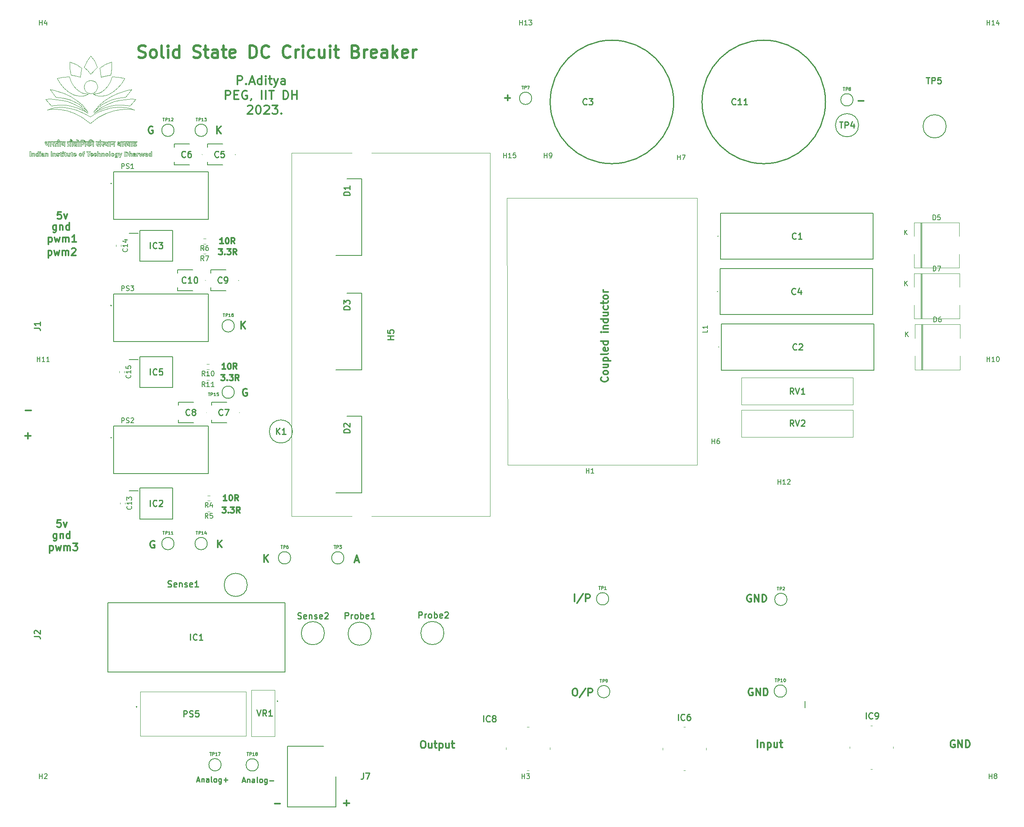
<source format=gbr>
%TF.GenerationSoftware,KiCad,Pcbnew,(5.1.12)-1*%
%TF.CreationDate,2023-12-01T15:42:45+05:30*%
%TF.ProjectId,DCCB PCB-V3,44434342-2050-4434-922d-56332e6b6963,rev?*%
%TF.SameCoordinates,Original*%
%TF.FileFunction,Legend,Top*%
%TF.FilePolarity,Positive*%
%FSLAX46Y46*%
G04 Gerber Fmt 4.6, Leading zero omitted, Abs format (unit mm)*
G04 Created by KiCad (PCBNEW (5.1.12)-1) date 2023-12-01 15:42:45*
%MOMM*%
%LPD*%
G01*
G04 APERTURE LIST*
%ADD10C,0.300000*%
%ADD11C,0.048999*%
%ADD12C,0.275000*%
%ADD13C,0.200000*%
%ADD14C,0.500000*%
%ADD15C,0.350000*%
%ADD16C,0.127000*%
%ADD17C,0.120000*%
%ADD18C,0.100000*%
%ADD19C,0.254000*%
%ADD20C,0.050000*%
%ADD21C,0.150000*%
G04 APERTURE END LIST*
D10*
X212358571Y-46517142D02*
X213501428Y-46517142D01*
X139388571Y-45877142D02*
X140531428Y-45877142D01*
X139960000Y-46448571D02*
X139960000Y-45305714D01*
X91878571Y-191627142D02*
X93021428Y-191627142D01*
X106168571Y-191497142D02*
X107311428Y-191497142D01*
X106740000Y-192068571D02*
X106740000Y-190925714D01*
D11*
X65396884Y-57229369D02*
X65638510Y-57316416D01*
X65522983Y-57927362D02*
X65516424Y-57834670D01*
X65702889Y-57927346D02*
X65522983Y-57927362D01*
X66316966Y-57332611D02*
X66316979Y-56958203D01*
X65497543Y-57607889D02*
X65340456Y-57628712D01*
X66516937Y-57817264D02*
X66522369Y-57927310D01*
X65144542Y-57889798D02*
X65085372Y-57740793D01*
X65114977Y-57444094D02*
X65191500Y-57284356D01*
X66316979Y-56958203D02*
X66516937Y-56958153D01*
X65085372Y-57740793D02*
X65110366Y-57636880D01*
X66028518Y-57598405D02*
X66059654Y-57747451D01*
X66283447Y-57423056D02*
X66175920Y-57370229D01*
X66323598Y-57575615D02*
X66283447Y-57423056D01*
X65110366Y-57636880D02*
X65229078Y-57530042D01*
X66516937Y-56958153D02*
X66516937Y-57817264D01*
X65229078Y-57530042D02*
X65497536Y-57492615D01*
X66320867Y-57927304D02*
X66315434Y-57829314D01*
X65497536Y-57492615D02*
X65488270Y-57402502D01*
X65488270Y-57402502D02*
X65399481Y-57345982D01*
X65638510Y-57316416D02*
X65685485Y-57482983D01*
X65324351Y-57383616D02*
X65309653Y-57444109D01*
X65686867Y-57755483D02*
X65702889Y-57927346D01*
X65340456Y-57628712D02*
X65278916Y-57718004D01*
X65516424Y-57834670D02*
X65313756Y-57943391D01*
X66115484Y-57940825D02*
X65903294Y-57851887D01*
X66315434Y-57829314D02*
X66247135Y-57905837D01*
X66522369Y-57927310D02*
X66320867Y-57927304D01*
X66052405Y-57458678D02*
X66028518Y-57598405D01*
X66175920Y-57370229D02*
X66052405Y-57458678D01*
X66247135Y-57905837D02*
X66115484Y-57940825D01*
X65685485Y-57482983D02*
X65686867Y-57755483D01*
X65313756Y-57943391D02*
X65144542Y-57889798D01*
X65309653Y-57444109D02*
X65114977Y-57444094D01*
X65399481Y-57345982D02*
X65324351Y-57383616D01*
X65903294Y-57851887D02*
X65826954Y-57603787D01*
X66165326Y-57811874D02*
X66291401Y-57735422D01*
X66126217Y-57240058D02*
X66316966Y-57332611D01*
X65910177Y-57337847D02*
X66126217Y-57240058D01*
X65191500Y-57284356D02*
X65396884Y-57229369D01*
X66059654Y-57747451D02*
X66165327Y-57811874D01*
X65826954Y-57603787D02*
X65910177Y-57337847D01*
X66291401Y-57735422D02*
X66323598Y-57575615D01*
X62252117Y-57927304D02*
X62252117Y-57522004D01*
X62851167Y-57628712D02*
X62789576Y-57718004D01*
X63573507Y-57927374D02*
X63374847Y-57927374D01*
X63374847Y-57415954D02*
X63365443Y-57246738D01*
X62886240Y-57814529D02*
X62970778Y-57775641D01*
X62625637Y-57444094D02*
X62702300Y-57284356D01*
X63573467Y-57593009D02*
X63573507Y-57927374D01*
X62702300Y-57284356D02*
X62907684Y-57229369D01*
X62910280Y-57345982D02*
X62835011Y-57383616D01*
X62140676Y-57374323D02*
X62055712Y-57403682D01*
X62014521Y-57927340D02*
X61814617Y-57927304D01*
X62055712Y-57403682D02*
X62013138Y-57512596D01*
X62621147Y-57636880D02*
X62739738Y-57530042D01*
X63033780Y-57927362D02*
X63026944Y-57834670D01*
X62252117Y-57522004D02*
X62238187Y-57433528D01*
X62449479Y-57515291D02*
X62449517Y-57927304D01*
X62449517Y-57927304D02*
X62252117Y-57927304D01*
X65460119Y-57775641D02*
X65497543Y-57607889D01*
X65375442Y-57814529D02*
X65460119Y-57775641D01*
X62011877Y-57342104D02*
X62207784Y-57240072D01*
X64068407Y-57249353D02*
X64193366Y-57761040D01*
X65278916Y-57718004D02*
X65375442Y-57814529D01*
X62013138Y-57512596D02*
X62014521Y-57927340D01*
X65028247Y-57249353D02*
X64795888Y-57927397D01*
X63197609Y-57755483D02*
X63213571Y-57927346D01*
X63556058Y-57376880D02*
X63620689Y-57286428D01*
X62739738Y-57530042D02*
X63008196Y-57492615D01*
X62789577Y-57718004D02*
X62886240Y-57814529D01*
X63008203Y-57607889D02*
X62851167Y-57628712D01*
X63008196Y-57492615D02*
X62999069Y-57402502D01*
X63857700Y-57249330D02*
X64068407Y-57249353D01*
X64079117Y-57927374D02*
X63857700Y-57249330D01*
X62207784Y-57240072D02*
X62405156Y-57331301D01*
X64297917Y-57927374D02*
X64079117Y-57927374D01*
X63604663Y-57469717D02*
X63573467Y-57593009D01*
X63196424Y-57482983D02*
X63197609Y-57755483D01*
X62820312Y-57444109D02*
X62625637Y-57444094D01*
X64440301Y-57425235D02*
X64297917Y-57927374D01*
X64579967Y-57927374D02*
X64440301Y-57425235D01*
X63213571Y-57927346D02*
X63033780Y-57927362D01*
X64795888Y-57927397D02*
X64579967Y-57927374D01*
X64830754Y-57249353D02*
X65028247Y-57249353D01*
X63786867Y-57423934D02*
X63604663Y-57469717D01*
X64697920Y-57761040D02*
X64830754Y-57249353D01*
X64555677Y-57249353D02*
X64697920Y-57761040D01*
X64336865Y-57249353D02*
X64555677Y-57249353D01*
X62907684Y-57229369D02*
X63149172Y-57316416D01*
X63786881Y-57245370D02*
X63786867Y-57423934D01*
X62970778Y-57775641D02*
X63008203Y-57607889D01*
X62835011Y-57383616D02*
X62820312Y-57444109D01*
X64193366Y-57761040D02*
X64336865Y-57249353D01*
X63374847Y-57927374D02*
X63374847Y-57415954D01*
X63620689Y-57286428D02*
X63786881Y-57245370D01*
X62238187Y-57433528D02*
X62140676Y-57374323D01*
X63552087Y-57246694D02*
X63556058Y-57376880D01*
X62655200Y-57889798D02*
X62596171Y-57740793D01*
X63365443Y-57246738D02*
X63552087Y-57246694D01*
X63149172Y-57316416D02*
X63196424Y-57482983D01*
X62999069Y-57402502D02*
X62910280Y-57345982D01*
X63026944Y-57834670D02*
X62824555Y-57943391D01*
X62405156Y-57331301D02*
X62449479Y-57515291D01*
X62596171Y-57740793D02*
X62621147Y-57636880D01*
X62824555Y-57943391D02*
X62655200Y-57889798D01*
X61814617Y-57927304D02*
X61814547Y-56958153D01*
X58669450Y-57340169D02*
X58753178Y-57589070D01*
X58255210Y-57595761D02*
X58292914Y-57761413D01*
X58273975Y-57457881D02*
X58255210Y-57595761D01*
X61814547Y-56958153D02*
X62011877Y-56958153D01*
X58667402Y-57841751D02*
X58397325Y-57951473D01*
X59532967Y-57920653D02*
X59412598Y-58151190D01*
X62011877Y-56958153D02*
X62011877Y-57342104D01*
X61051196Y-57116508D02*
X61051197Y-57767634D01*
X59087137Y-57976934D02*
X59205338Y-58070950D01*
X58397325Y-57951473D02*
X58151735Y-57862031D01*
X59349039Y-57342098D02*
X59355737Y-57252123D01*
X61405961Y-57241869D02*
X61268430Y-57130021D01*
X58401577Y-57233286D02*
X58669450Y-57340169D01*
X59205338Y-58070950D02*
X59328903Y-57982370D01*
X61358405Y-57703177D02*
X61445799Y-57429353D01*
X59652736Y-57249344D02*
X59867567Y-57249353D01*
X59341041Y-57585014D02*
X59318515Y-57452928D01*
X59913249Y-57930037D02*
X59652736Y-57249344D01*
X59328903Y-57982370D02*
X59338168Y-57821168D01*
X61268430Y-57130021D02*
X61051196Y-57116508D01*
X58753178Y-57589070D02*
X58667402Y-57841751D01*
X60840217Y-57927304D02*
X60840237Y-56959540D01*
X61142425Y-57927362D02*
X60840217Y-57927304D01*
X59338168Y-57821168D02*
X59155781Y-57913999D01*
X61161311Y-56960923D02*
X61495352Y-57048108D01*
X60016500Y-57719364D02*
X60168154Y-57249353D01*
X59155781Y-57913999D02*
X58939601Y-57808945D01*
X58939601Y-57808945D02*
X58869620Y-57581006D01*
X58941658Y-57348735D02*
X59159684Y-57245363D01*
X59201377Y-57778204D02*
X59323583Y-57692690D01*
X58292914Y-57761413D02*
X58404007Y-57813274D01*
X61316798Y-57916694D02*
X61142425Y-57927362D01*
X60365547Y-57249353D02*
X60109146Y-57915271D01*
X59412598Y-58151190D02*
X59194536Y-58194548D01*
X61557691Y-57772194D02*
X61316798Y-57916694D01*
X61660593Y-57429331D02*
X61557691Y-57772194D01*
X61623813Y-57220581D02*
X61660593Y-57429331D01*
X61495352Y-57048108D02*
X61623813Y-57220581D01*
X60840237Y-56959540D02*
X61161311Y-56960923D01*
X59542244Y-57252090D02*
X59532979Y-57419842D01*
X59013892Y-58162771D02*
X58896599Y-57976896D01*
X61445799Y-57429353D02*
X61405961Y-57241869D01*
X61133156Y-57770221D02*
X61358405Y-57703177D01*
X61051197Y-57767634D02*
X61133156Y-57770221D01*
X59827246Y-58185183D02*
X59913249Y-57930037D01*
X60027186Y-58185193D02*
X59827246Y-58185183D01*
X60109146Y-57915271D02*
X60027186Y-58185193D01*
X60168154Y-57249353D02*
X60365547Y-57249353D01*
X58896599Y-57976896D02*
X59087137Y-57976934D01*
X59159684Y-57245363D02*
X59349039Y-57342098D01*
X59867567Y-57249353D02*
X60016500Y-57719364D01*
X59355737Y-57252123D02*
X59542244Y-57252090D01*
X59068540Y-57580972D02*
X59085145Y-57692185D01*
X58869620Y-57581006D02*
X58941658Y-57348735D01*
X59194536Y-58194548D02*
X59013892Y-58162771D01*
X59205350Y-57378235D02*
X59108771Y-57425269D01*
X59532979Y-57419842D02*
X59532967Y-57920653D01*
X59085145Y-57692185D02*
X59201377Y-57778204D01*
X59108771Y-57425269D02*
X59068540Y-57580972D01*
X59318515Y-57452928D02*
X59205350Y-57378235D01*
X58151735Y-57862031D02*
X58051090Y-57594297D01*
X59323583Y-57692690D02*
X59341041Y-57585014D01*
X58126132Y-57352426D02*
X58401577Y-57233286D01*
X58051090Y-57594297D02*
X58126132Y-57352426D01*
X55451127Y-56958153D02*
X55451127Y-57342104D01*
X54520589Y-57587657D02*
X54645296Y-57296131D01*
X55113956Y-57489739D02*
X54919337Y-57489734D01*
X57469055Y-57841751D02*
X57199047Y-57951473D01*
X57075576Y-57457881D02*
X57056811Y-57595761D01*
X56687099Y-57358063D02*
X56705847Y-57560800D01*
X57352240Y-57580986D02*
X57327019Y-57439910D01*
X55580206Y-57374323D02*
X55495294Y-57403682D01*
X57205747Y-57813274D02*
X57311713Y-57764636D01*
X56068317Y-57927304D02*
X56068317Y-57370174D01*
X54837483Y-57944766D02*
X54606519Y-57854861D01*
X56268299Y-57530019D02*
X56268307Y-57927304D01*
X55691507Y-57522004D02*
X55677594Y-57433528D01*
X56395977Y-57374324D02*
X56292551Y-57426593D01*
X55888907Y-57927304D02*
X55691507Y-57927304D01*
X56492501Y-57432030D02*
X56395977Y-57374324D01*
X55647313Y-57240072D02*
X55844823Y-57331301D01*
X55451127Y-57342104D02*
X55647313Y-57240072D01*
X58401566Y-57366261D02*
X58273975Y-57457881D01*
X56705877Y-57927304D02*
X56503367Y-57927304D01*
X55677594Y-57433528D02*
X55580206Y-57374323D01*
X58525349Y-57439910D02*
X58401566Y-57366261D01*
X57311713Y-57764636D02*
X57352240Y-57580986D01*
X58550500Y-57580986D02*
X58525349Y-57439910D01*
X58510026Y-57764636D02*
X58550500Y-57580986D01*
X56953404Y-57862031D02*
X56852811Y-57594297D01*
X57203166Y-57366261D02*
X57075576Y-57457881D01*
X56705847Y-57560800D02*
X56705877Y-57927304D01*
X55452668Y-57512596D02*
X55454051Y-57927340D01*
X54645296Y-57296131D02*
X54837483Y-57236056D01*
X57199047Y-57951473D02*
X56953404Y-57862031D01*
X56503367Y-57927304D02*
X56503367Y-57505904D01*
X55022580Y-57293927D02*
X55113956Y-57489739D01*
X58404007Y-57813274D02*
X58510026Y-57764636D01*
X57471085Y-57340169D02*
X57554761Y-57589070D01*
X57705686Y-57927304D02*
X57705686Y-56956824D01*
X57904487Y-57927304D02*
X57705686Y-57927304D01*
X57203158Y-57233286D02*
X57471085Y-57340169D01*
X57904487Y-56956824D02*
X57904487Y-57927304D01*
X57705686Y-56956824D02*
X57904487Y-56956824D01*
X57554761Y-57589070D02*
X57469055Y-57841751D01*
X56068317Y-57370174D02*
X56064345Y-57246747D01*
X55454051Y-57927340D02*
X55253937Y-57927304D01*
X55495294Y-57403682D02*
X55452668Y-57512596D01*
X55888869Y-57515291D02*
X55888907Y-57927304D01*
X55844823Y-57331301D02*
X55888869Y-57515291D01*
X55253937Y-57927304D02*
X55253937Y-56958153D01*
X54837483Y-57236056D02*
X55022580Y-57293927D01*
X57056811Y-57595761D02*
X57094585Y-57761413D01*
X55030811Y-57881692D02*
X54837483Y-57944766D01*
X56927732Y-57352426D02*
X57203158Y-57233286D01*
X56852811Y-57594297D02*
X56927732Y-57352426D01*
X57094585Y-57761413D02*
X57205746Y-57813274D01*
X56268307Y-57927304D02*
X56068317Y-57927304D01*
X57327019Y-57439910D02*
X57203166Y-57366261D01*
X56064345Y-57246747D02*
X56254797Y-57246764D01*
X55253937Y-56958153D02*
X55451127Y-56958153D01*
X56480458Y-57230665D02*
X56687099Y-57358063D01*
X56260229Y-57348655D02*
X56480458Y-57230665D01*
X56503367Y-57505904D02*
X56492501Y-57432030D01*
X54606519Y-57854861D02*
X54520589Y-57587657D01*
X55691507Y-57927304D02*
X55691507Y-57522004D01*
X56292551Y-57426593D02*
X56268299Y-57530019D01*
X56254797Y-57246764D02*
X56260229Y-57348655D01*
X53019326Y-56956824D02*
X53805917Y-56956824D01*
X53019326Y-57117754D02*
X53019326Y-56956824D01*
X52281387Y-57156744D02*
X52325694Y-57003940D01*
X51652770Y-57761413D02*
X51764016Y-57813274D01*
X53307937Y-57927304D02*
X53307937Y-57117754D01*
X53908024Y-57283014D02*
X54098773Y-57226634D01*
X52281387Y-57927304D02*
X52281387Y-57390404D01*
X55117927Y-57681674D02*
X55030811Y-57881692D01*
X54919337Y-57489734D02*
X54832219Y-57364912D01*
X54210166Y-57513954D02*
X54194378Y-57426489D01*
X53307937Y-57117754D02*
X53019326Y-57117754D01*
X54921915Y-57681669D02*
X55117927Y-57681674D01*
X53805917Y-57117754D02*
X53517376Y-57117754D01*
X54832219Y-57364912D02*
X54744476Y-57445321D01*
X51486002Y-57352426D02*
X51761290Y-57233286D01*
X54095941Y-57819977D02*
X54214140Y-57726029D01*
X52622357Y-57085694D02*
X52580609Y-57081643D01*
X54830756Y-57811855D02*
X54921915Y-57681669D01*
X54744476Y-57445321D02*
X54727401Y-57581032D01*
X54777092Y-57789135D02*
X54830756Y-57811855D01*
X53517376Y-57927304D02*
X53307937Y-57927304D01*
X54727401Y-57581032D02*
X54777092Y-57789135D01*
X54412671Y-57638799D02*
X53957598Y-57638775D01*
X54372667Y-57390482D02*
X54412671Y-57638799D01*
X51633822Y-57457881D02*
X51615014Y-57595761D01*
X54248787Y-57261228D02*
X54372667Y-57390482D01*
X52514998Y-56940624D02*
X52622326Y-56947321D01*
X52113100Y-57589070D02*
X52027308Y-57841751D01*
X53957598Y-57638775D02*
X53974891Y-57745997D01*
X53805917Y-56956824D02*
X53805917Y-57117754D01*
X52325694Y-57003940D02*
X52514998Y-56940624D01*
X54098773Y-57226634D02*
X54248787Y-57261228D01*
X53794754Y-57431835D02*
X53908024Y-57283014D01*
X52478577Y-57249353D02*
X52604926Y-57249353D01*
X52180657Y-57249353D02*
X52281387Y-57249353D01*
X51411012Y-57594297D02*
X51486002Y-57352426D01*
X51761300Y-57366261D02*
X51633822Y-57457881D01*
X52180657Y-57390404D02*
X52180657Y-57249353D01*
X53767104Y-57603812D02*
X53794754Y-57431835D01*
X51615014Y-57595761D02*
X51652770Y-57761413D01*
X52281387Y-57249353D02*
X52281387Y-57156744D01*
X53854360Y-57868368D02*
X53767104Y-57603812D01*
X51511692Y-57862031D02*
X51411012Y-57594297D01*
X54093339Y-57952975D02*
X53854360Y-57868368D01*
X54330851Y-57873594D02*
X54093339Y-57952975D01*
X52478577Y-57390404D02*
X52478577Y-57927304D01*
X52478578Y-57170223D02*
X52478577Y-57249353D01*
X51757317Y-57951473D02*
X51511692Y-57862031D01*
X52580609Y-57081643D02*
X52478578Y-57170223D01*
X52604926Y-57249353D02*
X52604926Y-57390404D01*
X52478577Y-57927304D02*
X52281387Y-57927304D01*
X52622326Y-56947321D02*
X52622357Y-57085694D01*
X52604926Y-57390404D02*
X52478577Y-57390404D01*
X52027308Y-57841751D02*
X51757317Y-57951473D01*
X54395387Y-57726054D02*
X54330851Y-57873594D01*
X52281387Y-57390404D02*
X52180657Y-57390404D01*
X51761289Y-57233286D02*
X52029321Y-57340169D01*
X54214140Y-57726029D02*
X54395387Y-57726054D01*
X53974891Y-57745997D02*
X54095941Y-57819977D01*
X54194378Y-57426489D02*
X54092037Y-57362231D01*
X52029321Y-57340169D02*
X52113100Y-57589070D01*
X53964499Y-57513954D02*
X54210166Y-57513954D01*
X54092037Y-57362231D02*
X53964499Y-57513954D01*
X53517376Y-57117754D02*
X53517376Y-57927304D01*
X49173526Y-57653464D02*
X49186785Y-57750162D01*
X50620789Y-57819977D02*
X50738990Y-57726029D01*
X49848467Y-57253414D02*
X49848467Y-57120624D01*
X50135840Y-57791690D02*
X50202956Y-57787858D01*
X50291954Y-57603812D02*
X50319613Y-57431835D01*
X49848467Y-57120624D02*
X50045767Y-57048143D01*
X49848487Y-57756794D02*
X49848467Y-57385084D01*
X49873489Y-57869365D02*
X49848487Y-57756794D01*
X48857057Y-57253414D02*
X48857057Y-57385084D01*
X49611237Y-57696444D02*
X49614990Y-57877646D01*
X49406998Y-57591644D02*
X49406976Y-57249353D01*
X49173526Y-57249353D02*
X49173526Y-57653464D01*
X48695917Y-57253414D02*
X48857057Y-57253414D01*
X50048506Y-57939598D02*
X49873489Y-57869365D01*
X51885243Y-57439910D02*
X51761300Y-57366261D01*
X51910442Y-57580986D02*
X51885243Y-57439910D01*
X50738990Y-57726029D02*
X50920236Y-57726054D01*
X50432943Y-57283014D02*
X50623483Y-57226634D01*
X50319613Y-57431835D02*
X50432943Y-57283014D01*
X50499864Y-57745997D02*
X50620789Y-57819977D01*
X50734947Y-57513954D02*
X50719115Y-57426489D01*
X50045797Y-57385084D02*
X50045797Y-57691054D01*
X50045767Y-57048143D02*
X50045797Y-57253414D01*
X49420450Y-57837401D02*
X49220500Y-57944798D01*
X49391073Y-57740423D02*
X49406998Y-57591644D01*
X49279598Y-57802537D02*
X49391073Y-57740423D01*
X48695917Y-57691054D02*
X48785891Y-57791690D01*
X50616887Y-57362231D02*
X50489349Y-57513954D01*
X49220500Y-57944798D02*
X49016368Y-57853500D01*
X50045797Y-57691054D02*
X50135840Y-57791690D01*
X51869951Y-57764636D02*
X51910442Y-57580986D01*
X51764017Y-57813274D02*
X51869951Y-57764636D01*
X50202956Y-57787858D02*
X50202947Y-57917924D01*
X50207007Y-57385084D02*
X50045797Y-57385084D01*
X50937520Y-57638799D02*
X50482590Y-57638775D01*
X48695917Y-57385084D02*
X48695917Y-57691054D01*
X50207007Y-57253414D02*
X50207007Y-57385084D01*
X50897308Y-57390482D02*
X50937520Y-57638799D01*
X49718267Y-57385084D02*
X49718267Y-57253414D01*
X50773489Y-57261228D02*
X50897308Y-57390482D01*
X50623483Y-57226634D02*
X50773489Y-57261228D01*
X50379139Y-57868368D02*
X50291954Y-57603812D01*
X48972067Y-57249353D02*
X49173526Y-57249353D01*
X49620423Y-57927336D02*
X49427207Y-57927374D01*
X50618256Y-57952975D02*
X50379139Y-57868368D01*
X49718267Y-57253414D02*
X49848467Y-57253414D01*
X49614990Y-57877646D02*
X49620423Y-57927336D01*
X48852936Y-57787858D02*
X48852927Y-57917924D01*
X48785891Y-57791690D02*
X48852936Y-57787858D01*
X50920236Y-57726054D02*
X50855632Y-57873594D01*
X50719115Y-57426489D02*
X50616887Y-57362231D01*
X48972113Y-57670973D02*
X48972067Y-57249353D01*
X50482590Y-57638775D02*
X50499864Y-57745997D01*
X50045797Y-57253414D02*
X50207007Y-57253414D01*
X48857057Y-57385084D02*
X48695917Y-57385084D01*
X49016368Y-57853500D02*
X48972113Y-57670973D01*
X49848467Y-57385084D02*
X49718267Y-57385084D01*
X50202947Y-57917924D02*
X50048506Y-57939598D01*
X49611237Y-57249353D02*
X49611237Y-57696444D01*
X50489349Y-57513954D02*
X50734947Y-57513954D01*
X49406976Y-57249353D02*
X49611237Y-57249353D01*
X50855632Y-57873594D02*
X50618256Y-57952975D01*
X49427207Y-57927374D02*
X49420450Y-57837401D01*
X49186785Y-57750162D02*
X49279598Y-57802537D01*
X48498657Y-57120624D02*
X48695957Y-57048143D01*
X48498657Y-57253414D02*
X48498657Y-57120624D01*
X48368387Y-57385084D02*
X48368387Y-57253414D01*
X48498607Y-57756794D02*
X48498657Y-57385084D01*
X48498657Y-57385084D02*
X48368387Y-57385084D01*
X46900741Y-57290051D02*
X47114977Y-57233277D01*
X47877430Y-57791690D02*
X47944406Y-57787858D01*
X46990087Y-57633314D02*
X46883612Y-57585147D01*
X48523600Y-57869365D02*
X48498607Y-57756794D01*
X48063607Y-57131194D02*
X48063570Y-56958170D01*
X46853256Y-57864297D02*
X46803634Y-57731462D01*
X47320209Y-57874507D02*
X47085473Y-57947511D01*
X48275707Y-57131194D02*
X48063607Y-57131194D01*
X48070327Y-57927304D02*
X48070327Y-57247954D01*
X48268987Y-57927304D02*
X48070327Y-57927304D01*
X46462637Y-57927304D02*
X46462637Y-57505904D01*
X48070327Y-57247954D02*
X48268987Y-57247954D01*
X47085473Y-57947511D02*
X46853256Y-57864297D01*
X47944397Y-57917924D02*
X47790025Y-57939598D01*
X46818433Y-57445352D02*
X46900741Y-57290051D01*
X46883612Y-57585147D02*
X46818433Y-57445352D01*
X47372702Y-57433365D02*
X47191547Y-57433384D01*
X47191547Y-57433384D02*
X47094883Y-57352749D01*
X47787387Y-57691054D02*
X47877430Y-57791690D01*
X46355374Y-57374324D02*
X46252019Y-57426593D01*
X47790025Y-57939598D02*
X47615068Y-57869365D01*
X46227927Y-57927304D02*
X46027867Y-57927304D01*
X46990087Y-57731444D02*
X47102920Y-57823925D01*
X47215729Y-57524612D02*
X47396933Y-57713900D01*
X47294200Y-57282463D02*
X47372702Y-57433365D01*
X47948387Y-57253414D02*
X47948387Y-57385084D01*
X46451969Y-57432030D02*
X46355374Y-57374324D01*
X47000935Y-57419864D02*
X47093488Y-57491089D01*
X47113583Y-57666906D02*
X46990087Y-57633314D01*
X46252019Y-57426593D02*
X46227906Y-57530019D01*
X47459857Y-57385084D02*
X47459857Y-57253414D01*
X47102920Y-57823925D02*
X47207599Y-57743291D01*
X48268987Y-57247954D02*
X48268987Y-57927304D01*
X47787387Y-57253414D02*
X47948387Y-57253414D01*
X46027867Y-57927304D02*
X46027867Y-57370174D01*
X47787387Y-57385084D02*
X47787387Y-57691054D01*
X47787359Y-57048143D02*
X47787387Y-57253414D01*
X47459857Y-57253414D02*
X47590057Y-57253414D01*
X47093488Y-57491089D02*
X47215729Y-57524612D01*
X48368387Y-57253414D02*
X48498657Y-57253414D01*
X48852927Y-57917924D02*
X48698557Y-57939598D01*
X47396933Y-57713900D02*
X47320209Y-57874507D01*
X47590075Y-57756794D02*
X47590057Y-57385084D01*
X47615068Y-57869365D02*
X47590075Y-57756794D01*
X48698557Y-57939598D02*
X48523600Y-57869365D01*
X47094883Y-57352749D02*
X47000935Y-57419864D01*
X48275707Y-56958153D02*
X48275707Y-57131194D01*
X46462637Y-57505904D02*
X46451969Y-57432030D01*
X48063570Y-56958170D02*
X48275707Y-56958153D01*
X47944406Y-57787858D02*
X47944397Y-57917924D01*
X47590057Y-57120624D02*
X47787359Y-57048143D01*
X46803634Y-57731462D02*
X46990087Y-57731444D01*
X47114977Y-57233277D02*
X47294200Y-57282463D01*
X47948387Y-57385084D02*
X47787387Y-57385084D01*
X47590057Y-57253414D02*
X47590057Y-57120624D01*
X46227906Y-57530019D02*
X46227927Y-57927304D01*
X47207599Y-57743291D02*
X47113583Y-57666906D01*
X47590057Y-57385084D02*
X47459857Y-57385084D01*
X48695957Y-57048143D02*
X48695917Y-57253414D01*
X42804647Y-57811874D02*
X42930861Y-57735422D01*
X41871897Y-57246764D02*
X41877270Y-57348655D01*
X62838114Y-55714841D02*
X63002171Y-55744113D01*
X43161700Y-57927310D02*
X42960397Y-57927304D01*
X63261292Y-55816245D02*
X63008376Y-55885173D01*
X41885337Y-57927304D02*
X41685347Y-57927304D01*
X42922994Y-57423056D02*
X42815449Y-57370229D01*
X63008376Y-55885173D02*
X62887248Y-55874089D01*
X41685347Y-57927304D02*
X41685347Y-57370174D01*
X42542744Y-57851887D02*
X42466334Y-57603787D01*
X42755004Y-57940825D02*
X42542744Y-57851887D01*
X41505517Y-56954164D02*
X41505517Y-57927304D01*
X42691804Y-57458678D02*
X42667839Y-57598405D01*
X42322898Y-57560800D02*
X42322907Y-57927304D01*
X42886655Y-57905837D02*
X42755004Y-57940825D01*
X42955023Y-57829314D02*
X42886655Y-57905837D01*
X43156327Y-57817264D02*
X43161700Y-57927310D01*
X42956300Y-56958203D02*
X43156327Y-56958153D01*
X42963059Y-57575615D02*
X42922994Y-57423056D01*
X62616909Y-55752058D02*
X62694615Y-55633161D01*
X42097432Y-57230665D02*
X42304071Y-57358063D01*
X63173268Y-55636366D02*
X63133613Y-55563468D01*
X42960397Y-57927304D02*
X42955023Y-57829314D01*
X43156327Y-56958153D02*
X43156327Y-57817264D01*
X41877270Y-57348655D02*
X42097432Y-57230665D01*
X42699000Y-57747451D02*
X42804647Y-57811874D01*
X42120187Y-57505904D02*
X42109459Y-57432030D01*
X41685347Y-57370174D02*
X41681296Y-57246747D01*
X41297407Y-56954164D02*
X41505517Y-56954164D01*
X62688274Y-55801189D02*
X62616909Y-55752058D01*
X41297407Y-57927304D02*
X41297407Y-56954164D01*
X62694615Y-55633161D02*
X62838114Y-55714841D01*
X41681296Y-57246747D02*
X41871897Y-57246764D01*
X62929203Y-55546051D02*
X62832539Y-55571350D01*
X41909440Y-57426593D02*
X41885325Y-57530019D01*
X42109459Y-57432030D02*
X42012865Y-57374324D01*
X63022731Y-55538031D02*
X62929203Y-55546051D01*
X62887248Y-55874089D02*
X62779432Y-55843982D01*
X42322907Y-57927304D02*
X42120187Y-57927304D01*
X42120187Y-57927304D02*
X42120187Y-57505904D01*
X42012865Y-57374324D02*
X41909440Y-57426593D01*
X42304071Y-57358063D02*
X42322898Y-57560800D01*
X63133613Y-55563468D02*
X63022731Y-55538031D01*
X41885325Y-57530019D02*
X41885337Y-57927304D01*
X41505517Y-57927304D02*
X41297407Y-57927304D01*
X63002171Y-55744113D02*
X63132149Y-55714841D01*
X42667839Y-57598405D02*
X42699000Y-57747451D01*
X42815449Y-57370229D02*
X42691804Y-57458678D01*
X63132149Y-55714841D02*
X63173268Y-55636366D01*
X62779432Y-55843982D02*
X62688274Y-55801189D01*
X42930861Y-57735422D02*
X42963059Y-57575615D01*
X61886297Y-55355784D02*
X61818205Y-55297939D01*
X61884827Y-55008724D02*
X61298227Y-55008724D01*
X62832557Y-55571314D02*
X62771575Y-55529290D01*
X62464917Y-55883584D02*
X62293697Y-55883584D01*
X61681817Y-55135484D02*
X61803920Y-55156113D01*
X61395720Y-55557117D02*
X61369584Y-55422329D01*
X62464917Y-55008654D02*
X62464917Y-55883584D01*
X61369584Y-55422329D02*
X61456004Y-55209906D01*
X61699233Y-55733022D02*
X61572531Y-55713159D01*
X61592260Y-55312993D02*
X61545567Y-55430286D01*
X61723074Y-55593508D02*
X61838764Y-55552320D01*
X61545567Y-55430286D02*
X61593934Y-55554689D01*
X62055907Y-55883584D02*
X61884827Y-55883584D01*
X61298227Y-55008724D02*
X61298227Y-54875514D01*
X61818205Y-55297939D02*
X61718334Y-55273338D01*
X61001850Y-55492049D02*
X60986097Y-55492074D01*
X60986097Y-55492074D02*
X61234947Y-55818554D01*
X63347641Y-55639573D02*
X63261292Y-55816245D01*
X62878536Y-55420801D02*
X62959241Y-55403377D01*
X62158876Y-54875584D02*
X62599527Y-54875584D01*
X62843551Y-55382750D02*
X62878536Y-55420801D01*
X62655041Y-55327249D02*
X62713721Y-55180683D01*
X61593934Y-55554689D02*
X61723074Y-55593508D01*
X62567817Y-54875584D02*
X63426857Y-54875584D01*
X63103597Y-55122754D02*
X63103597Y-55008654D01*
X62158876Y-55008654D02*
X62158876Y-54875584D01*
X61884827Y-55883584D02*
X61884827Y-55671134D01*
X61886297Y-55449313D02*
X61886297Y-55355784D01*
X61884833Y-55203575D02*
X61884827Y-55008724D01*
X61884827Y-55671134D02*
X61818896Y-55712393D01*
X63265264Y-55464365D02*
X63347641Y-55639573D01*
X62599527Y-54875584D02*
X62599527Y-55008654D01*
X61178524Y-55420748D02*
X61096216Y-55473855D01*
X63033884Y-55398576D02*
X63265264Y-55464365D01*
X62959241Y-55403377D02*
X63033884Y-55398576D01*
X62829407Y-55335149D02*
X62843551Y-55382750D01*
X61467016Y-55654547D02*
X61395720Y-55557117D01*
X62853937Y-55278907D02*
X62829407Y-55335149D01*
X62924397Y-55259114D02*
X62853937Y-55278907D01*
X63274816Y-55259114D02*
X62924397Y-55259114D01*
X63274816Y-55008654D02*
X63274816Y-55259114D01*
X63426857Y-55008654D02*
X63274816Y-55008654D01*
X63426857Y-54875584D02*
X63426857Y-55008654D01*
X62567817Y-55008654D02*
X62567817Y-54875584D01*
X63103597Y-55008654D02*
X62567817Y-55008654D01*
X62894366Y-55122770D02*
X63103597Y-55122754D01*
X61456004Y-55209906D02*
X61681810Y-55135473D01*
X62713721Y-55180683D02*
X62894366Y-55122770D01*
X61803920Y-55156113D02*
X61884833Y-55203575D01*
X61572531Y-55713159D02*
X61467016Y-55654547D01*
X62671636Y-55405722D02*
X62655041Y-55327249D01*
X62714426Y-55473883D02*
X62671636Y-55405722D01*
X62771575Y-55529290D02*
X62714426Y-55473883D01*
X61718334Y-55273338D02*
X61592260Y-55312993D01*
X62293697Y-55883584D02*
X62293697Y-55008654D01*
X62190587Y-55008724D02*
X62055907Y-55008724D01*
X62599527Y-55008654D02*
X62464917Y-55008654D01*
X62293697Y-55008654D02*
X62158876Y-55008654D01*
X61818896Y-55712393D02*
X61699233Y-55733022D01*
X61298227Y-54875514D02*
X62190587Y-54875514D01*
X61096216Y-55473855D02*
X61001850Y-55492049D01*
X62055907Y-55008724D02*
X62055907Y-55883584D01*
X62190587Y-54875514D02*
X62190587Y-55008724D01*
X61838764Y-55552320D02*
X61886297Y-55449313D01*
X59469232Y-55296540D02*
X59416194Y-55248173D01*
X59391663Y-55496839D02*
X59431945Y-55388186D01*
X59855952Y-55007877D02*
X59871914Y-55083981D01*
X61236368Y-55088661D02*
X61258739Y-55216269D01*
X59378909Y-55183568D02*
X59364685Y-55101330D01*
X59694400Y-55032059D02*
X59630980Y-55010245D01*
X59730086Y-54892186D02*
X59808491Y-54940135D01*
X60962302Y-55355721D02*
X61049418Y-55316901D01*
X59754547Y-55286020D02*
X59841667Y-55286064D01*
X59364685Y-55101330D02*
X59382110Y-55012262D01*
X60001879Y-55525353D02*
X60001897Y-54875514D01*
X60851349Y-55273344D02*
X60881456Y-55311395D01*
X59531049Y-55328809D02*
X59469232Y-55296540D01*
X59841667Y-55286064D02*
X59841667Y-55420744D01*
X60740398Y-55355721D02*
X60771343Y-55295506D01*
X61236368Y-55334399D02*
X61178524Y-55420748D01*
X61082738Y-55910478D02*
X60787936Y-55466672D01*
X61234947Y-55818554D02*
X61082738Y-55910478D01*
X59841667Y-55420744D02*
X59695857Y-55420744D01*
X60881456Y-55311395D02*
X60962302Y-55355721D01*
X59416194Y-55248173D02*
X59378909Y-55183568D01*
X61258739Y-55216269D02*
X61236368Y-55334399D01*
X61193647Y-55008654D02*
X61236368Y-55088661D01*
X59695857Y-55420744D02*
X59600864Y-55443673D01*
X61377607Y-55008654D02*
X61193647Y-55008654D01*
X61084403Y-55201977D02*
X61063705Y-55087125D01*
X59600864Y-55443673D02*
X59569154Y-55503191D01*
X59569154Y-55503191D02*
X59613548Y-55579295D01*
X60275947Y-54875584D02*
X60716597Y-54875584D01*
X59746663Y-55607800D02*
X59890090Y-55587172D01*
X59431945Y-55388186D02*
X59531049Y-55328809D01*
X61377607Y-54875584D02*
X61377607Y-55008654D01*
X60716597Y-55008654D02*
X60581847Y-55008654D01*
X59630980Y-55010245D02*
X59566723Y-55036658D01*
X60684817Y-54875584D02*
X61377607Y-54875584D01*
X60684817Y-55008654D02*
X60684817Y-54875584D01*
X61020984Y-55008650D02*
X60684817Y-55008654D01*
X61063705Y-55087125D02*
X61020984Y-55008650D01*
X59538917Y-55115690D02*
X59599270Y-55240790D01*
X59706252Y-55135344D02*
X59716565Y-55090183D01*
X59621435Y-54873932D02*
X59730086Y-54892186D01*
X59808491Y-54940135D02*
X59855952Y-55007877D01*
X61049418Y-55316901D02*
X61084403Y-55201977D01*
X60771343Y-55295506D02*
X60851349Y-55273344D01*
X60750789Y-55403322D02*
X60740398Y-55355721D01*
X60787936Y-55466672D02*
X60750789Y-55403322D01*
X60410696Y-55883584D02*
X60410696Y-55008654D01*
X60716597Y-54875584D02*
X60716597Y-55008654D01*
X59599270Y-55240790D02*
X59754547Y-55286020D01*
X59890090Y-55587172D02*
X60001879Y-55525353D01*
X60581847Y-55883584D02*
X60410696Y-55883584D01*
X60581847Y-55008654D02*
X60581847Y-55883584D01*
X59806820Y-55220996D02*
X59681581Y-55168727D01*
X60275947Y-55008654D02*
X60275947Y-54875584D01*
X59613548Y-55579295D02*
X59746663Y-55607800D01*
X59871914Y-55083981D02*
X59850517Y-55168518D01*
X60410696Y-55008654D02*
X60275947Y-55008654D01*
X59566723Y-55036658D02*
X59538917Y-55115690D01*
X59716565Y-55090183D02*
X59694400Y-55032059D01*
X59513621Y-54891554D02*
X59621435Y-54873932D01*
X59382110Y-55012262D02*
X59432775Y-54939991D01*
X59850517Y-55168518D02*
X59806820Y-55220996D01*
X59681581Y-55168727D02*
X59706252Y-55135344D01*
X59432775Y-54939991D02*
X59513621Y-54891554D01*
X59738804Y-55750451D02*
X59484354Y-55682221D01*
X58299558Y-55579268D02*
X58180730Y-55530136D01*
X58654607Y-55278084D02*
X58654607Y-55008654D01*
X56738354Y-55336546D02*
X56782807Y-55333524D01*
X59904326Y-55729822D02*
X59738804Y-55750451D01*
X60001897Y-55688634D02*
X59904326Y-55729822D01*
X60001897Y-55883584D02*
X60001897Y-55688634D01*
X56021906Y-54875584D02*
X56671717Y-54875584D01*
X60172977Y-55883584D02*
X60001897Y-55883584D01*
X60307727Y-55008654D02*
X60172977Y-55008654D01*
X60307727Y-54875514D02*
X60307727Y-55008654D01*
X60001897Y-54875514D02*
X60307727Y-54875514D01*
X58274259Y-55278124D02*
X58654607Y-55278084D01*
X58654607Y-55883584D02*
X58654607Y-55416054D01*
X56592528Y-55216271D02*
X56582986Y-55296348D01*
X58134733Y-55404896D02*
X58168743Y-55312971D01*
X58180730Y-55530136D02*
X58134733Y-55404896D01*
X57662357Y-55008654D02*
X57662357Y-54875584D01*
X58354267Y-55568955D02*
X58299558Y-55579268D01*
X58383539Y-55550701D02*
X58354267Y-55568955D01*
X58103077Y-55008654D02*
X57968257Y-55008654D01*
X58375657Y-55416054D02*
X58383539Y-55550701D01*
X58825827Y-55883584D02*
X58654607Y-55883584D01*
X58825827Y-55008654D02*
X58825827Y-55883584D01*
X57968257Y-55883584D02*
X57797177Y-55883584D01*
X58071297Y-54875584D02*
X58960577Y-54875584D01*
X57797177Y-55883584D02*
X57797177Y-55008654D01*
X56739143Y-55354880D02*
X56738354Y-55336546D01*
X56021906Y-55008654D02*
X56021906Y-54875584D01*
X56586263Y-55812244D02*
X56434052Y-55912114D01*
X57968257Y-55008654D02*
X57968257Y-55883584D01*
X57797177Y-55008654D02*
X57662357Y-55008654D01*
X56605148Y-55377124D02*
X56665432Y-55382696D01*
X56418161Y-55202012D02*
X56399907Y-55089526D01*
X56671717Y-55008654D02*
X56524436Y-55008654D01*
X58103077Y-54875584D02*
X58103077Y-55008654D01*
X56077432Y-55360563D02*
X56108305Y-55299511D01*
X56665432Y-55382696D02*
X56703416Y-55380325D01*
X56524436Y-55008654D02*
X56569459Y-55090266D01*
X56382477Y-55316936D02*
X56418161Y-55202012D01*
X56569459Y-55090266D02*
X56592528Y-55216271D01*
X56359624Y-55008682D02*
X56021906Y-55008654D01*
X56108305Y-55299511D02*
X56185245Y-55278116D01*
X56296198Y-55355755D02*
X56382477Y-55316936D01*
X58960577Y-55008654D02*
X58825827Y-55008654D01*
X56703416Y-55380325D02*
X56739934Y-55371613D01*
X57662357Y-54875584D02*
X58103077Y-54875584D01*
X56120155Y-55463569D02*
X56086144Y-55404887D01*
X56434052Y-55912114D02*
X56120155Y-55463569D01*
X60172977Y-55008654D02*
X60172977Y-55883584D01*
X58168743Y-55312971D02*
X58274259Y-55278124D01*
X56739934Y-55371613D02*
X56739143Y-55354880D01*
X58654607Y-55416054D02*
X58375657Y-55416054D01*
X58960577Y-54875584D02*
X58960577Y-55008654D01*
X58654607Y-55008654D02*
X58071297Y-55008654D01*
X56582986Y-55296348D02*
X56556014Y-55363671D01*
X56213681Y-55316169D02*
X56296198Y-55355755D01*
X58071297Y-55008654D02*
X58071297Y-54875584D01*
X56399907Y-55089526D02*
X56359624Y-55008682D01*
X56185245Y-55278116D02*
X56213681Y-55316169D01*
X56556014Y-55363671D02*
X56605148Y-55377124D01*
X56671717Y-54875584D02*
X56671717Y-55008654D01*
X56086144Y-55404887D02*
X56077432Y-55360563D01*
X59484354Y-55682221D02*
X59391663Y-55496839D01*
X57297080Y-55691798D02*
X57144102Y-55713960D01*
X56969864Y-55181384D02*
X56860377Y-55247940D01*
X56053686Y-55008654D02*
X55918867Y-55008654D01*
X55376878Y-55460390D02*
X55246832Y-55496841D01*
X57388307Y-55883584D02*
X57388307Y-55647404D01*
X57694067Y-54875584D02*
X57694067Y-55008654D01*
X55918867Y-55008654D02*
X55918867Y-55883584D01*
X57290650Y-55545185D02*
X57388290Y-55477791D01*
X57559387Y-55883584D02*
X57388307Y-55883584D01*
X57078306Y-55036979D02*
X57012585Y-55011820D01*
X56782807Y-55333524D02*
X57022900Y-55263413D01*
X57559387Y-55008654D02*
X57559387Y-55883584D01*
X57388307Y-54875584D02*
X57694067Y-54875584D01*
X57388290Y-55477791D02*
X57388307Y-54875584D01*
X56860377Y-55247940D02*
X56798629Y-55188492D01*
X57144086Y-55571321D02*
X57290650Y-55545185D01*
X57022900Y-55263413D02*
X57104440Y-55115523D01*
X56928594Y-55449286D02*
X56992713Y-55533267D01*
X57076832Y-55409909D02*
X56928594Y-55449286D01*
X57254968Y-55242785D02*
X57186947Y-55338685D01*
X57208279Y-54947427D02*
X57260549Y-55028620D01*
X57104440Y-55115523D02*
X57078306Y-55036979D01*
X55231086Y-55495261D02*
X55479856Y-55818550D01*
X55590837Y-55522141D02*
X55476749Y-55504716D01*
X55918867Y-55883584D02*
X55747787Y-55883584D01*
X56938783Y-55147373D02*
X56969864Y-55181384D01*
X55757314Y-54722587D02*
X55727067Y-54648854D01*
X55757314Y-54578322D02*
X55833350Y-54545846D01*
X55833350Y-54753462D02*
X55757314Y-54722587D01*
X55476749Y-55504716D02*
X55376878Y-55460390D01*
X57260549Y-55028620D02*
X57278803Y-55127583D01*
X57125831Y-54893275D02*
X57208279Y-54947427D01*
X55246832Y-55496841D02*
X55231086Y-55495261D01*
X55684365Y-55515858D02*
X55590837Y-55522141D01*
X57017320Y-54873895D02*
X57125831Y-54893275D01*
X56916612Y-54889996D02*
X57017320Y-54873895D01*
X55747787Y-55496834D02*
X55684365Y-55515858D01*
X56948329Y-55035794D02*
X56925329Y-55097334D01*
X56319827Y-55492074D02*
X56586263Y-55812244D01*
X57186947Y-55338685D02*
X57076832Y-55409909D01*
X57144102Y-55713960D02*
X56920737Y-55661691D01*
X56798629Y-55188492D02*
X56768522Y-55083116D01*
X55937888Y-54648854D02*
X55908619Y-54722587D01*
X57012585Y-55011820D02*
X56948329Y-55035794D01*
X56778074Y-55512686D02*
X56671722Y-55525370D01*
X56053686Y-54875514D02*
X56053686Y-55008654D01*
X56786776Y-54999135D02*
X56838209Y-54933485D01*
X56335801Y-55492056D02*
X56319827Y-55492074D01*
X57388307Y-55647404D02*
X57297080Y-55691798D01*
X56838209Y-54933485D02*
X56916612Y-54889996D01*
X56768522Y-55083116D02*
X56786776Y-54999135D01*
X55727067Y-54648854D02*
X55757314Y-54578322D01*
X56462503Y-55460346D02*
X56335801Y-55492056D01*
X56557705Y-55507945D02*
X56462503Y-55460346D01*
X55908619Y-54722587D02*
X55833350Y-54753462D01*
X55909314Y-54578322D02*
X55937888Y-54648854D01*
X55747787Y-55883584D02*
X55747787Y-55496834D01*
X57694067Y-55008654D02*
X57559387Y-55008654D01*
X57278803Y-55127583D02*
X57254968Y-55242785D01*
X56925329Y-55097334D02*
X56938783Y-55147373D01*
X55833350Y-54545846D02*
X55909314Y-54578322D01*
X56992713Y-55533267D02*
X57144086Y-55571321D01*
X56671722Y-55525370D02*
X56557705Y-55507945D01*
X56920737Y-55661691D02*
X56778074Y-55512686D01*
X54178667Y-54875584D02*
X54276947Y-54875584D01*
X53823591Y-55571305D02*
X53925830Y-55534088D01*
X55329329Y-55202047D02*
X55308629Y-55087121D01*
X53524057Y-54926251D02*
X53508173Y-54905621D01*
X53793485Y-55707632D02*
X53755432Y-55701350D01*
X54012252Y-54649707D02*
X53869591Y-54625105D01*
X55327714Y-55910543D02*
X55031379Y-55469874D01*
X55503691Y-55216338D02*
X55468844Y-55362067D01*
X54603357Y-54875584D02*
X54603357Y-55008654D01*
X53869591Y-54625105D02*
X53762542Y-54640159D01*
X55675642Y-55363690D02*
X55747776Y-55327239D01*
X54276947Y-54875584D02*
X54217429Y-54791534D01*
X54444989Y-54875583D02*
X54603357Y-54875584D01*
X53672984Y-55452687D02*
X53672955Y-55883570D01*
X54077984Y-54523701D02*
X54249150Y-54621900D01*
X54933057Y-54875514D02*
X56053686Y-54875514D01*
X53925830Y-55534088D02*
X53969458Y-55419025D01*
X54933057Y-55008654D02*
X54933057Y-54875514D01*
X55265907Y-55008648D02*
X54933057Y-55008654D01*
X55096274Y-55278079D02*
X55124849Y-55316131D01*
X55015430Y-55299475D02*
X55096274Y-55278079D01*
X55481528Y-55088731D02*
X55503691Y-55216338D01*
X55438597Y-55008654D02*
X55481528Y-55088731D01*
X54476657Y-55883584D02*
X54305437Y-55883584D01*
X53638141Y-54805821D02*
X53653965Y-54886665D01*
X54372020Y-54748809D02*
X54444989Y-54875583D01*
X53460643Y-54775642D02*
X53486778Y-54663994D01*
X54305437Y-55008654D02*
X54178667Y-55008654D01*
X53774457Y-55566564D02*
X53823591Y-55571305D01*
X54178667Y-55008654D02*
X54178667Y-54875584D01*
X55308629Y-55087121D02*
X55265907Y-55008648D01*
X55293646Y-55319270D02*
X55329329Y-55202047D01*
X55207226Y-55360527D02*
X55293646Y-55319270D01*
X54476657Y-55008654D02*
X54476657Y-55883584D01*
X53856849Y-54484046D02*
X54077984Y-54523701D01*
X53650825Y-54737660D02*
X53638141Y-54805821D01*
X54128709Y-54710759D02*
X54012252Y-54649707D01*
X55161367Y-55349444D02*
X55207226Y-55360527D01*
X55124849Y-55316131D02*
X55161367Y-55349444D01*
X53653965Y-54886665D02*
X53524057Y-54926251D01*
X54983719Y-55360525D02*
X55015430Y-55299475D01*
X54994861Y-55407290D02*
X54983719Y-55360525D01*
X53687285Y-54507045D02*
X53856849Y-54484046D01*
X55031379Y-55469874D02*
X54994861Y-55407290D01*
X55570267Y-55377974D02*
X55675642Y-55363690D01*
X54305437Y-55883584D02*
X54305437Y-55008654D01*
X53762542Y-54640159D02*
X53691246Y-54679745D01*
X53562882Y-54570467D02*
X53687285Y-54507045D01*
X53755432Y-55701350D02*
X53774457Y-55566564D01*
X54217429Y-54791534D02*
X54128709Y-54710759D01*
X55479856Y-55818550D02*
X55327714Y-55910543D01*
X55468844Y-55362067D02*
X55570248Y-55377950D01*
X54603357Y-55008654D02*
X54476657Y-55008654D01*
X53486778Y-54663994D02*
X53562882Y-54570467D01*
X54249150Y-54621900D02*
X54372020Y-54748809D01*
X53828331Y-55279708D02*
X53712640Y-55326194D01*
X53508173Y-54905621D02*
X53473326Y-54846243D01*
X55747787Y-55008654D02*
X55438597Y-55008654D01*
X53473326Y-54846243D02*
X53460643Y-54775642D01*
X53691246Y-54679745D02*
X53650825Y-54737660D01*
X53969458Y-55419025D02*
X53932103Y-55316158D01*
X53712640Y-55326194D02*
X53672984Y-55452687D01*
X55747776Y-55327239D02*
X55747787Y-55008654D01*
X53932103Y-55316158D02*
X53828331Y-55279708D01*
X52693477Y-55008724D02*
X52419287Y-55008724D01*
X52999377Y-54875514D02*
X52999377Y-55008724D01*
X52309160Y-55115704D02*
X52241769Y-55008726D01*
X54143763Y-55419099D02*
X54119162Y-55548101D01*
X52967667Y-55008654D02*
X52967667Y-54875514D01*
X52864696Y-55883584D02*
X52693477Y-55883584D01*
X54121530Y-55301247D02*
X54143763Y-55419099D01*
X53129272Y-55645030D02*
X53063551Y-55549968D01*
X53972597Y-55160257D02*
X54061315Y-55213922D01*
X52509678Y-55279691D02*
X52489816Y-55412108D01*
X53506527Y-55339894D02*
X53444710Y-55295501D01*
X53748255Y-55163391D02*
X53863179Y-55141787D01*
X53338491Y-55723503D02*
X53224403Y-55703709D01*
X52489816Y-55412108D02*
X52437547Y-55509539D01*
X53504987Y-55661684D02*
X53439964Y-55706078D01*
X53672987Y-55219424D02*
X53748255Y-55163391D01*
X53506527Y-55436625D02*
X53506527Y-55339894D01*
X53493843Y-55503181D02*
X53506527Y-55436625D01*
X52437547Y-55509539D02*
X52361443Y-55569753D01*
X54230957Y-54875514D02*
X54230957Y-55008654D01*
X53224403Y-55703709D02*
X53129272Y-55645030D01*
X53836207Y-55710833D02*
X53793485Y-55707632D01*
X54119162Y-55548101D02*
X54052605Y-55639539D01*
X52361443Y-55569753D02*
X52270354Y-55590382D01*
X52967667Y-54875514D02*
X54230957Y-54875514D01*
X53038950Y-55419225D02*
X53061947Y-55298724D01*
X52270354Y-55590382D02*
X52151457Y-55548427D01*
X52151457Y-55548427D02*
X52102254Y-55438243D01*
X53257723Y-55316894D02*
X53213329Y-55428612D01*
X52134799Y-55356633D02*
X52208466Y-55327292D01*
X53955173Y-55693132D02*
X53836207Y-55710833D01*
X54230957Y-55008654D02*
X53672987Y-55008654D01*
X53253750Y-55543605D02*
X53360728Y-55583958D01*
X52693477Y-55883584D02*
X52693477Y-55008724D01*
X54052605Y-55639539D02*
X53955173Y-55693132D01*
X54061315Y-55213922D02*
X54121530Y-55301247D01*
X53863179Y-55141787D02*
X53972597Y-55160257D01*
X53672987Y-55008654D02*
X53672987Y-55219424D01*
X53504987Y-55008654D02*
X52967667Y-55008654D01*
X52999377Y-55008724D02*
X52864696Y-55008724D01*
X52419287Y-55008724D02*
X52479571Y-55111729D01*
X53214088Y-55159198D02*
X53322669Y-55141774D01*
X53061947Y-55298724D02*
X53123766Y-55211539D01*
X53063551Y-55549968D02*
X53038950Y-55419225D01*
X53504987Y-55883584D02*
X53504987Y-55661684D01*
X53672955Y-55883570D02*
X53504987Y-55883584D01*
X53123766Y-55211539D02*
X53214088Y-55159198D01*
X53213329Y-55428612D02*
X53253750Y-55543605D01*
X52479571Y-55111729D02*
X52509678Y-55279691D01*
X52208466Y-55327292D02*
X52290907Y-55390644D01*
X53504987Y-55206796D02*
X53504987Y-55008654D01*
X53424909Y-55158428D02*
X53504987Y-55206796D01*
X52046817Y-54875514D02*
X52999377Y-54875514D01*
X53322669Y-55141774D02*
X53424909Y-55158428D01*
X52102254Y-55438243D02*
X52134799Y-55356633D01*
X52241769Y-55008726D02*
X52046817Y-55008724D01*
X53415368Y-55575245D02*
X53461365Y-55549109D01*
X53439964Y-55706078D02*
X53338491Y-55723503D01*
X53461365Y-55549109D02*
X53493843Y-55503181D01*
X52864696Y-55008724D02*
X52864696Y-55883584D01*
X53444710Y-55295501D02*
X53365468Y-55279677D01*
X52046817Y-55008724D02*
X52046817Y-54875514D01*
X53360728Y-55583958D02*
X53415368Y-55575245D01*
X53365468Y-55279677D02*
X53257723Y-55316894D01*
X52336037Y-54683791D02*
X52156161Y-54658423D01*
X51737731Y-54780451D02*
X51767838Y-54671033D01*
X50896087Y-54503044D02*
X50968218Y-54477676D01*
X51534907Y-55008654D02*
X51534907Y-55883584D01*
X52078527Y-54875584D02*
X52078527Y-55008654D01*
X52617389Y-54841507D02*
X52489781Y-54749511D01*
X50968218Y-54477676D02*
X51057774Y-54468134D01*
X52078527Y-55008654D02*
X51943777Y-55008654D01*
X51913628Y-54816906D02*
X51915209Y-54848615D01*
X52489781Y-54749511D02*
X52336037Y-54683791D01*
X50951564Y-54655294D02*
X50896087Y-54503044D01*
X51260646Y-54875584D02*
X51260646Y-55008654D01*
X51260646Y-55008654D02*
X51125897Y-55008654D01*
X50246207Y-54875584D02*
X51260646Y-54875584D01*
X52335295Y-55251187D02*
X52309160Y-55115704D01*
X52141882Y-54517296D02*
X52380440Y-54549841D01*
X51772557Y-55008654D02*
X51637877Y-55008654D01*
X52321782Y-55338375D02*
X52335295Y-55251187D01*
X51923150Y-54875588D02*
X52078527Y-54875584D01*
X51975445Y-54702749D02*
X51913628Y-54816906D01*
X51851817Y-54587890D02*
X51980193Y-54535549D01*
X51637877Y-55008654D02*
X51637877Y-54875584D01*
X51363617Y-55883584D02*
X51363617Y-55008654D01*
X51669587Y-54875584D02*
X51669587Y-55008654D01*
X51057774Y-54468134D02*
X51260651Y-54530019D01*
X51006273Y-54638561D02*
X50951564Y-54655294D01*
X51068856Y-54631449D02*
X51006273Y-54638561D01*
X51228937Y-55008654D02*
X51228937Y-54875584D01*
X50445170Y-55136275D02*
X50526711Y-55125963D01*
X51669587Y-55008654D02*
X51534907Y-55008654D01*
X51767838Y-54671033D02*
X51851817Y-54587890D01*
X52290907Y-55390644D02*
X52321782Y-55338375D01*
X51534907Y-55883584D02*
X51363617Y-55883584D01*
X51492032Y-54875560D02*
X51669587Y-54875584D01*
X51761497Y-54875584D02*
X51744843Y-54835929D01*
X52733855Y-54752718D02*
X52847176Y-54885064D01*
X51396971Y-54696379D02*
X51492032Y-54875560D01*
X51637877Y-54875584D02*
X51761497Y-54875584D01*
X51125897Y-55899404D02*
X50948377Y-55899404D01*
X52718862Y-54945279D02*
X52617389Y-54841507D01*
X51744843Y-54835929D02*
X51737731Y-54780451D01*
X52742559Y-54973784D02*
X52718862Y-54945279D01*
X51297102Y-54785190D02*
X51196465Y-54669500D01*
X50634567Y-55008654D02*
X50246207Y-55008654D01*
X52858319Y-54902489D02*
X52742559Y-54973784D01*
X50948377Y-55899404D02*
X50948365Y-55777373D01*
X52847176Y-54885064D02*
X52858319Y-54902489D01*
X52577743Y-54634657D02*
X52733855Y-54752718D01*
X52380440Y-54549841D02*
X52577743Y-54634657D01*
X51980193Y-54535549D02*
X52141882Y-54517296D01*
X51363617Y-55008654D02*
X51228937Y-55008654D01*
X50634567Y-55125974D02*
X50634567Y-55008654D01*
X51196465Y-54669500D02*
X51068856Y-54631449D01*
X51357317Y-54875584D02*
X51297102Y-54785190D01*
X51260651Y-54530019D02*
X51396971Y-54696379D01*
X50526711Y-55125963D02*
X50634567Y-55125974D01*
X51125897Y-55008654D02*
X51125897Y-55899404D01*
X50246207Y-55008654D02*
X50246207Y-54875584D01*
X51772557Y-55883584D02*
X51772557Y-55008654D01*
X51943777Y-55008654D02*
X51943777Y-55883584D01*
X51228937Y-54875584D02*
X51357317Y-54875584D01*
X51943777Y-55883584D02*
X51772557Y-55883584D01*
X51915209Y-54848615D02*
X51923150Y-54875588D01*
X52156161Y-54658423D02*
X51975445Y-54702749D01*
X50537034Y-55839197D02*
X50426152Y-55792434D01*
X50377010Y-55168752D02*
X50445170Y-55136275D01*
X50312763Y-55306606D02*
X50330246Y-55224994D01*
X50487158Y-55327257D02*
X50515664Y-55388239D01*
X50323075Y-55366055D02*
X50312763Y-55306606D01*
X50350047Y-55411216D02*
X50323075Y-55366055D01*
X50353951Y-55519028D02*
X50423714Y-55461950D01*
X49880111Y-54587039D02*
X49740655Y-54545920D01*
X50693227Y-55715558D02*
X50842998Y-55687819D01*
X50680533Y-55855081D02*
X50537034Y-55839197D01*
X49837266Y-54875514D02*
X49951436Y-54875514D01*
X49972017Y-55008654D02*
X49837266Y-55008654D01*
X50554468Y-55691793D02*
X50693227Y-55715558D01*
X50328653Y-55610955D02*
X50353951Y-55519028D01*
X49693898Y-54407167D02*
X49745403Y-54403256D01*
X50353951Y-55716330D02*
X50328653Y-55610955D01*
X50585427Y-55408032D02*
X50789896Y-55408004D01*
X49837266Y-55008654D02*
X49837266Y-54875514D01*
X50839016Y-55832012D02*
X50680533Y-55855081D01*
X50948365Y-55777373D02*
X50839016Y-55832012D01*
X50613917Y-55534914D02*
X50506170Y-55610949D01*
X50946767Y-55008654D02*
X50802567Y-55008654D01*
X49903836Y-54839065D02*
X49852402Y-54802544D01*
X50946770Y-55614155D02*
X50946767Y-55008654D01*
X50506170Y-55610949D02*
X50554468Y-55691793D01*
X50789896Y-55534914D02*
X50613917Y-55534914D01*
X50513295Y-55272549D02*
X50487158Y-55327257D01*
X49976844Y-54728169D02*
X49880111Y-54587039D01*
X50143236Y-55883584D02*
X49972017Y-55883584D01*
X49852402Y-54802544D02*
X49807171Y-54780383D01*
X50515664Y-55388239D02*
X50585427Y-55408032D01*
X50065573Y-54672690D02*
X50121046Y-54875514D01*
X49954574Y-54769293D02*
X50017993Y-54840589D01*
X50277987Y-55008654D02*
X50143236Y-55008654D01*
X49700234Y-54548291D02*
X49663016Y-54553803D01*
X50802567Y-55008654D02*
X50802567Y-55254354D01*
X49655799Y-54773192D02*
X49609034Y-54788324D01*
X49645533Y-54415880D02*
X49693898Y-54407167D01*
X49663016Y-54553803D02*
X49645533Y-54415880D01*
X49835746Y-54667053D02*
X49954574Y-54769293D01*
X50024377Y-54840654D02*
X49976844Y-54728169D01*
X49704166Y-54634577D02*
X49835746Y-54667053D01*
X49609034Y-54788324D02*
X49567845Y-54666291D01*
X50143236Y-55008654D02*
X50143236Y-55883584D01*
X50789896Y-55408004D02*
X50789896Y-55534914D01*
X50802567Y-55254354D02*
X50585427Y-55254354D01*
X49972017Y-55883584D02*
X49972017Y-55008654D01*
X49762010Y-54769300D02*
X49712110Y-54766159D01*
X49807171Y-54780383D02*
X49762010Y-54769300D01*
X50330246Y-55224994D02*
X50377010Y-55168752D01*
X50277987Y-54875514D02*
X50277987Y-55008654D01*
X50585427Y-55254354D02*
X50513295Y-55272549D01*
X50386496Y-55442925D02*
X50350047Y-55411216D01*
X50842998Y-55687819D02*
X50946770Y-55614155D01*
X49745403Y-54403256D02*
X49953018Y-54468977D01*
X49628827Y-54644060D02*
X49704166Y-54634577D01*
X49951436Y-54875514D02*
X49903836Y-54839065D01*
X50423714Y-55461950D02*
X50386496Y-55442925D01*
X50017993Y-54840589D02*
X50024377Y-54840654D01*
X49567845Y-54666291D02*
X49628827Y-54644060D01*
X49953018Y-54468977D02*
X50065573Y-54672690D01*
X49740655Y-54545920D02*
X49700234Y-54548291D01*
X49712110Y-54766159D02*
X49655799Y-54773192D01*
X50426152Y-55792434D02*
X50353951Y-55716330D01*
X48196916Y-55157658D02*
X48129524Y-55320880D01*
X48029712Y-55660713D02*
X47903707Y-55588163D01*
X47585095Y-54875583D02*
X47748397Y-54875584D01*
X49106677Y-55008724D02*
X49011547Y-55008724D01*
X48376017Y-55629974D02*
X48303885Y-55665656D01*
X47613647Y-55008654D02*
X47613647Y-55883584D01*
X49869046Y-54875514D02*
X49869035Y-55008691D01*
X49172448Y-55501635D02*
X49124081Y-55423160D01*
X48022596Y-55138192D02*
X48005863Y-55067036D01*
X48023382Y-55497552D02*
X48181096Y-55544316D01*
X48547196Y-55008654D02*
X48547167Y-55883584D01*
X48181096Y-55544316D02*
X48303130Y-55521387D01*
X48681847Y-55008654D02*
X48547196Y-55008654D01*
X47903707Y-55588163D02*
X47814151Y-55460625D01*
X48129524Y-55320880D02*
X47957592Y-55385835D01*
X48139837Y-55008654D02*
X48179492Y-55072006D01*
X48179492Y-55072006D02*
X48196916Y-55157658D01*
X49011547Y-54875514D02*
X49869046Y-54875514D01*
X49106656Y-55316180D02*
X49106677Y-55008724D01*
X47442427Y-55883584D02*
X47442427Y-55008654D01*
X49124081Y-55423160D02*
X49106656Y-55316180D01*
X49209665Y-55915263D02*
X49065469Y-55793231D01*
X48303130Y-55521387D02*
X48376028Y-55469885D01*
X49563147Y-55883584D02*
X49563147Y-55542824D01*
X49869035Y-55008691D02*
X49734297Y-55008724D01*
X47716617Y-54875584D02*
X48681847Y-54875584D01*
X48173141Y-55683851D02*
X48029712Y-55660713D01*
X48376017Y-55883584D02*
X48376017Y-55629974D01*
X47613647Y-55883584D02*
X47442427Y-55883584D01*
X47106443Y-54503072D02*
X47214188Y-54485648D01*
X49244510Y-55552302D02*
X49172448Y-55501635D01*
X49277826Y-55008724D02*
X49277826Y-55303424D01*
X48376017Y-55469884D02*
X48376017Y-55008654D01*
X49065469Y-55793231D02*
X49334903Y-55577670D01*
X49734297Y-55008724D02*
X49734297Y-55883584D01*
X49563147Y-55008724D02*
X49277826Y-55008724D01*
X49563150Y-55379534D02*
X49563147Y-55008724D01*
X47967044Y-55008702D02*
X47716617Y-55008654D01*
X50121046Y-54875514D02*
X50277987Y-54875514D01*
X49563147Y-55542824D02*
X49209665Y-55915263D01*
X49011547Y-55008724D02*
X49011547Y-54875514D01*
X49277826Y-55303424D02*
X49315113Y-55411238D01*
X47214188Y-54485648D02*
X47364794Y-54523701D01*
X48005863Y-55067036D02*
X47967044Y-55008702D01*
X49334903Y-55577670D02*
X49244510Y-55552302D01*
X49412544Y-55442949D02*
X49501333Y-55424695D01*
X47471775Y-54619598D02*
X47543070Y-54745605D01*
X47364794Y-54523701D02*
X47471775Y-54619598D01*
X48303885Y-55665656D02*
X48173141Y-55683851D01*
X49501333Y-55424695D02*
X49563150Y-55379534D01*
X49315113Y-55411238D02*
X49412544Y-55442949D01*
X49734297Y-55883584D02*
X49563147Y-55883584D01*
X48681847Y-54875584D02*
X48681847Y-55008654D01*
X47957592Y-55385835D02*
X48023382Y-55497552D01*
X47716617Y-55008654D02*
X47716617Y-54875584D01*
X47818117Y-55274164D02*
X47973462Y-55242176D01*
X47543070Y-54745605D02*
X47585095Y-54875583D01*
X47748397Y-55008654D02*
X47613647Y-55008654D01*
X47748397Y-54875584D02*
X47748397Y-55008654D01*
X47814151Y-55460625D02*
X47780071Y-55274125D01*
X48376017Y-55008654D02*
X48139837Y-55008654D01*
X47973462Y-55242176D02*
X48022596Y-55138192D01*
X47780071Y-55274125D02*
X47818117Y-55274164D01*
X48547167Y-55883584D02*
X48376017Y-55883584D01*
X45795607Y-55008654D02*
X45795607Y-54875584D01*
X46195131Y-55201977D02*
X46174503Y-55087125D01*
X46160215Y-55316901D02*
X46195131Y-55201977D01*
X46642085Y-55908952D02*
X46533502Y-55713184D01*
X46488327Y-54875584D02*
X46488327Y-55008654D01*
X46289383Y-55420748D02*
X46206935Y-55473855D01*
X45992253Y-55311395D02*
X46073028Y-55355721D01*
X47033557Y-55343114D02*
X46825937Y-55343114D01*
X47033557Y-55203604D02*
X47033557Y-55008654D01*
X46488327Y-55008654D02*
X46304437Y-55008654D01*
X46073028Y-55355721D02*
X46160215Y-55316901D01*
X46976462Y-54833488D02*
X46954298Y-54718633D01*
X46131710Y-55008650D02*
X45795607Y-55008654D01*
X47033557Y-55008654D02*
X46409087Y-55008654D01*
X47054099Y-54959562D02*
X47030333Y-54931059D01*
X47122263Y-54732921D02*
X47136546Y-54818503D01*
X45521417Y-55883584D02*
X45521417Y-55008654D01*
X47149234Y-54652913D02*
X47122263Y-54732921D01*
X46409087Y-55008654D02*
X46409087Y-54875514D01*
X46954298Y-54718633D02*
X46972493Y-54625105D01*
X45795607Y-54875584D02*
X46488327Y-54875584D01*
X47024762Y-54551369D02*
X47106443Y-54503072D01*
X46972493Y-54625105D02*
X47024762Y-54551369D01*
X46409087Y-54875514D02*
X47339457Y-54875514D01*
X47030333Y-54931059D02*
X46976462Y-54833488D01*
X47172995Y-54891332D02*
X47054099Y-54959562D01*
X47339457Y-54875514D02*
X47339457Y-55008654D01*
X47339457Y-55008654D02*
X47204777Y-55008654D01*
X47307677Y-54875584D02*
X47428147Y-54875584D01*
X47204777Y-55883584D02*
X47033557Y-55883584D01*
X46174503Y-55087125D02*
X46131710Y-55008650D01*
X47136546Y-54818503D02*
X47172995Y-54891332D01*
X47398039Y-54789929D02*
X47356084Y-54709086D01*
X46533502Y-55713184D02*
X46488342Y-55488911D01*
X47223736Y-54625105D02*
X47149234Y-54652913D01*
X47299004Y-54648871D02*
X47223736Y-54625105D01*
X45898725Y-55466672D02*
X45861438Y-55403322D01*
X47356084Y-54709086D02*
X47299004Y-54648871D01*
X46569952Y-55274883D02*
X46787883Y-55203587D01*
X46697561Y-55668023D02*
X46792622Y-55842395D01*
X46347227Y-55334399D02*
X46289383Y-55420748D01*
X46206935Y-55473855D02*
X46112640Y-55492049D01*
X47428147Y-54875584D02*
X47398039Y-54789929D01*
X47307677Y-55008654D02*
X47307677Y-54875584D01*
X47033557Y-55883584D02*
X47033557Y-55343114D01*
X46787883Y-55203587D02*
X47033557Y-55203604D01*
X45882069Y-55295506D02*
X45962146Y-55273344D01*
X46193527Y-55910478D02*
X45898725Y-55466672D01*
X46345667Y-55818554D02*
X46193527Y-55910478D01*
X45861438Y-55403322D02*
X45851126Y-55355721D01*
X47442427Y-55008654D02*
X47307677Y-55008654D01*
X46701534Y-55385835D02*
X46662714Y-55499992D01*
X45851126Y-55355721D02*
X45882069Y-55295506D01*
X45962146Y-55273344D02*
X45992253Y-55311395D01*
X47204777Y-55008654D02*
X47204777Y-55883584D01*
X46096817Y-55492074D02*
X46345667Y-55818554D01*
X46488342Y-55488911D02*
X46569952Y-55274883D01*
X46792622Y-55842395D02*
X46642085Y-55908952D01*
X46662714Y-55499992D02*
X46697561Y-55668023D01*
X46369391Y-55216269D02*
X46347227Y-55334399D01*
X46304437Y-55008654D02*
X46347227Y-55088661D01*
X46825937Y-55343114D02*
X46701534Y-55385835D01*
X46112640Y-55492049D02*
X46096817Y-55492074D01*
X46347227Y-55088661D02*
X46369391Y-55216269D01*
X43533207Y-57927304D02*
X43334547Y-57927304D01*
X42549609Y-57337847D02*
X42765806Y-57240058D01*
X44088956Y-57492615D02*
X44079473Y-57402502D01*
X46214347Y-57246764D02*
X46219858Y-57348655D01*
X44891347Y-57505904D02*
X44880679Y-57432030D01*
X43334547Y-57247954D02*
X43533207Y-57247954D01*
X44656427Y-57927304D02*
X44456437Y-57927304D01*
X44294231Y-57927346D02*
X44114460Y-57927362D01*
X44456437Y-57927304D02*
X44456437Y-57370174D01*
X43539857Y-56958153D02*
X43539857Y-57131194D01*
X44107704Y-57834670D02*
X43905105Y-57943391D01*
X45639927Y-57927304D02*
X45639927Y-56954164D01*
X44276826Y-57482983D02*
X44278209Y-57755483D01*
X43539857Y-57131194D02*
X43327827Y-57131194D01*
X43988156Y-57229369D02*
X44229854Y-57316416D01*
X46665357Y-57927304D02*
X46462637Y-57927304D01*
X43900996Y-57444109D02*
X43706387Y-57444094D01*
X43915694Y-57383616D02*
X43900996Y-57444109D01*
X43327827Y-57131194D02*
X43327850Y-56958170D01*
X46023758Y-57246747D02*
X46214347Y-57246764D01*
X44278209Y-57755483D02*
X44294231Y-57927346D01*
X46665397Y-57560800D02*
X46665357Y-57927304D01*
X46646728Y-57358063D02*
X46665397Y-57560800D01*
X43870117Y-57718004D02*
X43966780Y-57814529D01*
X46440089Y-57230665D02*
X46646728Y-57358063D01*
X44452386Y-57246747D02*
X44642847Y-57246764D01*
X43966780Y-57814529D02*
X44051387Y-57775641D01*
X44051387Y-57775641D02*
X44088952Y-57607889D01*
X43676791Y-57740793D02*
X43701789Y-57636880D01*
X43931707Y-57628712D02*
X43870116Y-57718004D01*
X45847967Y-57927304D02*
X45639927Y-57927304D01*
X46219858Y-57348655D02*
X46440089Y-57230665D01*
X43820358Y-57530042D02*
X44088956Y-57492615D01*
X43533207Y-57247954D02*
X43533207Y-57927304D01*
X46027867Y-57370174D02*
X46023758Y-57246747D01*
X45847967Y-56954164D02*
X45847967Y-57927304D01*
X45639927Y-56954164D02*
X45847967Y-56954164D01*
X44680660Y-57426593D02*
X44656477Y-57530019D01*
X44880679Y-57432030D02*
X44784015Y-57374324D01*
X42765806Y-57240058D02*
X42956348Y-57332611D01*
X43334547Y-57927304D02*
X43334547Y-57247954D01*
X44868518Y-57230665D02*
X45075088Y-57358063D01*
X44642847Y-57246764D02*
X44648358Y-57348655D01*
X44456437Y-57370174D02*
X44452386Y-57246747D01*
X43782841Y-57284356D02*
X43988156Y-57229369D01*
X43706387Y-57444094D02*
X43782841Y-57284356D01*
X44648358Y-57348655D02*
X44868518Y-57230665D01*
X43701789Y-57636880D02*
X43820358Y-57530042D01*
X43327850Y-56958170D02*
X43539857Y-56958153D01*
X44114460Y-57927362D02*
X44107704Y-57834670D01*
X44656477Y-57530019D02*
X44656427Y-57927304D01*
X44784015Y-57374324D02*
X44680660Y-57426593D01*
X42466334Y-57603787D02*
X42549609Y-57337847D01*
X44891347Y-57927304D02*
X44891347Y-57505904D01*
X44088952Y-57607889D02*
X43931707Y-57628712D01*
X45075088Y-57358063D02*
X45093974Y-57560800D01*
X44079473Y-57402502D02*
X43990753Y-57345982D01*
X45093997Y-57927304D02*
X44891347Y-57927304D01*
X45093974Y-57560800D02*
X45093997Y-57927304D01*
X42956348Y-57332611D02*
X42956300Y-56958203D01*
X43905105Y-57943391D02*
X43735820Y-57889798D01*
X44229854Y-57316416D02*
X44276826Y-57482983D01*
X43990753Y-57345982D02*
X43915694Y-57383616D01*
X43735820Y-57889798D02*
X43676791Y-57740793D01*
X59401644Y-43872362D02*
X60210368Y-42925142D01*
X46931938Y-41817394D02*
X47609645Y-42925173D01*
X55627355Y-44860732D02*
X55069204Y-45019573D01*
X50946687Y-44088997D02*
X50355410Y-43393085D01*
X54436393Y-45095329D02*
X54894974Y-45305175D01*
X52925065Y-45305187D02*
X53383646Y-45095341D01*
X50355407Y-43393085D02*
X49850288Y-42500116D01*
X59598494Y-41562053D02*
X58339065Y-41517214D01*
X57464485Y-43393074D02*
X56873287Y-44088985D01*
X58339065Y-41517214D02*
X57969675Y-42500095D01*
X49589382Y-39842219D02*
X49795336Y-41133821D01*
X60210368Y-42925142D02*
X60888024Y-41817382D01*
X57468041Y-45206908D02*
X58481114Y-44639474D01*
X58481114Y-44639474D02*
X59401644Y-43872362D01*
X53383646Y-45095341D02*
X52750761Y-45019584D01*
X55530154Y-45475543D02*
X56172205Y-45515875D01*
X52289865Y-45475562D02*
X52925065Y-45305187D01*
X49850288Y-42500116D02*
X49480966Y-41517295D01*
X57969675Y-42500095D02*
X57464485Y-43393074D01*
X49480966Y-41517295D02*
X48221559Y-41562151D01*
X56244813Y-44564370D02*
X55627355Y-44860732D01*
X48418406Y-43872419D02*
X49338946Y-44639516D01*
X50916022Y-38989040D02*
X49601241Y-38475655D01*
X54894974Y-45305175D02*
X55530154Y-45475543D01*
X53104362Y-38319080D02*
X52543105Y-39543092D01*
X51001066Y-45426303D02*
X51647778Y-45515904D01*
X56172205Y-45515875D02*
X56818908Y-45426291D01*
X53902610Y-37158262D02*
X53104362Y-38319080D01*
X53892997Y-40992008D02*
X53909927Y-41017865D01*
X54703306Y-38323583D02*
X53902610Y-37158262D01*
X52192648Y-44860745D02*
X51575195Y-44564384D01*
X47609645Y-42925173D02*
X48418406Y-43872419D01*
X55265181Y-39552360D02*
X54703306Y-38323583D01*
X54535443Y-40230394D02*
X55265181Y-39552360D01*
X51575195Y-44564384D02*
X50946687Y-44088997D01*
X53927075Y-40992008D02*
X54535443Y-40230394D01*
X53909927Y-41017865D02*
X53927075Y-40992008D01*
X51647778Y-45515904D02*
X52289865Y-45475562D01*
X52069497Y-39688455D02*
X50916022Y-38989040D01*
X52750761Y-45019584D02*
X52192648Y-44860745D01*
X51765424Y-41601951D02*
X51846085Y-40644498D01*
X50351991Y-45206850D02*
X51001066Y-45426303D01*
X49338946Y-44639516D02*
X50351991Y-45206850D01*
X60888024Y-41817382D02*
X59598494Y-41562053D01*
X51846085Y-40644498D02*
X52069495Y-39688459D01*
X49795336Y-41133821D02*
X50809624Y-41296537D01*
X48221559Y-41562151D02*
X46931938Y-41817394D01*
X50809624Y-41296537D02*
X51765424Y-41601951D01*
X56818908Y-45426291D02*
X57468041Y-45206908D01*
X49601241Y-38475655D02*
X49589382Y-39842219D01*
X56873287Y-44088985D02*
X56244813Y-44564370D01*
X53332227Y-48817749D02*
X52900942Y-48340899D01*
X44609170Y-46123330D02*
X45486277Y-46100708D01*
X50485569Y-47141161D02*
X51921069Y-47924336D01*
X58230533Y-39842193D02*
X58218703Y-38475607D01*
X55563662Y-47461554D02*
X54487535Y-48817749D01*
X45499619Y-44136114D02*
X46361223Y-44301891D01*
X58097844Y-45568546D02*
X56798106Y-46389054D01*
X61458628Y-44301891D02*
X59369858Y-44968320D01*
X62333574Y-46100708D02*
X60150552Y-46304270D01*
X52256077Y-47461554D02*
X53332199Y-48817749D01*
X47330044Y-47334467D02*
X45799387Y-47538730D01*
X59607714Y-45902011D02*
X61132474Y-45773694D01*
X54557017Y-49018522D02*
X55130545Y-48656114D01*
X56606886Y-48345865D02*
X55446814Y-48828973D01*
X58273283Y-46245680D02*
X59607714Y-45902011D01*
X55130545Y-48656114D02*
X56708368Y-47928784D01*
X51628392Y-47292479D02*
X50686630Y-46733053D01*
X52900942Y-48340899D02*
X51628392Y-47292479D01*
X55446814Y-48828973D02*
X54555857Y-49301032D01*
X56798106Y-46389054D02*
X55563662Y-47461554D01*
X57334185Y-47141161D02*
X55898669Y-47924336D01*
X62020347Y-47538730D02*
X63210704Y-46123330D01*
X56708368Y-47928784D02*
X57806973Y-47596974D01*
X54555857Y-49301032D02*
X53782677Y-49801752D01*
X59076349Y-47376375D02*
X60489729Y-47334467D01*
X57806973Y-47596974D02*
X59076349Y-47376375D01*
X53262717Y-49018522D02*
X52689208Y-48656114D01*
X52689208Y-48656114D02*
X51111417Y-47928784D01*
X45486277Y-46100708D02*
X47669251Y-46304270D01*
X50012822Y-47596974D02*
X48743443Y-47376375D01*
X55069207Y-45019573D02*
X54436393Y-45095329D01*
X54487507Y-48817749D02*
X54918811Y-48340899D01*
X49040275Y-46618104D02*
X50485569Y-47141161D01*
X46361223Y-44301891D02*
X48449945Y-44968320D01*
X57002407Y-41298503D02*
X58024609Y-41133775D01*
X55738323Y-39697400D02*
X55960225Y-40652163D01*
X56896843Y-38992495D02*
X55738323Y-39697400D01*
X58218703Y-38475607D02*
X56896843Y-38992495D01*
X58024607Y-41133772D02*
X58230533Y-39842193D01*
X48212104Y-45902011D02*
X46687330Y-45773694D01*
X49721933Y-45568546D02*
X51021649Y-46389054D01*
X62320255Y-44136114D02*
X61458628Y-44301891D01*
X61132474Y-45773694D02*
X62320255Y-44136114D01*
X55898669Y-47924336D02*
X54557024Y-49018522D01*
X49546536Y-46245680D02*
X48212104Y-45902011D01*
X50686630Y-46733053D02*
X49546536Y-46245680D01*
X63210704Y-46123330D02*
X62333574Y-46100708D01*
X47669251Y-46304270D02*
X49040275Y-46618104D01*
X51021649Y-46389054D02*
X52256077Y-47461554D01*
X48743443Y-47376375D02*
X47330044Y-47334467D01*
X56039745Y-41608176D02*
X57002407Y-41298503D01*
X55960225Y-40652163D02*
X56039745Y-41608176D01*
X59369858Y-44968320D02*
X58097844Y-45568546D01*
X60489729Y-47334467D02*
X62020347Y-47538730D01*
X51111417Y-47928784D02*
X50012822Y-47596974D01*
X56191400Y-47292479D02*
X57133178Y-46733053D01*
X51921069Y-47924336D02*
X53262709Y-49018522D01*
X57133178Y-46733053D02*
X58273283Y-46245680D01*
X60150552Y-46304270D02*
X58779503Y-46618104D01*
X46687330Y-45773694D02*
X45499619Y-44136114D01*
X45799387Y-47538730D02*
X44609170Y-46123330D01*
X54918811Y-48340899D02*
X56191400Y-47292479D01*
X58779503Y-46618104D02*
X57334185Y-47141161D01*
X48449945Y-44968320D02*
X49721933Y-45568546D01*
X52978871Y-49319996D02*
X52067081Y-48864531D01*
X53782677Y-49801752D02*
X52978871Y-49319996D01*
X46466843Y-47894571D02*
X45674922Y-48070920D01*
X50898005Y-48396435D02*
X49533621Y-48013530D01*
X57985726Y-47954267D02*
X56606886Y-48345865D01*
X48035907Y-47813635D02*
X46466843Y-47894571D01*
X59532990Y-47756743D02*
X57985726Y-47954267D01*
X61198329Y-47855853D02*
X59532990Y-47756743D01*
X62059543Y-48048697D02*
X61198329Y-47855853D01*
X52067081Y-48864531D02*
X50898005Y-48396435D01*
X62931396Y-48354160D02*
X62059543Y-48048697D01*
X62122757Y-48225236D02*
X62931396Y-48354160D01*
X60012632Y-48245596D02*
X61200775Y-48178587D01*
X50530302Y-49025933D02*
X52132868Y-49891936D01*
X47679857Y-48245596D02*
X49028218Y-48502599D01*
X61200775Y-48178587D02*
X62122757Y-48225236D01*
X58617539Y-48502599D02*
X60012632Y-48245596D01*
X57074709Y-49025933D02*
X58617539Y-48502599D01*
X55443351Y-49891936D02*
X57074709Y-49025933D01*
X53782677Y-51176945D02*
X55443351Y-49891936D01*
X52132868Y-49891936D02*
X53782677Y-51176945D01*
X49028218Y-48502599D02*
X50530302Y-49025933D01*
X46538456Y-48178587D02*
X47679857Y-48245596D01*
X45657254Y-48225236D02*
X46538456Y-48178587D01*
X44888407Y-48354160D02*
X45657254Y-48225236D01*
X45674922Y-48070920D02*
X44888407Y-48354160D01*
X49533621Y-48013530D02*
X48035907Y-47813635D01*
X44836753Y-55666347D02*
X44771798Y-55677569D01*
X54878824Y-42632895D02*
X55178787Y-43069667D01*
X54436975Y-42340479D02*
X54878824Y-42632895D01*
X53279620Y-40225136D02*
X53892992Y-40992015D01*
X44700433Y-55664056D02*
X44638616Y-55626771D01*
X44700387Y-55392254D02*
X44700387Y-55103434D01*
X53361085Y-42349718D02*
X53898086Y-42236489D01*
X44968277Y-54875584D02*
X45418447Y-54875584D01*
X44483293Y-55277527D02*
X44438061Y-55229228D01*
X44638616Y-55626771D02*
X44595824Y-55570529D01*
X53898086Y-42236489D02*
X54436975Y-42340479D01*
X44392902Y-55085731D02*
X44410326Y-55001333D01*
X44870067Y-55644184D02*
X44836753Y-55666347D01*
X44968277Y-55008724D02*
X44968277Y-54875584D01*
X45692707Y-55883584D02*
X45521417Y-55883584D01*
X45692707Y-55008654D02*
X45692707Y-55883584D01*
X45827387Y-55008654D02*
X45692707Y-55008654D01*
X45827387Y-54875584D02*
X45827387Y-55008654D01*
X45386737Y-54875584D02*
X45827387Y-54875584D01*
X45386737Y-55008654D02*
X45386737Y-54875584D01*
X44771798Y-55677569D02*
X44700433Y-55664056D01*
X45521417Y-55008654D02*
X45386737Y-55008654D01*
X44870067Y-55526934D02*
X44870067Y-55644184D01*
X45112477Y-55526934D02*
X44870067Y-55526934D01*
X44629093Y-54873941D02*
X44807438Y-54935689D01*
X45112477Y-55883654D02*
X45112477Y-55526934D01*
X44532427Y-55308261D02*
X44483293Y-55277527D01*
X55188031Y-44145613D02*
X54895623Y-44587456D01*
X44807438Y-54935689D02*
X44870022Y-55111526D01*
X55178787Y-43069667D02*
X55292017Y-43606725D01*
X55292017Y-43606725D02*
X55188031Y-44145613D01*
X45283767Y-55883654D02*
X45112477Y-55883654D01*
X45283767Y-55008724D02*
X45283767Y-55883654D01*
X45418447Y-55008724D02*
X45283767Y-55008724D01*
X45418447Y-54875584D02*
X45418447Y-55008724D01*
X45112477Y-55008724D02*
X44968277Y-55008724D01*
X45112477Y-55392254D02*
X45112477Y-55008724D01*
X44870067Y-55392254D02*
X45112477Y-55392254D01*
X44700387Y-55103434D02*
X44629091Y-55010252D01*
X44689349Y-55392253D02*
X44700387Y-55392254D01*
X52543105Y-39543092D02*
X53279620Y-40225136D01*
X53921851Y-45000586D02*
X53382941Y-44896597D01*
X44870022Y-55111526D02*
X44870067Y-55392254D01*
X44459461Y-54934567D02*
X44534798Y-54890102D01*
X53382941Y-44896597D02*
X52941104Y-44604181D01*
X44410326Y-55001333D02*
X44459461Y-54934567D01*
X44570478Y-55164763D02*
X44619543Y-55208390D01*
X52924304Y-42649674D02*
X53361085Y-42349718D01*
X52631856Y-43091502D02*
X52924304Y-42649674D01*
X52641139Y-44167409D02*
X52527850Y-43630350D01*
X52941104Y-44604181D02*
X52641139Y-44167409D01*
X54895623Y-44587456D02*
X54458869Y-44887397D01*
X52527850Y-43630350D02*
X52631856Y-43091502D01*
X54458869Y-44887397D02*
X53921851Y-45000586D01*
X44534798Y-54890102D02*
X44629093Y-54873941D01*
X44570478Y-55030952D02*
X44548247Y-55094512D01*
X44405585Y-55164763D02*
X44392902Y-55085731D01*
X44438061Y-55229228D02*
X44405585Y-55164763D01*
X44619543Y-55208390D02*
X44532427Y-55308261D01*
X44614080Y-55419920D02*
X44689349Y-55392253D01*
X44595824Y-55570529D02*
X44580000Y-55500000D01*
X44548247Y-55094512D02*
X44570478Y-55164763D01*
X44629091Y-55010252D02*
X44570478Y-55030952D01*
X44580000Y-55500000D02*
X44614080Y-55419920D01*
D10*
X153771428Y-167868571D02*
X154057142Y-167868571D01*
X154200000Y-167940000D01*
X154342857Y-168082857D01*
X154414285Y-168368571D01*
X154414285Y-168868571D01*
X154342857Y-169154285D01*
X154200000Y-169297142D01*
X154057142Y-169368571D01*
X153771428Y-169368571D01*
X153628571Y-169297142D01*
X153485714Y-169154285D01*
X153414285Y-168868571D01*
X153414285Y-168368571D01*
X153485714Y-168082857D01*
X153628571Y-167940000D01*
X153771428Y-167868571D01*
X156128571Y-167797142D02*
X154842857Y-169725714D01*
X156628571Y-169368571D02*
X156628571Y-167868571D01*
X157200000Y-167868571D01*
X157342857Y-167940000D01*
X157414285Y-168011428D01*
X157485714Y-168154285D01*
X157485714Y-168368571D01*
X157414285Y-168511428D01*
X157342857Y-168582857D01*
X157200000Y-168654285D01*
X156628571Y-168654285D01*
X153834285Y-149878571D02*
X153834285Y-148378571D01*
X155620000Y-148307142D02*
X154334285Y-150235714D01*
X156120000Y-149878571D02*
X156120000Y-148378571D01*
X156691428Y-148378571D01*
X156834285Y-148450000D01*
X156905714Y-148521428D01*
X156977142Y-148664285D01*
X156977142Y-148878571D01*
X156905714Y-149021428D01*
X156834285Y-149092857D01*
X156691428Y-149164285D01*
X156120000Y-149164285D01*
X190557142Y-167870000D02*
X190414285Y-167798571D01*
X190200000Y-167798571D01*
X189985714Y-167870000D01*
X189842857Y-168012857D01*
X189771428Y-168155714D01*
X189700000Y-168441428D01*
X189700000Y-168655714D01*
X189771428Y-168941428D01*
X189842857Y-169084285D01*
X189985714Y-169227142D01*
X190200000Y-169298571D01*
X190342857Y-169298571D01*
X190557142Y-169227142D01*
X190628571Y-169155714D01*
X190628571Y-168655714D01*
X190342857Y-168655714D01*
X191271428Y-169298571D02*
X191271428Y-167798571D01*
X192128571Y-169298571D01*
X192128571Y-167798571D01*
X192842857Y-169298571D02*
X192842857Y-167798571D01*
X193200000Y-167798571D01*
X193414285Y-167870000D01*
X193557142Y-168012857D01*
X193628571Y-168155714D01*
X193700000Y-168441428D01*
X193700000Y-168655714D01*
X193628571Y-168941428D01*
X193557142Y-169084285D01*
X193414285Y-169227142D01*
X193200000Y-169298571D01*
X192842857Y-169298571D01*
X190257142Y-148530000D02*
X190114285Y-148458571D01*
X189900000Y-148458571D01*
X189685714Y-148530000D01*
X189542857Y-148672857D01*
X189471428Y-148815714D01*
X189400000Y-149101428D01*
X189400000Y-149315714D01*
X189471428Y-149601428D01*
X189542857Y-149744285D01*
X189685714Y-149887142D01*
X189900000Y-149958571D01*
X190042857Y-149958571D01*
X190257142Y-149887142D01*
X190328571Y-149815714D01*
X190328571Y-149315714D01*
X190042857Y-149315714D01*
X190971428Y-149958571D02*
X190971428Y-148458571D01*
X191828571Y-149958571D01*
X191828571Y-148458571D01*
X192542857Y-149958571D02*
X192542857Y-148458571D01*
X192900000Y-148458571D01*
X193114285Y-148530000D01*
X193257142Y-148672857D01*
X193328571Y-148815714D01*
X193400000Y-149101428D01*
X193400000Y-149315714D01*
X193328571Y-149601428D01*
X193257142Y-149744285D01*
X193114285Y-149887142D01*
X192900000Y-149958571D01*
X192542857Y-149958571D01*
D12*
X85248571Y-186943333D02*
X85772380Y-186943333D01*
X85143809Y-187257619D02*
X85510476Y-186157619D01*
X85877142Y-187257619D01*
X86243809Y-186524285D02*
X86243809Y-187257619D01*
X86243809Y-186629047D02*
X86296190Y-186576666D01*
X86400952Y-186524285D01*
X86558095Y-186524285D01*
X86662857Y-186576666D01*
X86715238Y-186681428D01*
X86715238Y-187257619D01*
X87710476Y-187257619D02*
X87710476Y-186681428D01*
X87658095Y-186576666D01*
X87553333Y-186524285D01*
X87343809Y-186524285D01*
X87239047Y-186576666D01*
X87710476Y-187205238D02*
X87605714Y-187257619D01*
X87343809Y-187257619D01*
X87239047Y-187205238D01*
X87186666Y-187100476D01*
X87186666Y-186995714D01*
X87239047Y-186890952D01*
X87343809Y-186838571D01*
X87605714Y-186838571D01*
X87710476Y-186786190D01*
X88391428Y-187257619D02*
X88286666Y-187205238D01*
X88234285Y-187100476D01*
X88234285Y-186157619D01*
X88967619Y-187257619D02*
X88862857Y-187205238D01*
X88810476Y-187152857D01*
X88758095Y-187048095D01*
X88758095Y-186733809D01*
X88810476Y-186629047D01*
X88862857Y-186576666D01*
X88967619Y-186524285D01*
X89124761Y-186524285D01*
X89229523Y-186576666D01*
X89281904Y-186629047D01*
X89334285Y-186733809D01*
X89334285Y-187048095D01*
X89281904Y-187152857D01*
X89229523Y-187205238D01*
X89124761Y-187257619D01*
X88967619Y-187257619D01*
X90277142Y-186524285D02*
X90277142Y-187414761D01*
X90224761Y-187519523D01*
X90172380Y-187571904D01*
X90067619Y-187624285D01*
X89910476Y-187624285D01*
X89805714Y-187571904D01*
X90277142Y-187205238D02*
X90172380Y-187257619D01*
X89962857Y-187257619D01*
X89858095Y-187205238D01*
X89805714Y-187152857D01*
X89753333Y-187048095D01*
X89753333Y-186733809D01*
X89805714Y-186629047D01*
X89858095Y-186576666D01*
X89962857Y-186524285D01*
X90172380Y-186524285D01*
X90277142Y-186576666D01*
X90800952Y-186838571D02*
X91639047Y-186838571D01*
D10*
X89737142Y-141718571D02*
X89737142Y-140218571D01*
X90594285Y-141718571D02*
X89951428Y-140861428D01*
X90594285Y-140218571D02*
X89737142Y-141075714D01*
X108492857Y-141390000D02*
X109207142Y-141390000D01*
X108350000Y-141818571D02*
X108850000Y-140318571D01*
X109350000Y-141818571D01*
X84997142Y-93588571D02*
X84997142Y-92088571D01*
X85854285Y-93588571D02*
X85211428Y-92731428D01*
X85854285Y-92088571D02*
X84997142Y-92945714D01*
X86142857Y-106000000D02*
X86000000Y-105928571D01*
X85785714Y-105928571D01*
X85571428Y-106000000D01*
X85428571Y-106142857D01*
X85357142Y-106285714D01*
X85285714Y-106571428D01*
X85285714Y-106785714D01*
X85357142Y-107071428D01*
X85428571Y-107214285D01*
X85571428Y-107357142D01*
X85785714Y-107428571D01*
X85928571Y-107428571D01*
X86142857Y-107357142D01*
X86214285Y-107285714D01*
X86214285Y-106785714D01*
X85928571Y-106785714D01*
X80107142Y-138738571D02*
X80107142Y-137238571D01*
X80964285Y-138738571D02*
X80321428Y-137881428D01*
X80964285Y-137238571D02*
X80107142Y-138095714D01*
X67062857Y-137400000D02*
X66920000Y-137328571D01*
X66705714Y-137328571D01*
X66491428Y-137400000D01*
X66348571Y-137542857D01*
X66277142Y-137685714D01*
X66205714Y-137971428D01*
X66205714Y-138185714D01*
X66277142Y-138471428D01*
X66348571Y-138614285D01*
X66491428Y-138757142D01*
X66705714Y-138828571D01*
X66848571Y-138828571D01*
X67062857Y-138757142D01*
X67134285Y-138685714D01*
X67134285Y-138185714D01*
X66848571Y-138185714D01*
X79957142Y-53258571D02*
X79957142Y-51758571D01*
X80814285Y-53258571D02*
X80171428Y-52401428D01*
X80814285Y-51758571D02*
X79957142Y-52615714D01*
X66682857Y-51830000D02*
X66540000Y-51758571D01*
X66325714Y-51758571D01*
X66111428Y-51830000D01*
X65968571Y-51972857D01*
X65897142Y-52115714D01*
X65825714Y-52401428D01*
X65825714Y-52615714D01*
X65897142Y-52901428D01*
X65968571Y-53044285D01*
X66111428Y-53187142D01*
X66325714Y-53258571D01*
X66468571Y-53258571D01*
X66682857Y-53187142D01*
X66754285Y-53115714D01*
X66754285Y-52615714D01*
X66468571Y-52615714D01*
X160595714Y-103564285D02*
X160667142Y-103635714D01*
X160738571Y-103850000D01*
X160738571Y-103992857D01*
X160667142Y-104207142D01*
X160524285Y-104350000D01*
X160381428Y-104421428D01*
X160095714Y-104492857D01*
X159881428Y-104492857D01*
X159595714Y-104421428D01*
X159452857Y-104350000D01*
X159310000Y-104207142D01*
X159238571Y-103992857D01*
X159238571Y-103850000D01*
X159310000Y-103635714D01*
X159381428Y-103564285D01*
X160738571Y-102707142D02*
X160667142Y-102850000D01*
X160595714Y-102921428D01*
X160452857Y-102992857D01*
X160024285Y-102992857D01*
X159881428Y-102921428D01*
X159810000Y-102850000D01*
X159738571Y-102707142D01*
X159738571Y-102492857D01*
X159810000Y-102350000D01*
X159881428Y-102278571D01*
X160024285Y-102207142D01*
X160452857Y-102207142D01*
X160595714Y-102278571D01*
X160667142Y-102350000D01*
X160738571Y-102492857D01*
X160738571Y-102707142D01*
X159738571Y-100921428D02*
X160738571Y-100921428D01*
X159738571Y-101564285D02*
X160524285Y-101564285D01*
X160667142Y-101492857D01*
X160738571Y-101350000D01*
X160738571Y-101135714D01*
X160667142Y-100992857D01*
X160595714Y-100921428D01*
X159738571Y-100207142D02*
X161238571Y-100207142D01*
X159810000Y-100207142D02*
X159738571Y-100064285D01*
X159738571Y-99778571D01*
X159810000Y-99635714D01*
X159881428Y-99564285D01*
X160024285Y-99492857D01*
X160452857Y-99492857D01*
X160595714Y-99564285D01*
X160667142Y-99635714D01*
X160738571Y-99778571D01*
X160738571Y-100064285D01*
X160667142Y-100207142D01*
X160738571Y-98635714D02*
X160667142Y-98778571D01*
X160524285Y-98850000D01*
X159238571Y-98850000D01*
X160667142Y-97492857D02*
X160738571Y-97635714D01*
X160738571Y-97921428D01*
X160667142Y-98064285D01*
X160524285Y-98135714D01*
X159952857Y-98135714D01*
X159810000Y-98064285D01*
X159738571Y-97921428D01*
X159738571Y-97635714D01*
X159810000Y-97492857D01*
X159952857Y-97421428D01*
X160095714Y-97421428D01*
X160238571Y-98135714D01*
X160738571Y-96135714D02*
X159238571Y-96135714D01*
X160667142Y-96135714D02*
X160738571Y-96278571D01*
X160738571Y-96564285D01*
X160667142Y-96707142D01*
X160595714Y-96778571D01*
X160452857Y-96850000D01*
X160024285Y-96850000D01*
X159881428Y-96778571D01*
X159810000Y-96707142D01*
X159738571Y-96564285D01*
X159738571Y-96278571D01*
X159810000Y-96135714D01*
X160738571Y-94278571D02*
X159738571Y-94278571D01*
X159238571Y-94278571D02*
X159310000Y-94350000D01*
X159381428Y-94278571D01*
X159310000Y-94207142D01*
X159238571Y-94278571D01*
X159381428Y-94278571D01*
X159738571Y-93564285D02*
X160738571Y-93564285D01*
X159881428Y-93564285D02*
X159810000Y-93492857D01*
X159738571Y-93350000D01*
X159738571Y-93135714D01*
X159810000Y-92992857D01*
X159952857Y-92921428D01*
X160738571Y-92921428D01*
X160738571Y-91564285D02*
X159238571Y-91564285D01*
X160667142Y-91564285D02*
X160738571Y-91707142D01*
X160738571Y-91992857D01*
X160667142Y-92135714D01*
X160595714Y-92207142D01*
X160452857Y-92278571D01*
X160024285Y-92278571D01*
X159881428Y-92207142D01*
X159810000Y-92135714D01*
X159738571Y-91992857D01*
X159738571Y-91707142D01*
X159810000Y-91564285D01*
X159738571Y-90207142D02*
X160738571Y-90207142D01*
X159738571Y-90850000D02*
X160524285Y-90850000D01*
X160667142Y-90778571D01*
X160738571Y-90635714D01*
X160738571Y-90421428D01*
X160667142Y-90278571D01*
X160595714Y-90207142D01*
X160667142Y-88850000D02*
X160738571Y-88992857D01*
X160738571Y-89278571D01*
X160667142Y-89421428D01*
X160595714Y-89492857D01*
X160452857Y-89564285D01*
X160024285Y-89564285D01*
X159881428Y-89492857D01*
X159810000Y-89421428D01*
X159738571Y-89278571D01*
X159738571Y-88992857D01*
X159810000Y-88850000D01*
X159738571Y-88421428D02*
X159738571Y-87850000D01*
X159238571Y-88207142D02*
X160524285Y-88207142D01*
X160667142Y-88135714D01*
X160738571Y-87992857D01*
X160738571Y-87850000D01*
X160738571Y-87135714D02*
X160667142Y-87278571D01*
X160595714Y-87350000D01*
X160452857Y-87421428D01*
X160024285Y-87421428D01*
X159881428Y-87350000D01*
X159810000Y-87278571D01*
X159738571Y-87135714D01*
X159738571Y-86921428D01*
X159810000Y-86778571D01*
X159881428Y-86707142D01*
X160024285Y-86635714D01*
X160452857Y-86635714D01*
X160595714Y-86707142D01*
X160667142Y-86778571D01*
X160738571Y-86921428D01*
X160738571Y-87135714D01*
X160738571Y-85992857D02*
X159738571Y-85992857D01*
X160024285Y-85992857D02*
X159881428Y-85921428D01*
X159810000Y-85850000D01*
X159738571Y-85707142D01*
X159738571Y-85564285D01*
X40458571Y-110457142D02*
X41601428Y-110457142D01*
X40368571Y-115677142D02*
X41511428Y-115677142D01*
X40940000Y-116248571D02*
X40940000Y-115105714D01*
D12*
X75818571Y-186843333D02*
X76342380Y-186843333D01*
X75713809Y-187157619D02*
X76080476Y-186057619D01*
X76447142Y-187157619D01*
X76813809Y-186424285D02*
X76813809Y-187157619D01*
X76813809Y-186529047D02*
X76866190Y-186476666D01*
X76970952Y-186424285D01*
X77128095Y-186424285D01*
X77232857Y-186476666D01*
X77285238Y-186581428D01*
X77285238Y-187157619D01*
X78280476Y-187157619D02*
X78280476Y-186581428D01*
X78228095Y-186476666D01*
X78123333Y-186424285D01*
X77913809Y-186424285D01*
X77809047Y-186476666D01*
X78280476Y-187105238D02*
X78175714Y-187157619D01*
X77913809Y-187157619D01*
X77809047Y-187105238D01*
X77756666Y-187000476D01*
X77756666Y-186895714D01*
X77809047Y-186790952D01*
X77913809Y-186738571D01*
X78175714Y-186738571D01*
X78280476Y-186686190D01*
X78961428Y-187157619D02*
X78856666Y-187105238D01*
X78804285Y-187000476D01*
X78804285Y-186057619D01*
X79537619Y-187157619D02*
X79432857Y-187105238D01*
X79380476Y-187052857D01*
X79328095Y-186948095D01*
X79328095Y-186633809D01*
X79380476Y-186529047D01*
X79432857Y-186476666D01*
X79537619Y-186424285D01*
X79694761Y-186424285D01*
X79799523Y-186476666D01*
X79851904Y-186529047D01*
X79904285Y-186633809D01*
X79904285Y-186948095D01*
X79851904Y-187052857D01*
X79799523Y-187105238D01*
X79694761Y-187157619D01*
X79537619Y-187157619D01*
X80847142Y-186424285D02*
X80847142Y-187314761D01*
X80794761Y-187419523D01*
X80742380Y-187471904D01*
X80637619Y-187524285D01*
X80480476Y-187524285D01*
X80375714Y-187471904D01*
X80847142Y-187105238D02*
X80742380Y-187157619D01*
X80532857Y-187157619D01*
X80428095Y-187105238D01*
X80375714Y-187052857D01*
X80323333Y-186948095D01*
X80323333Y-186633809D01*
X80375714Y-186529047D01*
X80428095Y-186476666D01*
X80532857Y-186424285D01*
X80742380Y-186424285D01*
X80847142Y-186476666D01*
X81370952Y-186738571D02*
X82209047Y-186738571D01*
X81790000Y-187157619D02*
X81790000Y-186319523D01*
D10*
X80352857Y-77062857D02*
X81095714Y-77062857D01*
X80695714Y-77520000D01*
X80867142Y-77520000D01*
X80981428Y-77577142D01*
X81038571Y-77634285D01*
X81095714Y-77748571D01*
X81095714Y-78034285D01*
X81038571Y-78148571D01*
X80981428Y-78205714D01*
X80867142Y-78262857D01*
X80524285Y-78262857D01*
X80410000Y-78205714D01*
X80352857Y-78148571D01*
X81610000Y-78148571D02*
X81667142Y-78205714D01*
X81610000Y-78262857D01*
X81552857Y-78205714D01*
X81610000Y-78148571D01*
X81610000Y-78262857D01*
X82067142Y-77062857D02*
X82810000Y-77062857D01*
X82410000Y-77520000D01*
X82581428Y-77520000D01*
X82695714Y-77577142D01*
X82752857Y-77634285D01*
X82810000Y-77748571D01*
X82810000Y-78034285D01*
X82752857Y-78148571D01*
X82695714Y-78205714D01*
X82581428Y-78262857D01*
X82238571Y-78262857D01*
X82124285Y-78205714D01*
X82067142Y-78148571D01*
X84010000Y-78262857D02*
X83610000Y-77691428D01*
X83324285Y-78262857D02*
X83324285Y-77062857D01*
X83781428Y-77062857D01*
X83895714Y-77120000D01*
X83952857Y-77177142D01*
X84010000Y-77291428D01*
X84010000Y-77462857D01*
X83952857Y-77577142D01*
X83895714Y-77634285D01*
X83781428Y-77691428D01*
X83324285Y-77691428D01*
X81291428Y-76002857D02*
X80605714Y-76002857D01*
X80948571Y-76002857D02*
X80948571Y-74802857D01*
X80834285Y-74974285D01*
X80720000Y-75088571D01*
X80605714Y-75145714D01*
X82034285Y-74802857D02*
X82148571Y-74802857D01*
X82262857Y-74860000D01*
X82320000Y-74917142D01*
X82377142Y-75031428D01*
X82434285Y-75260000D01*
X82434285Y-75545714D01*
X82377142Y-75774285D01*
X82320000Y-75888571D01*
X82262857Y-75945714D01*
X82148571Y-76002857D01*
X82034285Y-76002857D01*
X81920000Y-75945714D01*
X81862857Y-75888571D01*
X81805714Y-75774285D01*
X81748571Y-75545714D01*
X81748571Y-75260000D01*
X81805714Y-75031428D01*
X81862857Y-74917142D01*
X81920000Y-74860000D01*
X82034285Y-74802857D01*
X83634285Y-76002857D02*
X83234285Y-75431428D01*
X82948571Y-76002857D02*
X82948571Y-74802857D01*
X83405714Y-74802857D01*
X83520000Y-74860000D01*
X83577142Y-74917142D01*
X83634285Y-75031428D01*
X83634285Y-75202857D01*
X83577142Y-75317142D01*
X83520000Y-75374285D01*
X83405714Y-75431428D01*
X82948571Y-75431428D01*
X80842857Y-103052857D02*
X81585714Y-103052857D01*
X81185714Y-103510000D01*
X81357142Y-103510000D01*
X81471428Y-103567142D01*
X81528571Y-103624285D01*
X81585714Y-103738571D01*
X81585714Y-104024285D01*
X81528571Y-104138571D01*
X81471428Y-104195714D01*
X81357142Y-104252857D01*
X81014285Y-104252857D01*
X80900000Y-104195714D01*
X80842857Y-104138571D01*
X82100000Y-104138571D02*
X82157142Y-104195714D01*
X82100000Y-104252857D01*
X82042857Y-104195714D01*
X82100000Y-104138571D01*
X82100000Y-104252857D01*
X82557142Y-103052857D02*
X83300000Y-103052857D01*
X82900000Y-103510000D01*
X83071428Y-103510000D01*
X83185714Y-103567142D01*
X83242857Y-103624285D01*
X83300000Y-103738571D01*
X83300000Y-104024285D01*
X83242857Y-104138571D01*
X83185714Y-104195714D01*
X83071428Y-104252857D01*
X82728571Y-104252857D01*
X82614285Y-104195714D01*
X82557142Y-104138571D01*
X84500000Y-104252857D02*
X84100000Y-103681428D01*
X83814285Y-104252857D02*
X83814285Y-103052857D01*
X84271428Y-103052857D01*
X84385714Y-103110000D01*
X84442857Y-103167142D01*
X84500000Y-103281428D01*
X84500000Y-103452857D01*
X84442857Y-103567142D01*
X84385714Y-103624285D01*
X84271428Y-103681428D01*
X83814285Y-103681428D01*
X81731428Y-101892857D02*
X81045714Y-101892857D01*
X81388571Y-101892857D02*
X81388571Y-100692857D01*
X81274285Y-100864285D01*
X81160000Y-100978571D01*
X81045714Y-101035714D01*
X82474285Y-100692857D02*
X82588571Y-100692857D01*
X82702857Y-100750000D01*
X82760000Y-100807142D01*
X82817142Y-100921428D01*
X82874285Y-101150000D01*
X82874285Y-101435714D01*
X82817142Y-101664285D01*
X82760000Y-101778571D01*
X82702857Y-101835714D01*
X82588571Y-101892857D01*
X82474285Y-101892857D01*
X82360000Y-101835714D01*
X82302857Y-101778571D01*
X82245714Y-101664285D01*
X82188571Y-101435714D01*
X82188571Y-101150000D01*
X82245714Y-100921428D01*
X82302857Y-100807142D01*
X82360000Y-100750000D01*
X82474285Y-100692857D01*
X84074285Y-101892857D02*
X83674285Y-101321428D01*
X83388571Y-101892857D02*
X83388571Y-100692857D01*
X83845714Y-100692857D01*
X83960000Y-100750000D01*
X84017142Y-100807142D01*
X84074285Y-100921428D01*
X84074285Y-101092857D01*
X84017142Y-101207142D01*
X83960000Y-101264285D01*
X83845714Y-101321428D01*
X83388571Y-101321428D01*
X81072857Y-130382857D02*
X81815714Y-130382857D01*
X81415714Y-130840000D01*
X81587142Y-130840000D01*
X81701428Y-130897142D01*
X81758571Y-130954285D01*
X81815714Y-131068571D01*
X81815714Y-131354285D01*
X81758571Y-131468571D01*
X81701428Y-131525714D01*
X81587142Y-131582857D01*
X81244285Y-131582857D01*
X81130000Y-131525714D01*
X81072857Y-131468571D01*
X82330000Y-131468571D02*
X82387142Y-131525714D01*
X82330000Y-131582857D01*
X82272857Y-131525714D01*
X82330000Y-131468571D01*
X82330000Y-131582857D01*
X82787142Y-130382857D02*
X83530000Y-130382857D01*
X83130000Y-130840000D01*
X83301428Y-130840000D01*
X83415714Y-130897142D01*
X83472857Y-130954285D01*
X83530000Y-131068571D01*
X83530000Y-131354285D01*
X83472857Y-131468571D01*
X83415714Y-131525714D01*
X83301428Y-131582857D01*
X82958571Y-131582857D01*
X82844285Y-131525714D01*
X82787142Y-131468571D01*
X84730000Y-131582857D02*
X84330000Y-131011428D01*
X84044285Y-131582857D02*
X84044285Y-130382857D01*
X84501428Y-130382857D01*
X84615714Y-130440000D01*
X84672857Y-130497142D01*
X84730000Y-130611428D01*
X84730000Y-130782857D01*
X84672857Y-130897142D01*
X84615714Y-130954285D01*
X84501428Y-131011428D01*
X84044285Y-131011428D01*
X82021428Y-129062857D02*
X81335714Y-129062857D01*
X81678571Y-129062857D02*
X81678571Y-127862857D01*
X81564285Y-128034285D01*
X81450000Y-128148571D01*
X81335714Y-128205714D01*
X82764285Y-127862857D02*
X82878571Y-127862857D01*
X82992857Y-127920000D01*
X83050000Y-127977142D01*
X83107142Y-128091428D01*
X83164285Y-128320000D01*
X83164285Y-128605714D01*
X83107142Y-128834285D01*
X83050000Y-128948571D01*
X82992857Y-129005714D01*
X82878571Y-129062857D01*
X82764285Y-129062857D01*
X82650000Y-129005714D01*
X82592857Y-128948571D01*
X82535714Y-128834285D01*
X82478571Y-128605714D01*
X82478571Y-128320000D01*
X82535714Y-128091428D01*
X82592857Y-127977142D01*
X82650000Y-127920000D01*
X82764285Y-127862857D01*
X84364285Y-129062857D02*
X83964285Y-128491428D01*
X83678571Y-129062857D02*
X83678571Y-127862857D01*
X84135714Y-127862857D01*
X84250000Y-127920000D01*
X84307142Y-127977142D01*
X84364285Y-128091428D01*
X84364285Y-128262857D01*
X84307142Y-128377142D01*
X84250000Y-128434285D01*
X84135714Y-128491428D01*
X83678571Y-128491428D01*
X46894285Y-135878571D02*
X46894285Y-137092857D01*
X46822857Y-137235714D01*
X46751428Y-137307142D01*
X46608571Y-137378571D01*
X46394285Y-137378571D01*
X46251428Y-137307142D01*
X46894285Y-136807142D02*
X46751428Y-136878571D01*
X46465714Y-136878571D01*
X46322857Y-136807142D01*
X46251428Y-136735714D01*
X46180000Y-136592857D01*
X46180000Y-136164285D01*
X46251428Y-136021428D01*
X46322857Y-135950000D01*
X46465714Y-135878571D01*
X46751428Y-135878571D01*
X46894285Y-135950000D01*
X47608571Y-135878571D02*
X47608571Y-136878571D01*
X47608571Y-136021428D02*
X47680000Y-135950000D01*
X47822857Y-135878571D01*
X48037142Y-135878571D01*
X48180000Y-135950000D01*
X48251428Y-136092857D01*
X48251428Y-136878571D01*
X49608571Y-136878571D02*
X49608571Y-135378571D01*
X49608571Y-136807142D02*
X49465714Y-136878571D01*
X49180000Y-136878571D01*
X49037142Y-136807142D01*
X48965714Y-136735714D01*
X48894285Y-136592857D01*
X48894285Y-136164285D01*
X48965714Y-136021428D01*
X49037142Y-135950000D01*
X49180000Y-135878571D01*
X49465714Y-135878571D01*
X49608571Y-135950000D01*
X47735714Y-133018571D02*
X47021428Y-133018571D01*
X46950000Y-133732857D01*
X47021428Y-133661428D01*
X47164285Y-133590000D01*
X47521428Y-133590000D01*
X47664285Y-133661428D01*
X47735714Y-133732857D01*
X47807142Y-133875714D01*
X47807142Y-134232857D01*
X47735714Y-134375714D01*
X47664285Y-134447142D01*
X47521428Y-134518571D01*
X47164285Y-134518571D01*
X47021428Y-134447142D01*
X46950000Y-134375714D01*
X48307142Y-133518571D02*
X48664285Y-134518571D01*
X49021428Y-133518571D01*
X46794285Y-72158571D02*
X46794285Y-73372857D01*
X46722857Y-73515714D01*
X46651428Y-73587142D01*
X46508571Y-73658571D01*
X46294285Y-73658571D01*
X46151428Y-73587142D01*
X46794285Y-73087142D02*
X46651428Y-73158571D01*
X46365714Y-73158571D01*
X46222857Y-73087142D01*
X46151428Y-73015714D01*
X46080000Y-72872857D01*
X46080000Y-72444285D01*
X46151428Y-72301428D01*
X46222857Y-72230000D01*
X46365714Y-72158571D01*
X46651428Y-72158571D01*
X46794285Y-72230000D01*
X47508571Y-72158571D02*
X47508571Y-73158571D01*
X47508571Y-72301428D02*
X47580000Y-72230000D01*
X47722857Y-72158571D01*
X47937142Y-72158571D01*
X48080000Y-72230000D01*
X48151428Y-72372857D01*
X48151428Y-73158571D01*
X49508571Y-73158571D02*
X49508571Y-71658571D01*
X49508571Y-73087142D02*
X49365714Y-73158571D01*
X49080000Y-73158571D01*
X48937142Y-73087142D01*
X48865714Y-73015714D01*
X48794285Y-72872857D01*
X48794285Y-72444285D01*
X48865714Y-72301428D01*
X48937142Y-72230000D01*
X49080000Y-72158571D01*
X49365714Y-72158571D01*
X49508571Y-72230000D01*
X47805714Y-69408571D02*
X47091428Y-69408571D01*
X47020000Y-70122857D01*
X47091428Y-70051428D01*
X47234285Y-69980000D01*
X47591428Y-69980000D01*
X47734285Y-70051428D01*
X47805714Y-70122857D01*
X47877142Y-70265714D01*
X47877142Y-70622857D01*
X47805714Y-70765714D01*
X47734285Y-70837142D01*
X47591428Y-70908571D01*
X47234285Y-70908571D01*
X47091428Y-70837142D01*
X47020000Y-70765714D01*
X48377142Y-69908571D02*
X48734285Y-70908571D01*
X49091428Y-69908571D01*
X45468571Y-138348571D02*
X45468571Y-139848571D01*
X45468571Y-138420000D02*
X45611428Y-138348571D01*
X45897142Y-138348571D01*
X46040000Y-138420000D01*
X46111428Y-138491428D01*
X46182857Y-138634285D01*
X46182857Y-139062857D01*
X46111428Y-139205714D01*
X46040000Y-139277142D01*
X45897142Y-139348571D01*
X45611428Y-139348571D01*
X45468571Y-139277142D01*
X46682857Y-138348571D02*
X46968571Y-139348571D01*
X47254285Y-138634285D01*
X47540000Y-139348571D01*
X47825714Y-138348571D01*
X48397142Y-139348571D02*
X48397142Y-138348571D01*
X48397142Y-138491428D02*
X48468571Y-138420000D01*
X48611428Y-138348571D01*
X48825714Y-138348571D01*
X48968571Y-138420000D01*
X49040000Y-138562857D01*
X49040000Y-139348571D01*
X49040000Y-138562857D02*
X49111428Y-138420000D01*
X49254285Y-138348571D01*
X49468571Y-138348571D01*
X49611428Y-138420000D01*
X49682857Y-138562857D01*
X49682857Y-139348571D01*
X50254285Y-137848571D02*
X51182857Y-137848571D01*
X50682857Y-138420000D01*
X50897142Y-138420000D01*
X51040000Y-138491428D01*
X51111428Y-138562857D01*
X51182857Y-138705714D01*
X51182857Y-139062857D01*
X51111428Y-139205714D01*
X51040000Y-139277142D01*
X50897142Y-139348571D01*
X50468571Y-139348571D01*
X50325714Y-139277142D01*
X50254285Y-139205714D01*
X45138571Y-77388571D02*
X45138571Y-78888571D01*
X45138571Y-77460000D02*
X45281428Y-77388571D01*
X45567142Y-77388571D01*
X45710000Y-77460000D01*
X45781428Y-77531428D01*
X45852857Y-77674285D01*
X45852857Y-78102857D01*
X45781428Y-78245714D01*
X45710000Y-78317142D01*
X45567142Y-78388571D01*
X45281428Y-78388571D01*
X45138571Y-78317142D01*
X46352857Y-77388571D02*
X46638571Y-78388571D01*
X46924285Y-77674285D01*
X47210000Y-78388571D01*
X47495714Y-77388571D01*
X48067142Y-78388571D02*
X48067142Y-77388571D01*
X48067142Y-77531428D02*
X48138571Y-77460000D01*
X48281428Y-77388571D01*
X48495714Y-77388571D01*
X48638571Y-77460000D01*
X48710000Y-77602857D01*
X48710000Y-78388571D01*
X48710000Y-77602857D02*
X48781428Y-77460000D01*
X48924285Y-77388571D01*
X49138571Y-77388571D01*
X49281428Y-77460000D01*
X49352857Y-77602857D01*
X49352857Y-78388571D01*
X49995714Y-77031428D02*
X50067142Y-76960000D01*
X50210000Y-76888571D01*
X50567142Y-76888571D01*
X50710000Y-76960000D01*
X50781428Y-77031428D01*
X50852857Y-77174285D01*
X50852857Y-77317142D01*
X50781428Y-77531428D01*
X49924285Y-78388571D01*
X50852857Y-78388571D01*
X45188571Y-74658571D02*
X45188571Y-76158571D01*
X45188571Y-74730000D02*
X45331428Y-74658571D01*
X45617142Y-74658571D01*
X45760000Y-74730000D01*
X45831428Y-74801428D01*
X45902857Y-74944285D01*
X45902857Y-75372857D01*
X45831428Y-75515714D01*
X45760000Y-75587142D01*
X45617142Y-75658571D01*
X45331428Y-75658571D01*
X45188571Y-75587142D01*
X46402857Y-74658571D02*
X46688571Y-75658571D01*
X46974285Y-74944285D01*
X47260000Y-75658571D01*
X47545714Y-74658571D01*
X48117142Y-75658571D02*
X48117142Y-74658571D01*
X48117142Y-74801428D02*
X48188571Y-74730000D01*
X48331428Y-74658571D01*
X48545714Y-74658571D01*
X48688571Y-74730000D01*
X48760000Y-74872857D01*
X48760000Y-75658571D01*
X48760000Y-74872857D02*
X48831428Y-74730000D01*
X48974285Y-74658571D01*
X49188571Y-74658571D01*
X49331428Y-74730000D01*
X49402857Y-74872857D01*
X49402857Y-75658571D01*
X50902857Y-75658571D02*
X50045714Y-75658571D01*
X50474285Y-75658571D02*
X50474285Y-74158571D01*
X50331428Y-74372857D01*
X50188571Y-74515714D01*
X50045714Y-74587142D01*
X191565714Y-180038571D02*
X191565714Y-178538571D01*
X192280000Y-179038571D02*
X192280000Y-180038571D01*
X192280000Y-179181428D02*
X192351428Y-179110000D01*
X192494285Y-179038571D01*
X192708571Y-179038571D01*
X192851428Y-179110000D01*
X192922857Y-179252857D01*
X192922857Y-180038571D01*
X193637142Y-179038571D02*
X193637142Y-180538571D01*
X193637142Y-179110000D02*
X193780000Y-179038571D01*
X194065714Y-179038571D01*
X194208571Y-179110000D01*
X194280000Y-179181428D01*
X194351428Y-179324285D01*
X194351428Y-179752857D01*
X194280000Y-179895714D01*
X194208571Y-179967142D01*
X194065714Y-180038571D01*
X193780000Y-180038571D01*
X193637142Y-179967142D01*
X195637142Y-179038571D02*
X195637142Y-180038571D01*
X194994285Y-179038571D02*
X194994285Y-179824285D01*
X195065714Y-179967142D01*
X195208571Y-180038571D01*
X195422857Y-180038571D01*
X195565714Y-179967142D01*
X195637142Y-179895714D01*
X196137142Y-179038571D02*
X196708571Y-179038571D01*
X196351428Y-178538571D02*
X196351428Y-179824285D01*
X196422857Y-179967142D01*
X196565714Y-180038571D01*
X196708571Y-180038571D01*
X122394285Y-178648571D02*
X122680000Y-178648571D01*
X122822857Y-178720000D01*
X122965714Y-178862857D01*
X123037142Y-179148571D01*
X123037142Y-179648571D01*
X122965714Y-179934285D01*
X122822857Y-180077142D01*
X122680000Y-180148571D01*
X122394285Y-180148571D01*
X122251428Y-180077142D01*
X122108571Y-179934285D01*
X122037142Y-179648571D01*
X122037142Y-179148571D01*
X122108571Y-178862857D01*
X122251428Y-178720000D01*
X122394285Y-178648571D01*
X124322857Y-179148571D02*
X124322857Y-180148571D01*
X123680000Y-179148571D02*
X123680000Y-179934285D01*
X123751428Y-180077142D01*
X123894285Y-180148571D01*
X124108571Y-180148571D01*
X124251428Y-180077142D01*
X124322857Y-180005714D01*
X124822857Y-179148571D02*
X125394285Y-179148571D01*
X125037142Y-178648571D02*
X125037142Y-179934285D01*
X125108571Y-180077142D01*
X125251428Y-180148571D01*
X125394285Y-180148571D01*
X125894285Y-179148571D02*
X125894285Y-180648571D01*
X125894285Y-179220000D02*
X126037142Y-179148571D01*
X126322857Y-179148571D01*
X126465714Y-179220000D01*
X126537142Y-179291428D01*
X126608571Y-179434285D01*
X126608571Y-179862857D01*
X126537142Y-180005714D01*
X126465714Y-180077142D01*
X126322857Y-180148571D01*
X126037142Y-180148571D01*
X125894285Y-180077142D01*
X127894285Y-179148571D02*
X127894285Y-180148571D01*
X127251428Y-179148571D02*
X127251428Y-179934285D01*
X127322857Y-180077142D01*
X127465714Y-180148571D01*
X127680000Y-180148571D01*
X127822857Y-180077142D01*
X127894285Y-180005714D01*
X128394285Y-179148571D02*
X128965714Y-179148571D01*
X128608571Y-178648571D02*
X128608571Y-179934285D01*
X128680000Y-180077142D01*
X128822857Y-180148571D01*
X128965714Y-180148571D01*
X232267142Y-178610000D02*
X232124285Y-178538571D01*
X231910000Y-178538571D01*
X231695714Y-178610000D01*
X231552857Y-178752857D01*
X231481428Y-178895714D01*
X231410000Y-179181428D01*
X231410000Y-179395714D01*
X231481428Y-179681428D01*
X231552857Y-179824285D01*
X231695714Y-179967142D01*
X231910000Y-180038571D01*
X232052857Y-180038571D01*
X232267142Y-179967142D01*
X232338571Y-179895714D01*
X232338571Y-179395714D01*
X232052857Y-179395714D01*
X232981428Y-180038571D02*
X232981428Y-178538571D01*
X233838571Y-180038571D01*
X233838571Y-178538571D01*
X234552857Y-180038571D02*
X234552857Y-178538571D01*
X234910000Y-178538571D01*
X235124285Y-178610000D01*
X235267142Y-178752857D01*
X235338571Y-178895714D01*
X235410000Y-179181428D01*
X235410000Y-179395714D01*
X235338571Y-179681428D01*
X235267142Y-179824285D01*
X235124285Y-179967142D01*
X234910000Y-180038571D01*
X234552857Y-180038571D01*
D13*
X201405080Y-171826740D02*
X201405080Y-170436540D01*
D14*
X63808571Y-37471904D02*
X64165714Y-37590952D01*
X64760952Y-37590952D01*
X64999047Y-37471904D01*
X65118095Y-37352857D01*
X65237142Y-37114761D01*
X65237142Y-36876666D01*
X65118095Y-36638571D01*
X64999047Y-36519523D01*
X64760952Y-36400476D01*
X64284761Y-36281428D01*
X64046666Y-36162380D01*
X63927619Y-36043333D01*
X63808571Y-35805238D01*
X63808571Y-35567142D01*
X63927619Y-35329047D01*
X64046666Y-35210000D01*
X64284761Y-35090952D01*
X64879999Y-35090952D01*
X65237142Y-35210000D01*
X66665714Y-37590952D02*
X66427619Y-37471904D01*
X66308571Y-37352857D01*
X66189523Y-37114761D01*
X66189523Y-36400476D01*
X66308571Y-36162380D01*
X66427619Y-36043333D01*
X66665714Y-35924285D01*
X67022857Y-35924285D01*
X67260952Y-36043333D01*
X67379999Y-36162380D01*
X67499047Y-36400476D01*
X67499047Y-37114761D01*
X67379999Y-37352857D01*
X67260952Y-37471904D01*
X67022857Y-37590952D01*
X66665714Y-37590952D01*
X68927619Y-37590952D02*
X68689523Y-37471904D01*
X68570476Y-37233809D01*
X68570476Y-35090952D01*
X69879999Y-37590952D02*
X69879999Y-35924285D01*
X69879999Y-35090952D02*
X69760952Y-35210000D01*
X69879999Y-35329047D01*
X69999047Y-35210000D01*
X69879999Y-35090952D01*
X69879999Y-35329047D01*
X72141904Y-37590952D02*
X72141904Y-35090952D01*
X72141904Y-37471904D02*
X71903809Y-37590952D01*
X71427619Y-37590952D01*
X71189523Y-37471904D01*
X71070476Y-37352857D01*
X70951428Y-37114761D01*
X70951428Y-36400476D01*
X71070476Y-36162380D01*
X71189523Y-36043333D01*
X71427619Y-35924285D01*
X71903809Y-35924285D01*
X72141904Y-36043333D01*
X75118095Y-37471904D02*
X75475238Y-37590952D01*
X76070476Y-37590952D01*
X76308571Y-37471904D01*
X76427619Y-37352857D01*
X76546666Y-37114761D01*
X76546666Y-36876666D01*
X76427619Y-36638571D01*
X76308571Y-36519523D01*
X76070476Y-36400476D01*
X75594285Y-36281428D01*
X75356190Y-36162380D01*
X75237142Y-36043333D01*
X75118095Y-35805238D01*
X75118095Y-35567142D01*
X75237142Y-35329047D01*
X75356190Y-35210000D01*
X75594285Y-35090952D01*
X76189523Y-35090952D01*
X76546666Y-35210000D01*
X77260952Y-35924285D02*
X78213333Y-35924285D01*
X77618095Y-35090952D02*
X77618095Y-37233809D01*
X77737142Y-37471904D01*
X77975238Y-37590952D01*
X78213333Y-37590952D01*
X80118095Y-37590952D02*
X80118095Y-36281428D01*
X79999047Y-36043333D01*
X79760952Y-35924285D01*
X79284761Y-35924285D01*
X79046666Y-36043333D01*
X80118095Y-37471904D02*
X79879999Y-37590952D01*
X79284761Y-37590952D01*
X79046666Y-37471904D01*
X78927619Y-37233809D01*
X78927619Y-36995714D01*
X79046666Y-36757619D01*
X79284761Y-36638571D01*
X79879999Y-36638571D01*
X80118095Y-36519523D01*
X80951428Y-35924285D02*
X81903809Y-35924285D01*
X81308571Y-35090952D02*
X81308571Y-37233809D01*
X81427619Y-37471904D01*
X81665714Y-37590952D01*
X81903809Y-37590952D01*
X83689523Y-37471904D02*
X83451428Y-37590952D01*
X82975238Y-37590952D01*
X82737142Y-37471904D01*
X82618095Y-37233809D01*
X82618095Y-36281428D01*
X82737142Y-36043333D01*
X82975238Y-35924285D01*
X83451428Y-35924285D01*
X83689523Y-36043333D01*
X83808571Y-36281428D01*
X83808571Y-36519523D01*
X82618095Y-36757619D01*
X86784761Y-37590952D02*
X86784761Y-35090952D01*
X87379999Y-35090952D01*
X87737142Y-35210000D01*
X87975238Y-35448095D01*
X88094285Y-35686190D01*
X88213333Y-36162380D01*
X88213333Y-36519523D01*
X88094285Y-36995714D01*
X87975238Y-37233809D01*
X87737142Y-37471904D01*
X87379999Y-37590952D01*
X86784761Y-37590952D01*
X90713333Y-37352857D02*
X90594285Y-37471904D01*
X90237142Y-37590952D01*
X89999047Y-37590952D01*
X89641904Y-37471904D01*
X89403809Y-37233809D01*
X89284761Y-36995714D01*
X89165714Y-36519523D01*
X89165714Y-36162380D01*
X89284761Y-35686190D01*
X89403809Y-35448095D01*
X89641904Y-35210000D01*
X89999047Y-35090952D01*
X90237142Y-35090952D01*
X90594285Y-35210000D01*
X90713333Y-35329047D01*
X95118095Y-37352857D02*
X94999047Y-37471904D01*
X94641904Y-37590952D01*
X94403809Y-37590952D01*
X94046666Y-37471904D01*
X93808571Y-37233809D01*
X93689523Y-36995714D01*
X93570476Y-36519523D01*
X93570476Y-36162380D01*
X93689523Y-35686190D01*
X93808571Y-35448095D01*
X94046666Y-35210000D01*
X94403809Y-35090952D01*
X94641904Y-35090952D01*
X94999047Y-35210000D01*
X95118095Y-35329047D01*
X96189523Y-37590952D02*
X96189523Y-35924285D01*
X96189523Y-36400476D02*
X96308571Y-36162380D01*
X96427619Y-36043333D01*
X96665714Y-35924285D01*
X96903809Y-35924285D01*
X97737142Y-37590952D02*
X97737142Y-35924285D01*
X97737142Y-35090952D02*
X97618095Y-35210000D01*
X97737142Y-35329047D01*
X97856190Y-35210000D01*
X97737142Y-35090952D01*
X97737142Y-35329047D01*
X99999047Y-37471904D02*
X99760952Y-37590952D01*
X99284761Y-37590952D01*
X99046666Y-37471904D01*
X98927619Y-37352857D01*
X98808571Y-37114761D01*
X98808571Y-36400476D01*
X98927619Y-36162380D01*
X99046666Y-36043333D01*
X99284761Y-35924285D01*
X99760952Y-35924285D01*
X99999047Y-36043333D01*
X102141904Y-35924285D02*
X102141904Y-37590952D01*
X101070476Y-35924285D02*
X101070476Y-37233809D01*
X101189523Y-37471904D01*
X101427619Y-37590952D01*
X101784761Y-37590952D01*
X102022857Y-37471904D01*
X102141904Y-37352857D01*
X103332380Y-37590952D02*
X103332380Y-35924285D01*
X103332380Y-35090952D02*
X103213333Y-35210000D01*
X103332380Y-35329047D01*
X103451428Y-35210000D01*
X103332380Y-35090952D01*
X103332380Y-35329047D01*
X104165714Y-35924285D02*
X105118095Y-35924285D01*
X104522857Y-35090952D02*
X104522857Y-37233809D01*
X104641904Y-37471904D01*
X104879999Y-37590952D01*
X105118095Y-37590952D01*
X108689523Y-36281428D02*
X109046666Y-36400476D01*
X109165714Y-36519523D01*
X109284761Y-36757619D01*
X109284761Y-37114761D01*
X109165714Y-37352857D01*
X109046666Y-37471904D01*
X108808571Y-37590952D01*
X107856190Y-37590952D01*
X107856190Y-35090952D01*
X108689523Y-35090952D01*
X108927619Y-35210000D01*
X109046666Y-35329047D01*
X109165714Y-35567142D01*
X109165714Y-35805238D01*
X109046666Y-36043333D01*
X108927619Y-36162380D01*
X108689523Y-36281428D01*
X107856190Y-36281428D01*
X110356190Y-37590952D02*
X110356190Y-35924285D01*
X110356190Y-36400476D02*
X110475238Y-36162380D01*
X110594285Y-36043333D01*
X110832380Y-35924285D01*
X111070476Y-35924285D01*
X112856190Y-37471904D02*
X112618095Y-37590952D01*
X112141904Y-37590952D01*
X111903809Y-37471904D01*
X111784761Y-37233809D01*
X111784761Y-36281428D01*
X111903809Y-36043333D01*
X112141904Y-35924285D01*
X112618095Y-35924285D01*
X112856190Y-36043333D01*
X112975238Y-36281428D01*
X112975238Y-36519523D01*
X111784761Y-36757619D01*
X115118095Y-37590952D02*
X115118095Y-36281428D01*
X114999047Y-36043333D01*
X114760952Y-35924285D01*
X114284761Y-35924285D01*
X114046666Y-36043333D01*
X115118095Y-37471904D02*
X114879999Y-37590952D01*
X114284761Y-37590952D01*
X114046666Y-37471904D01*
X113927619Y-37233809D01*
X113927619Y-36995714D01*
X114046666Y-36757619D01*
X114284761Y-36638571D01*
X114879999Y-36638571D01*
X115118095Y-36519523D01*
X116308571Y-37590952D02*
X116308571Y-35090952D01*
X116546666Y-36638571D02*
X117260952Y-37590952D01*
X117260952Y-35924285D02*
X116308571Y-36876666D01*
X119284761Y-37471904D02*
X119046666Y-37590952D01*
X118570476Y-37590952D01*
X118332380Y-37471904D01*
X118213333Y-37233809D01*
X118213333Y-36281428D01*
X118332380Y-36043333D01*
X118570476Y-35924285D01*
X119046666Y-35924285D01*
X119284761Y-36043333D01*
X119403809Y-36281428D01*
X119403809Y-36519523D01*
X118213333Y-36757619D01*
X120475238Y-37590952D02*
X120475238Y-35924285D01*
X120475238Y-36400476D02*
X120594285Y-36162380D01*
X120713333Y-36043333D01*
X120951428Y-35924285D01*
X121189523Y-35924285D01*
D15*
X84211428Y-43134285D02*
X84211428Y-41334285D01*
X84897142Y-41334285D01*
X85068571Y-41420000D01*
X85154285Y-41505714D01*
X85240000Y-41677142D01*
X85240000Y-41934285D01*
X85154285Y-42105714D01*
X85068571Y-42191428D01*
X84897142Y-42277142D01*
X84211428Y-42277142D01*
X86011428Y-42962857D02*
X86097142Y-43048571D01*
X86011428Y-43134285D01*
X85925714Y-43048571D01*
X86011428Y-42962857D01*
X86011428Y-43134285D01*
X86782857Y-42620000D02*
X87640000Y-42620000D01*
X86611428Y-43134285D02*
X87211428Y-41334285D01*
X87811428Y-43134285D01*
X89182857Y-43134285D02*
X89182857Y-41334285D01*
X89182857Y-43048571D02*
X89011428Y-43134285D01*
X88668571Y-43134285D01*
X88497142Y-43048571D01*
X88411428Y-42962857D01*
X88325714Y-42791428D01*
X88325714Y-42277142D01*
X88411428Y-42105714D01*
X88497142Y-42020000D01*
X88668571Y-41934285D01*
X89011428Y-41934285D01*
X89182857Y-42020000D01*
X90040000Y-43134285D02*
X90040000Y-41934285D01*
X90040000Y-41334285D02*
X89954285Y-41420000D01*
X90040000Y-41505714D01*
X90125714Y-41420000D01*
X90040000Y-41334285D01*
X90040000Y-41505714D01*
X90640000Y-41934285D02*
X91325714Y-41934285D01*
X90897142Y-41334285D02*
X90897142Y-42877142D01*
X90982857Y-43048571D01*
X91154285Y-43134285D01*
X91325714Y-43134285D01*
X91754285Y-41934285D02*
X92182857Y-43134285D01*
X92611428Y-41934285D02*
X92182857Y-43134285D01*
X92011428Y-43562857D01*
X91925714Y-43648571D01*
X91754285Y-43734285D01*
X94068571Y-43134285D02*
X94068571Y-42191428D01*
X93982857Y-42020000D01*
X93811428Y-41934285D01*
X93468571Y-41934285D01*
X93297142Y-42020000D01*
X94068571Y-43048571D02*
X93897142Y-43134285D01*
X93468571Y-43134285D01*
X93297142Y-43048571D01*
X93211428Y-42877142D01*
X93211428Y-42705714D01*
X93297142Y-42534285D01*
X93468571Y-42448571D01*
X93897142Y-42448571D01*
X94068571Y-42362857D01*
X81768571Y-46184285D02*
X81768571Y-44384285D01*
X82454285Y-44384285D01*
X82625714Y-44470000D01*
X82711428Y-44555714D01*
X82797142Y-44727142D01*
X82797142Y-44984285D01*
X82711428Y-45155714D01*
X82625714Y-45241428D01*
X82454285Y-45327142D01*
X81768571Y-45327142D01*
X83568571Y-45241428D02*
X84168571Y-45241428D01*
X84425714Y-46184285D02*
X83568571Y-46184285D01*
X83568571Y-44384285D01*
X84425714Y-44384285D01*
X86140000Y-44470000D02*
X85968571Y-44384285D01*
X85711428Y-44384285D01*
X85454285Y-44470000D01*
X85282857Y-44641428D01*
X85197142Y-44812857D01*
X85111428Y-45155714D01*
X85111428Y-45412857D01*
X85197142Y-45755714D01*
X85282857Y-45927142D01*
X85454285Y-46098571D01*
X85711428Y-46184285D01*
X85882857Y-46184285D01*
X86140000Y-46098571D01*
X86225714Y-46012857D01*
X86225714Y-45412857D01*
X85882857Y-45412857D01*
X87082857Y-46098571D02*
X87082857Y-46184285D01*
X86997142Y-46355714D01*
X86911428Y-46441428D01*
X89225714Y-46184285D02*
X89225714Y-44384285D01*
X90082857Y-46184285D02*
X90082857Y-44384285D01*
X90682857Y-44384285D02*
X91711428Y-44384285D01*
X91197142Y-46184285D02*
X91197142Y-44384285D01*
X93682857Y-46184285D02*
X93682857Y-44384285D01*
X94111428Y-44384285D01*
X94368571Y-44470000D01*
X94540000Y-44641428D01*
X94625714Y-44812857D01*
X94711428Y-45155714D01*
X94711428Y-45412857D01*
X94625714Y-45755714D01*
X94540000Y-45927142D01*
X94368571Y-46098571D01*
X94111428Y-46184285D01*
X93682857Y-46184285D01*
X95482857Y-46184285D02*
X95482857Y-44384285D01*
X95482857Y-45241428D02*
X96511428Y-45241428D01*
X96511428Y-46184285D02*
X96511428Y-44384285D01*
X86311428Y-47605714D02*
X86397142Y-47520000D01*
X86568571Y-47434285D01*
X86997142Y-47434285D01*
X87168571Y-47520000D01*
X87254285Y-47605714D01*
X87340000Y-47777142D01*
X87340000Y-47948571D01*
X87254285Y-48205714D01*
X86225714Y-49234285D01*
X87340000Y-49234285D01*
X88454285Y-47434285D02*
X88625714Y-47434285D01*
X88797142Y-47520000D01*
X88882857Y-47605714D01*
X88968571Y-47777142D01*
X89054285Y-48120000D01*
X89054285Y-48548571D01*
X88968571Y-48891428D01*
X88882857Y-49062857D01*
X88797142Y-49148571D01*
X88625714Y-49234285D01*
X88454285Y-49234285D01*
X88282857Y-49148571D01*
X88197142Y-49062857D01*
X88111428Y-48891428D01*
X88025714Y-48548571D01*
X88025714Y-48120000D01*
X88111428Y-47777142D01*
X88197142Y-47605714D01*
X88282857Y-47520000D01*
X88454285Y-47434285D01*
X89740000Y-47605714D02*
X89825714Y-47520000D01*
X89997142Y-47434285D01*
X90425714Y-47434285D01*
X90597142Y-47520000D01*
X90682857Y-47605714D01*
X90768571Y-47777142D01*
X90768571Y-47948571D01*
X90682857Y-48205714D01*
X89654285Y-49234285D01*
X90768571Y-49234285D01*
X91368571Y-47434285D02*
X92482857Y-47434285D01*
X91882857Y-48120000D01*
X92140000Y-48120000D01*
X92311428Y-48205714D01*
X92397142Y-48291428D01*
X92482857Y-48462857D01*
X92482857Y-48891428D01*
X92397142Y-49062857D01*
X92311428Y-49148571D01*
X92140000Y-49234285D01*
X91625714Y-49234285D01*
X91454285Y-49148571D01*
X91368571Y-49062857D01*
X93254285Y-49062857D02*
X93340000Y-49148571D01*
X93254285Y-49234285D01*
X93168571Y-49148571D01*
X93254285Y-49062857D01*
X93254285Y-49234285D01*
D16*
%TO.C,TP18*%
X88520000Y-183620000D02*
G75*
G03*
X88520000Y-183620000I-1270000J0D01*
G01*
%TO.C,TP17*%
X80840000Y-183590000D02*
G75*
G03*
X80840000Y-183590000I-1270000J0D01*
G01*
%TO.C,TP16*%
X83566000Y-92964000D02*
G75*
G03*
X83566000Y-92964000I-1270000J0D01*
G01*
%TO.C,TP15*%
X83560000Y-106660000D02*
G75*
G03*
X83560000Y-106660000I-1270000J0D01*
G01*
%TO.C,TP14*%
X77978000Y-137922000D02*
G75*
G03*
X77978000Y-137922000I-1270000J0D01*
G01*
%TO.C,TP13*%
X77978000Y-52578000D02*
G75*
G03*
X77978000Y-52578000I-1270000J0D01*
G01*
%TO.C,TP12*%
X71120000Y-52578000D02*
G75*
G03*
X71120000Y-52578000I-1270000J0D01*
G01*
%TO.C,TP11*%
X71120000Y-137922000D02*
G75*
G03*
X71120000Y-137922000I-1270000J0D01*
G01*
%TO.C,TP10*%
X197550000Y-168380000D02*
G75*
G03*
X197550000Y-168380000I-1270000J0D01*
G01*
%TO.C,TP9*%
X161100000Y-168500000D02*
G75*
G03*
X161100000Y-168500000I-1270000J0D01*
G01*
%TO.C,TP8*%
X211310000Y-46290000D02*
G75*
G03*
X211310000Y-46290000I-1270000J0D01*
G01*
%TO.C,TP7*%
X144960000Y-45970000D02*
G75*
G03*
X144960000Y-45970000I-1270000J0D01*
G01*
%TO.C,TP6*%
X95200000Y-140860000D02*
G75*
G03*
X95200000Y-140860000I-1270000J0D01*
G01*
%TO.C,TP3*%
X106190000Y-140870000D02*
G75*
G03*
X106190000Y-140870000I-1270000J0D01*
G01*
%TO.C,TP2*%
X197670000Y-149440000D02*
G75*
G03*
X197670000Y-149440000I-1270000J0D01*
G01*
%TO.C,TP1*%
X160860000Y-149320000D02*
G75*
G03*
X160860000Y-149320000I-1270000J0D01*
G01*
D13*
%TO.C,K1*%
X95570000Y-114770000D02*
X95570000Y-114770000D01*
X90790000Y-114770000D02*
X90790000Y-114770000D01*
X95570000Y-114770000D02*
G75*
G02*
X90790000Y-114770000I-2390000J0D01*
G01*
X90790000Y-114770000D02*
G75*
G02*
X95570000Y-114770000I2390000J0D01*
G01*
D17*
%TO.C,R11*%
X78374724Y-103117500D02*
X77865276Y-103117500D01*
X78374724Y-104162500D02*
X77865276Y-104162500D01*
%TO.C,R10*%
X78374724Y-100877500D02*
X77865276Y-100877500D01*
X78374724Y-101922500D02*
X77865276Y-101922500D01*
%TO.C,R7*%
X77704724Y-77077500D02*
X77195276Y-77077500D01*
X77704724Y-78122500D02*
X77195276Y-78122500D01*
%TO.C,R6*%
X77704724Y-74977500D02*
X77195276Y-74977500D01*
X77704724Y-76022500D02*
X77195276Y-76022500D01*
%TO.C,R5*%
X78564724Y-130277500D02*
X78055276Y-130277500D01*
X78564724Y-131322500D02*
X78055276Y-131322500D01*
%TO.C,R4*%
X78564724Y-128037500D02*
X78055276Y-128037500D01*
X78564724Y-129082500D02*
X78055276Y-129082500D01*
%TO.C,C15*%
X59790000Y-102333733D02*
X59790000Y-102626267D01*
X60810000Y-102333733D02*
X60810000Y-102626267D01*
%TO.C,C14*%
X59120000Y-76233733D02*
X59120000Y-76526267D01*
X60140000Y-76233733D02*
X60140000Y-76526267D01*
%TO.C,C13*%
X59980000Y-129443733D02*
X59980000Y-129736267D01*
X61000000Y-129443733D02*
X61000000Y-129736267D01*
D18*
%TO.C,H5*%
X136360000Y-132280000D02*
X111860000Y-132280000D01*
X136360000Y-57280000D02*
X136360000Y-132280000D01*
X111860000Y-57280000D02*
X136360000Y-57280000D01*
X95360000Y-57280000D02*
X107860000Y-57280000D01*
X95360000Y-132280000D02*
X95360000Y-57280000D01*
X107860000Y-132280000D02*
X95360000Y-132280000D01*
D19*
%TO.C,C11*%
X205620000Y-46720000D02*
G75*
G03*
X205620000Y-46720000I-12750000J0D01*
G01*
D16*
%TO.C,PS3*%
X58670000Y-86370000D02*
X78170000Y-86370000D01*
X78170000Y-86370000D02*
X78170000Y-96170000D01*
X78170000Y-96170000D02*
X58670000Y-96170000D01*
X58670000Y-96170000D02*
X58670000Y-86370000D01*
D13*
X58220000Y-88770000D02*
G75*
G03*
X58220000Y-88770000I-100000J0D01*
G01*
D16*
%TO.C,PS2*%
X58670000Y-113660000D02*
X78170000Y-113660000D01*
X78170000Y-113660000D02*
X78170000Y-123460000D01*
X78170000Y-123460000D02*
X58670000Y-123460000D01*
X58670000Y-123460000D02*
X58670000Y-113660000D01*
D13*
X58220000Y-116060000D02*
G75*
G03*
X58220000Y-116060000I-100000J0D01*
G01*
D16*
%TO.C,PS1*%
X58670000Y-61150000D02*
X78170000Y-61150000D01*
X78170000Y-61150000D02*
X78170000Y-70950000D01*
X78170000Y-70950000D02*
X58670000Y-70950000D01*
X58670000Y-70950000D02*
X58670000Y-61150000D01*
D13*
X58220000Y-63550000D02*
G75*
G03*
X58220000Y-63550000I-100000J0D01*
G01*
%TO.C,C5*%
X77990000Y-59730000D02*
X81140000Y-59730000D01*
X77990000Y-59080000D02*
X77990000Y-59730000D01*
X77990000Y-55430000D02*
X77990000Y-56080000D01*
X81140000Y-55430000D02*
X77990000Y-55430000D01*
X77990000Y-59730000D02*
X77990000Y-59080000D01*
X81140000Y-59730000D02*
X77990000Y-59730000D01*
D20*
X83715000Y-57580000D02*
X83715000Y-57580000D01*
X83765000Y-57580000D02*
X83765000Y-57580000D01*
X83765000Y-57580000D02*
G75*
G02*
X83715000Y-57580000I-25000J0D01*
G01*
X83715000Y-57580000D02*
G75*
G02*
X83765000Y-57580000I25000J0D01*
G01*
D18*
%TO.C,IC9*%
X214890000Y-175520000D02*
X215290000Y-175520000D01*
X219590000Y-179820000D02*
X219590000Y-180220000D01*
X214890000Y-184520000D02*
X215290000Y-184520000D01*
X210590000Y-179820000D02*
X210590000Y-180220000D01*
%TO.C,IC8*%
X148700000Y-180050000D02*
X148700000Y-180450000D01*
X144400000Y-184750000D02*
X144000000Y-184750000D01*
X139700000Y-180050000D02*
X139700000Y-180450000D01*
X144400000Y-175750000D02*
X144000000Y-175750000D01*
%TO.C,IC6*%
X176300000Y-175790000D02*
X176700000Y-175790000D01*
X181000000Y-180090000D02*
X181000000Y-180490000D01*
X176300000Y-184790000D02*
X176700000Y-184790000D01*
X172000000Y-180090000D02*
X172000000Y-180490000D01*
D17*
%TO.C,L1*%
X178924800Y-66573200D02*
X139834200Y-66573200D01*
X139834200Y-66573200D02*
X139986600Y-121716600D01*
X139986600Y-121716600D02*
X179153400Y-121716600D01*
X179153400Y-121716600D02*
X179153400Y-66573200D01*
X179153400Y-66573200D02*
X178924800Y-66573200D01*
D13*
%TO.C,C2*%
X184110000Y-92590000D02*
X215610000Y-92590000D01*
X215610000Y-92590000D02*
X215610000Y-102090000D01*
X215610000Y-102090000D02*
X184110000Y-102090000D01*
X184110000Y-102090000D02*
X184110000Y-92590000D01*
X183510000Y-97340000D02*
X183510000Y-97340000D01*
X183610000Y-97340000D02*
X183610000Y-97340000D01*
X183510000Y-97340000D02*
X183510000Y-97340000D01*
X183610000Y-97340000D02*
G75*
G02*
X183510000Y-97340000I-50000J0D01*
G01*
X183510000Y-97340000D02*
G75*
G02*
X183610000Y-97340000I50000J0D01*
G01*
X183610000Y-97340000D02*
G75*
G02*
X183510000Y-97340000I-50000J0D01*
G01*
%TO.C,J7*%
X104510000Y-192280000D02*
X104510000Y-186030000D01*
X94510000Y-192280000D02*
X104510000Y-192280000D01*
X94510000Y-179780000D02*
X94510000Y-192280000D01*
X102010000Y-179780000D02*
X94510000Y-179780000D01*
%TO.C,PS5*%
X63380000Y-171690000D02*
X63380000Y-171690000D01*
X63380000Y-171490000D02*
X63380000Y-171490000D01*
D18*
X64170000Y-177690000D02*
X64170000Y-168490000D01*
X85970000Y-177690000D02*
X64170000Y-177690000D01*
X85970000Y-168490000D02*
X85970000Y-177690000D01*
X64170000Y-168490000D02*
X85970000Y-168490000D01*
D13*
X63380000Y-171490000D02*
G75*
G02*
X63380000Y-171690000I0J-100000D01*
G01*
X63380000Y-171690000D02*
G75*
G02*
X63380000Y-171490000I0J100000D01*
G01*
D17*
%TO.C,D7*%
X223930000Y-84980000D02*
X223930000Y-82150000D01*
X223930000Y-82150000D02*
X233270000Y-82150000D01*
X233270000Y-82150000D02*
X233270000Y-84980000D01*
X223930000Y-88660000D02*
X223930000Y-91490000D01*
X223930000Y-91490000D02*
X233270000Y-91490000D01*
X233270000Y-91490000D02*
X233270000Y-88660000D01*
X225415000Y-82150000D02*
X225415000Y-91490000D01*
X225535000Y-82150000D02*
X225535000Y-91490000D01*
X225295000Y-82150000D02*
X225295000Y-91490000D01*
%TO.C,D6*%
X224070000Y-95500000D02*
X224070000Y-92670000D01*
X224070000Y-92670000D02*
X233410000Y-92670000D01*
X233410000Y-92670000D02*
X233410000Y-95500000D01*
X224070000Y-99180000D02*
X224070000Y-102010000D01*
X224070000Y-102010000D02*
X233410000Y-102010000D01*
X233410000Y-102010000D02*
X233410000Y-99180000D01*
X225555000Y-92670000D02*
X225555000Y-102010000D01*
X225675000Y-92670000D02*
X225675000Y-102010000D01*
X225435000Y-92670000D02*
X225435000Y-102010000D01*
%TO.C,D5*%
X223870000Y-74450000D02*
X223870000Y-71620000D01*
X223870000Y-71620000D02*
X233210000Y-71620000D01*
X233210000Y-71620000D02*
X233210000Y-74450000D01*
X223870000Y-78130000D02*
X223870000Y-80960000D01*
X223870000Y-80960000D02*
X233210000Y-80960000D01*
X233210000Y-80960000D02*
X233210000Y-78130000D01*
X225355000Y-71620000D02*
X225355000Y-80960000D01*
X225475000Y-71620000D02*
X225475000Y-80960000D01*
X225235000Y-71620000D02*
X225235000Y-80960000D01*
D13*
%TO.C,Probe2*%
X122060000Y-156390000D02*
X122060000Y-156390000D01*
X126840000Y-156390000D02*
X126840000Y-156390000D01*
X126840000Y-156390000D02*
G75*
G02*
X122060000Y-156390000I-2390000J0D01*
G01*
X122060000Y-156390000D02*
G75*
G02*
X126840000Y-156390000I2390000J0D01*
G01*
%TO.C,Probe1*%
X107040000Y-156530000D02*
X107040000Y-156530000D01*
X111820000Y-156530000D02*
X111820000Y-156530000D01*
X111820000Y-156530000D02*
G75*
G02*
X107040000Y-156530000I-2390000J0D01*
G01*
X107040000Y-156530000D02*
G75*
G02*
X111820000Y-156530000I2390000J0D01*
G01*
%TO.C,IC5*%
X61850000Y-99940000D02*
X63700000Y-99940000D01*
X64050000Y-105720000D02*
X64050000Y-99320000D01*
X70850000Y-105720000D02*
X64050000Y-105720000D01*
X70850000Y-99320000D02*
X70850000Y-105720000D01*
X64050000Y-99320000D02*
X70850000Y-99320000D01*
%TO.C,IC3*%
X61850000Y-73840000D02*
X63700000Y-73840000D01*
X64050000Y-79620000D02*
X64050000Y-73220000D01*
X70850000Y-79620000D02*
X64050000Y-79620000D01*
X70850000Y-73220000D02*
X70850000Y-79620000D01*
X64050000Y-73220000D02*
X70850000Y-73220000D01*
%TO.C,IC2*%
X61850000Y-127050000D02*
X63700000Y-127050000D01*
X64050000Y-132830000D02*
X64050000Y-126430000D01*
X70850000Y-132830000D02*
X64050000Y-132830000D01*
X70850000Y-126430000D02*
X70850000Y-132830000D01*
X64050000Y-126430000D02*
X70850000Y-126430000D01*
%TO.C,C10*%
X71840000Y-85710000D02*
X74990000Y-85710000D01*
X71840000Y-85060000D02*
X71840000Y-85710000D01*
X71840000Y-81410000D02*
X71840000Y-82060000D01*
X74990000Y-81410000D02*
X71840000Y-81410000D01*
X71840000Y-85710000D02*
X71840000Y-85060000D01*
X74990000Y-85710000D02*
X71840000Y-85710000D01*
D20*
X77565000Y-83560000D02*
X77565000Y-83560000D01*
X77615000Y-83560000D02*
X77615000Y-83560000D01*
X77615000Y-83560000D02*
G75*
G02*
X77565000Y-83560000I-25000J0D01*
G01*
X77565000Y-83560000D02*
G75*
G02*
X77615000Y-83560000I25000J0D01*
G01*
D13*
%TO.C,C9*%
X78660000Y-85710000D02*
X81810000Y-85710000D01*
X78660000Y-85060000D02*
X78660000Y-85710000D01*
X78660000Y-81410000D02*
X78660000Y-82060000D01*
X81810000Y-81410000D02*
X78660000Y-81410000D01*
X78660000Y-85710000D02*
X78660000Y-85060000D01*
X81810000Y-85710000D02*
X78660000Y-85710000D01*
D20*
X84385000Y-83560000D02*
X84385000Y-83560000D01*
X84435000Y-83560000D02*
X84435000Y-83560000D01*
X84435000Y-83560000D02*
G75*
G02*
X84385000Y-83560000I-25000J0D01*
G01*
X84385000Y-83560000D02*
G75*
G02*
X84435000Y-83560000I25000J0D01*
G01*
D13*
%TO.C,C8*%
X72030000Y-113000000D02*
X75180000Y-113000000D01*
X72030000Y-112350000D02*
X72030000Y-113000000D01*
X72030000Y-108700000D02*
X72030000Y-109350000D01*
X75180000Y-108700000D02*
X72030000Y-108700000D01*
X72030000Y-113000000D02*
X72030000Y-112350000D01*
X75180000Y-113000000D02*
X72030000Y-113000000D01*
D20*
X77755000Y-110850000D02*
X77755000Y-110850000D01*
X77805000Y-110850000D02*
X77805000Y-110850000D01*
X77805000Y-110850000D02*
G75*
G02*
X77755000Y-110850000I-25000J0D01*
G01*
X77755000Y-110850000D02*
G75*
G02*
X77805000Y-110850000I25000J0D01*
G01*
D13*
%TO.C,C7*%
X78850000Y-113000000D02*
X82000000Y-113000000D01*
X78850000Y-112350000D02*
X78850000Y-113000000D01*
X78850000Y-108700000D02*
X78850000Y-109350000D01*
X82000000Y-108700000D02*
X78850000Y-108700000D01*
X78850000Y-113000000D02*
X78850000Y-112350000D01*
X82000000Y-113000000D02*
X78850000Y-113000000D01*
D20*
X84575000Y-110850000D02*
X84575000Y-110850000D01*
X84625000Y-110850000D02*
X84625000Y-110850000D01*
X84625000Y-110850000D02*
G75*
G02*
X84575000Y-110850000I-25000J0D01*
G01*
X84575000Y-110850000D02*
G75*
G02*
X84625000Y-110850000I25000J0D01*
G01*
D13*
%TO.C,C6*%
X71170000Y-59730000D02*
X74320000Y-59730000D01*
X71170000Y-59080000D02*
X71170000Y-59730000D01*
X71170000Y-55430000D02*
X71170000Y-56080000D01*
X74320000Y-55430000D02*
X71170000Y-55430000D01*
X71170000Y-59730000D02*
X71170000Y-59080000D01*
X74320000Y-59730000D02*
X71170000Y-59730000D01*
D20*
X76895000Y-57580000D02*
X76895000Y-57580000D01*
X76945000Y-57580000D02*
X76945000Y-57580000D01*
X76945000Y-57580000D02*
G75*
G02*
X76895000Y-57580000I-25000J0D01*
G01*
X76895000Y-57580000D02*
G75*
G02*
X76945000Y-57580000I25000J0D01*
G01*
D18*
%TO.C,VR1*%
X91895000Y-177725000D02*
X87065000Y-177725000D01*
X87065000Y-177725000D02*
X87065000Y-168195000D01*
X87065000Y-168195000D02*
X91895000Y-168195000D01*
X91895000Y-168195000D02*
X91895000Y-177725000D01*
D13*
X92480000Y-170560000D02*
X92480000Y-170560000D01*
X92480000Y-170360000D02*
X92480000Y-170360000D01*
X92480000Y-170560000D02*
G75*
G03*
X92480000Y-170360000I0J100000D01*
G01*
X92480000Y-170360000D02*
G75*
G03*
X92480000Y-170560000I0J-100000D01*
G01*
%TO.C,Sense2*%
X102160000Y-156420000D02*
X102160000Y-156420000D01*
X97380000Y-156420000D02*
X97380000Y-156420000D01*
X102160000Y-156420000D02*
G75*
G02*
X97380000Y-156420000I-2390000J0D01*
G01*
X97380000Y-156420000D02*
G75*
G02*
X102160000Y-156420000I2390000J0D01*
G01*
%TO.C,TP5*%
X230530000Y-51760000D02*
X230530000Y-51760000D01*
X225750000Y-51760000D02*
X225750000Y-51760000D01*
X230530000Y-51760000D02*
G75*
G02*
X225750000Y-51760000I-2390000J0D01*
G01*
X225750000Y-51760000D02*
G75*
G02*
X230530000Y-51760000I2390000J0D01*
G01*
%TO.C,TP4*%
X212450000Y-51530000D02*
X212450000Y-51530000D01*
X207670000Y-51530000D02*
X207670000Y-51530000D01*
X212450000Y-51530000D02*
G75*
G02*
X207670000Y-51530000I-2390000J0D01*
G01*
X207670000Y-51530000D02*
G75*
G02*
X212450000Y-51530000I2390000J0D01*
G01*
%TO.C,Sense1*%
X86240000Y-146450000D02*
X86240000Y-146450000D01*
X81460000Y-146450000D02*
X81460000Y-146450000D01*
X86240000Y-146450000D02*
G75*
G02*
X81460000Y-146450000I-2390000J0D01*
G01*
X81460000Y-146450000D02*
G75*
G02*
X86240000Y-146450000I2390000J0D01*
G01*
D18*
%TO.C,RV2*%
X188280000Y-110300000D02*
X211280000Y-110300000D01*
X211280000Y-110300000D02*
X211280000Y-115900000D01*
X211280000Y-115900000D02*
X188280000Y-115900000D01*
X188280000Y-115900000D02*
X188280000Y-110300000D01*
%TO.C,RV1*%
X188280000Y-103660000D02*
X211280000Y-103660000D01*
X211280000Y-103660000D02*
X211280000Y-109260000D01*
X211280000Y-109260000D02*
X188280000Y-109260000D01*
X188280000Y-109260000D02*
X188280000Y-103660000D01*
D13*
%TO.C,IC1*%
X94040000Y-164450000D02*
X57440000Y-164450000D01*
X57440000Y-164450000D02*
X57440000Y-150100000D01*
X57440000Y-150100000D02*
X94040000Y-150100000D01*
X94040000Y-150100000D02*
X94040000Y-164450000D01*
%TO.C,D3*%
X104535000Y-102041000D02*
X109845000Y-102041000D01*
X109845000Y-102041000D02*
X109845000Y-86171000D01*
X109845000Y-86171000D02*
X106810000Y-86171000D01*
%TO.C,D2*%
X104535000Y-127445000D02*
X109845000Y-127445000D01*
X109845000Y-127445000D02*
X109845000Y-111575000D01*
X109845000Y-111575000D02*
X106810000Y-111575000D01*
%TO.C,D1*%
X104535000Y-78445000D02*
X109845000Y-78445000D01*
X109845000Y-78445000D02*
X109845000Y-62575000D01*
X109845000Y-62575000D02*
X106810000Y-62575000D01*
%TO.C,C4*%
X183880000Y-81140000D02*
X215380000Y-81140000D01*
X215380000Y-81140000D02*
X215380000Y-90640000D01*
X215380000Y-90640000D02*
X183880000Y-90640000D01*
X183880000Y-90640000D02*
X183880000Y-81140000D01*
X183280000Y-85890000D02*
X183280000Y-85890000D01*
X183380000Y-85890000D02*
X183380000Y-85890000D01*
X183280000Y-85890000D02*
X183280000Y-85890000D01*
X183380000Y-85890000D02*
G75*
G02*
X183280000Y-85890000I-50000J0D01*
G01*
X183280000Y-85890000D02*
G75*
G02*
X183380000Y-85890000I50000J0D01*
G01*
X183380000Y-85890000D02*
G75*
G02*
X183280000Y-85890000I-50000J0D01*
G01*
D19*
%TO.C,C3*%
X174270000Y-46720000D02*
G75*
G03*
X174270000Y-46720000I-12750000J0D01*
G01*
D13*
%TO.C,C1*%
X183970000Y-69710000D02*
X215470000Y-69710000D01*
X215470000Y-69710000D02*
X215470000Y-79210000D01*
X215470000Y-79210000D02*
X183970000Y-79210000D01*
X183970000Y-79210000D02*
X183970000Y-69710000D01*
X183370000Y-74460000D02*
X183370000Y-74460000D01*
X183470000Y-74460000D02*
X183470000Y-74460000D01*
X183370000Y-74460000D02*
X183370000Y-74460000D01*
X183470000Y-74460000D02*
G75*
G02*
X183370000Y-74460000I-50000J0D01*
G01*
X183370000Y-74460000D02*
G75*
G02*
X183470000Y-74460000I50000J0D01*
G01*
X183470000Y-74460000D02*
G75*
G02*
X183370000Y-74460000I-50000J0D01*
G01*
%TO.C,H13*%
D21*
X142451904Y-30832380D02*
X142451904Y-29832380D01*
X142451904Y-30308571D02*
X143023333Y-30308571D01*
X143023333Y-30832380D02*
X143023333Y-29832380D01*
X144023333Y-30832380D02*
X143451904Y-30832380D01*
X143737619Y-30832380D02*
X143737619Y-29832380D01*
X143642380Y-29975238D01*
X143547142Y-30070476D01*
X143451904Y-30118095D01*
X144356666Y-29832380D02*
X144975714Y-29832380D01*
X144642380Y-30213333D01*
X144785238Y-30213333D01*
X144880476Y-30260952D01*
X144928095Y-30308571D01*
X144975714Y-30403809D01*
X144975714Y-30641904D01*
X144928095Y-30737142D01*
X144880476Y-30784761D01*
X144785238Y-30832380D01*
X144499523Y-30832380D01*
X144404285Y-30784761D01*
X144356666Y-30737142D01*
%TO.C,H3*%
X142928095Y-186452380D02*
X142928095Y-185452380D01*
X142928095Y-185928571D02*
X143499523Y-185928571D01*
X143499523Y-186452380D02*
X143499523Y-185452380D01*
X143880476Y-185452380D02*
X144499523Y-185452380D01*
X144166190Y-185833333D01*
X144309047Y-185833333D01*
X144404285Y-185880952D01*
X144451904Y-185928571D01*
X144499523Y-186023809D01*
X144499523Y-186261904D01*
X144451904Y-186357142D01*
X144404285Y-186404761D01*
X144309047Y-186452380D01*
X144023333Y-186452380D01*
X143928095Y-186404761D01*
X143880476Y-186357142D01*
%TO.C,TP18*%
X86169619Y-181063123D02*
X86535333Y-181063123D01*
X86352476Y-181703123D02*
X86352476Y-181063123D01*
X86748666Y-181703123D02*
X86748666Y-181063123D01*
X86992476Y-181063123D01*
X87053428Y-181093600D01*
X87083904Y-181124076D01*
X87114380Y-181185028D01*
X87114380Y-181276457D01*
X87083904Y-181337409D01*
X87053428Y-181367885D01*
X86992476Y-181398361D01*
X86748666Y-181398361D01*
X87723904Y-181703123D02*
X87358190Y-181703123D01*
X87541047Y-181703123D02*
X87541047Y-181063123D01*
X87480095Y-181154552D01*
X87419142Y-181215504D01*
X87358190Y-181245980D01*
X88089619Y-181337409D02*
X88028666Y-181306933D01*
X87998190Y-181276457D01*
X87967714Y-181215504D01*
X87967714Y-181185028D01*
X87998190Y-181124076D01*
X88028666Y-181093600D01*
X88089619Y-181063123D01*
X88211523Y-181063123D01*
X88272476Y-181093600D01*
X88302952Y-181124076D01*
X88333428Y-181185028D01*
X88333428Y-181215504D01*
X88302952Y-181276457D01*
X88272476Y-181306933D01*
X88211523Y-181337409D01*
X88089619Y-181337409D01*
X88028666Y-181367885D01*
X87998190Y-181398361D01*
X87967714Y-181459314D01*
X87967714Y-181581219D01*
X87998190Y-181642171D01*
X88028666Y-181672647D01*
X88089619Y-181703123D01*
X88211523Y-181703123D01*
X88272476Y-181672647D01*
X88302952Y-181642171D01*
X88333428Y-181581219D01*
X88333428Y-181459314D01*
X88302952Y-181398361D01*
X88272476Y-181367885D01*
X88211523Y-181337409D01*
%TO.C,TP17*%
X78489619Y-181033123D02*
X78855333Y-181033123D01*
X78672476Y-181673123D02*
X78672476Y-181033123D01*
X79068666Y-181673123D02*
X79068666Y-181033123D01*
X79312476Y-181033123D01*
X79373428Y-181063600D01*
X79403904Y-181094076D01*
X79434380Y-181155028D01*
X79434380Y-181246457D01*
X79403904Y-181307409D01*
X79373428Y-181337885D01*
X79312476Y-181368361D01*
X79068666Y-181368361D01*
X80043904Y-181673123D02*
X79678190Y-181673123D01*
X79861047Y-181673123D02*
X79861047Y-181033123D01*
X79800095Y-181124552D01*
X79739142Y-181185504D01*
X79678190Y-181215980D01*
X80257238Y-181033123D02*
X80683904Y-181033123D01*
X80409619Y-181673123D01*
%TO.C,TP16*%
X81215619Y-90407123D02*
X81581333Y-90407123D01*
X81398476Y-91047123D02*
X81398476Y-90407123D01*
X81794666Y-91047123D02*
X81794666Y-90407123D01*
X82038476Y-90407123D01*
X82099428Y-90437600D01*
X82129904Y-90468076D01*
X82160380Y-90529028D01*
X82160380Y-90620457D01*
X82129904Y-90681409D01*
X82099428Y-90711885D01*
X82038476Y-90742361D01*
X81794666Y-90742361D01*
X82769904Y-91047123D02*
X82404190Y-91047123D01*
X82587047Y-91047123D02*
X82587047Y-90407123D01*
X82526095Y-90498552D01*
X82465142Y-90559504D01*
X82404190Y-90589980D01*
X83318476Y-90407123D02*
X83196571Y-90407123D01*
X83135619Y-90437600D01*
X83105142Y-90468076D01*
X83044190Y-90559504D01*
X83013714Y-90681409D01*
X83013714Y-90925219D01*
X83044190Y-90986171D01*
X83074666Y-91016647D01*
X83135619Y-91047123D01*
X83257523Y-91047123D01*
X83318476Y-91016647D01*
X83348952Y-90986171D01*
X83379428Y-90925219D01*
X83379428Y-90772838D01*
X83348952Y-90711885D01*
X83318476Y-90681409D01*
X83257523Y-90650933D01*
X83135619Y-90650933D01*
X83074666Y-90681409D01*
X83044190Y-90711885D01*
X83013714Y-90772838D01*
%TO.C,TP15*%
X78157619Y-106769523D02*
X78523333Y-106769523D01*
X78340476Y-107409523D02*
X78340476Y-106769523D01*
X78736666Y-107409523D02*
X78736666Y-106769523D01*
X78980476Y-106769523D01*
X79041428Y-106800000D01*
X79071904Y-106830476D01*
X79102380Y-106891428D01*
X79102380Y-106982857D01*
X79071904Y-107043809D01*
X79041428Y-107074285D01*
X78980476Y-107104761D01*
X78736666Y-107104761D01*
X79711904Y-107409523D02*
X79346190Y-107409523D01*
X79529047Y-107409523D02*
X79529047Y-106769523D01*
X79468095Y-106860952D01*
X79407142Y-106921904D01*
X79346190Y-106952380D01*
X80290952Y-106769523D02*
X79986190Y-106769523D01*
X79955714Y-107074285D01*
X79986190Y-107043809D01*
X80047142Y-107013333D01*
X80199523Y-107013333D01*
X80260476Y-107043809D01*
X80290952Y-107074285D01*
X80321428Y-107135238D01*
X80321428Y-107287619D01*
X80290952Y-107348571D01*
X80260476Y-107379047D01*
X80199523Y-107409523D01*
X80047142Y-107409523D01*
X79986190Y-107379047D01*
X79955714Y-107348571D01*
%TO.C,TP14*%
X75627619Y-135365123D02*
X75993333Y-135365123D01*
X75810476Y-136005123D02*
X75810476Y-135365123D01*
X76206666Y-136005123D02*
X76206666Y-135365123D01*
X76450476Y-135365123D01*
X76511428Y-135395600D01*
X76541904Y-135426076D01*
X76572380Y-135487028D01*
X76572380Y-135578457D01*
X76541904Y-135639409D01*
X76511428Y-135669885D01*
X76450476Y-135700361D01*
X76206666Y-135700361D01*
X77181904Y-136005123D02*
X76816190Y-136005123D01*
X76999047Y-136005123D02*
X76999047Y-135365123D01*
X76938095Y-135456552D01*
X76877142Y-135517504D01*
X76816190Y-135547980D01*
X77730476Y-135578457D02*
X77730476Y-136005123D01*
X77578095Y-135334647D02*
X77425714Y-135791790D01*
X77821904Y-135791790D01*
%TO.C,TP13*%
X75627619Y-50021123D02*
X75993333Y-50021123D01*
X75810476Y-50661123D02*
X75810476Y-50021123D01*
X76206666Y-50661123D02*
X76206666Y-50021123D01*
X76450476Y-50021123D01*
X76511428Y-50051600D01*
X76541904Y-50082076D01*
X76572380Y-50143028D01*
X76572380Y-50234457D01*
X76541904Y-50295409D01*
X76511428Y-50325885D01*
X76450476Y-50356361D01*
X76206666Y-50356361D01*
X77181904Y-50661123D02*
X76816190Y-50661123D01*
X76999047Y-50661123D02*
X76999047Y-50021123D01*
X76938095Y-50112552D01*
X76877142Y-50173504D01*
X76816190Y-50203980D01*
X77395238Y-50021123D02*
X77791428Y-50021123D01*
X77578095Y-50264933D01*
X77669523Y-50264933D01*
X77730476Y-50295409D01*
X77760952Y-50325885D01*
X77791428Y-50386838D01*
X77791428Y-50539219D01*
X77760952Y-50600171D01*
X77730476Y-50630647D01*
X77669523Y-50661123D01*
X77486666Y-50661123D01*
X77425714Y-50630647D01*
X77395238Y-50600171D01*
%TO.C,TP12*%
X68769619Y-50021123D02*
X69135333Y-50021123D01*
X68952476Y-50661123D02*
X68952476Y-50021123D01*
X69348666Y-50661123D02*
X69348666Y-50021123D01*
X69592476Y-50021123D01*
X69653428Y-50051600D01*
X69683904Y-50082076D01*
X69714380Y-50143028D01*
X69714380Y-50234457D01*
X69683904Y-50295409D01*
X69653428Y-50325885D01*
X69592476Y-50356361D01*
X69348666Y-50356361D01*
X70323904Y-50661123D02*
X69958190Y-50661123D01*
X70141047Y-50661123D02*
X70141047Y-50021123D01*
X70080095Y-50112552D01*
X70019142Y-50173504D01*
X69958190Y-50203980D01*
X70567714Y-50082076D02*
X70598190Y-50051600D01*
X70659142Y-50021123D01*
X70811523Y-50021123D01*
X70872476Y-50051600D01*
X70902952Y-50082076D01*
X70933428Y-50143028D01*
X70933428Y-50203980D01*
X70902952Y-50295409D01*
X70537238Y-50661123D01*
X70933428Y-50661123D01*
%TO.C,TP11*%
X68769619Y-135365123D02*
X69135333Y-135365123D01*
X68952476Y-136005123D02*
X68952476Y-135365123D01*
X69348666Y-136005123D02*
X69348666Y-135365123D01*
X69592476Y-135365123D01*
X69653428Y-135395600D01*
X69683904Y-135426076D01*
X69714380Y-135487028D01*
X69714380Y-135578457D01*
X69683904Y-135639409D01*
X69653428Y-135669885D01*
X69592476Y-135700361D01*
X69348666Y-135700361D01*
X70323904Y-136005123D02*
X69958190Y-136005123D01*
X70141047Y-136005123D02*
X70141047Y-135365123D01*
X70080095Y-135456552D01*
X70019142Y-135517504D01*
X69958190Y-135547980D01*
X70933428Y-136005123D02*
X70567714Y-136005123D01*
X70750571Y-136005123D02*
X70750571Y-135365123D01*
X70689619Y-135456552D01*
X70628666Y-135517504D01*
X70567714Y-135547980D01*
%TO.C,TP10*%
X195199619Y-165823123D02*
X195565333Y-165823123D01*
X195382476Y-166463123D02*
X195382476Y-165823123D01*
X195778666Y-166463123D02*
X195778666Y-165823123D01*
X196022476Y-165823123D01*
X196083428Y-165853600D01*
X196113904Y-165884076D01*
X196144380Y-165945028D01*
X196144380Y-166036457D01*
X196113904Y-166097409D01*
X196083428Y-166127885D01*
X196022476Y-166158361D01*
X195778666Y-166158361D01*
X196753904Y-166463123D02*
X196388190Y-166463123D01*
X196571047Y-166463123D02*
X196571047Y-165823123D01*
X196510095Y-165914552D01*
X196449142Y-165975504D01*
X196388190Y-166005980D01*
X197150095Y-165823123D02*
X197211047Y-165823123D01*
X197272000Y-165853600D01*
X197302476Y-165884076D01*
X197332952Y-165945028D01*
X197363428Y-166066933D01*
X197363428Y-166219314D01*
X197332952Y-166341219D01*
X197302476Y-166402171D01*
X197272000Y-166432647D01*
X197211047Y-166463123D01*
X197150095Y-166463123D01*
X197089142Y-166432647D01*
X197058666Y-166402171D01*
X197028190Y-166341219D01*
X196997714Y-166219314D01*
X196997714Y-166066933D01*
X197028190Y-165945028D01*
X197058666Y-165884076D01*
X197089142Y-165853600D01*
X197150095Y-165823123D01*
%TO.C,TP9*%
X159054380Y-165943123D02*
X159420095Y-165943123D01*
X159237238Y-166583123D02*
X159237238Y-165943123D01*
X159633428Y-166583123D02*
X159633428Y-165943123D01*
X159877238Y-165943123D01*
X159938190Y-165973600D01*
X159968666Y-166004076D01*
X159999142Y-166065028D01*
X159999142Y-166156457D01*
X159968666Y-166217409D01*
X159938190Y-166247885D01*
X159877238Y-166278361D01*
X159633428Y-166278361D01*
X160303904Y-166583123D02*
X160425809Y-166583123D01*
X160486761Y-166552647D01*
X160517238Y-166522171D01*
X160578190Y-166430742D01*
X160608666Y-166308838D01*
X160608666Y-166065028D01*
X160578190Y-166004076D01*
X160547714Y-165973600D01*
X160486761Y-165943123D01*
X160364857Y-165943123D01*
X160303904Y-165973600D01*
X160273428Y-166004076D01*
X160242952Y-166065028D01*
X160242952Y-166217409D01*
X160273428Y-166278361D01*
X160303904Y-166308838D01*
X160364857Y-166339314D01*
X160486761Y-166339314D01*
X160547714Y-166308838D01*
X160578190Y-166278361D01*
X160608666Y-166217409D01*
%TO.C,TP8*%
X209264380Y-43733123D02*
X209630095Y-43733123D01*
X209447238Y-44373123D02*
X209447238Y-43733123D01*
X209843428Y-44373123D02*
X209843428Y-43733123D01*
X210087238Y-43733123D01*
X210148190Y-43763600D01*
X210178666Y-43794076D01*
X210209142Y-43855028D01*
X210209142Y-43946457D01*
X210178666Y-44007409D01*
X210148190Y-44037885D01*
X210087238Y-44068361D01*
X209843428Y-44068361D01*
X210574857Y-44007409D02*
X210513904Y-43976933D01*
X210483428Y-43946457D01*
X210452952Y-43885504D01*
X210452952Y-43855028D01*
X210483428Y-43794076D01*
X210513904Y-43763600D01*
X210574857Y-43733123D01*
X210696761Y-43733123D01*
X210757714Y-43763600D01*
X210788190Y-43794076D01*
X210818666Y-43855028D01*
X210818666Y-43885504D01*
X210788190Y-43946457D01*
X210757714Y-43976933D01*
X210696761Y-44007409D01*
X210574857Y-44007409D01*
X210513904Y-44037885D01*
X210483428Y-44068361D01*
X210452952Y-44129314D01*
X210452952Y-44251219D01*
X210483428Y-44312171D01*
X210513904Y-44342647D01*
X210574857Y-44373123D01*
X210696761Y-44373123D01*
X210757714Y-44342647D01*
X210788190Y-44312171D01*
X210818666Y-44251219D01*
X210818666Y-44129314D01*
X210788190Y-44068361D01*
X210757714Y-44037885D01*
X210696761Y-44007409D01*
%TO.C,TP7*%
X142914380Y-43413123D02*
X143280095Y-43413123D01*
X143097238Y-44053123D02*
X143097238Y-43413123D01*
X143493428Y-44053123D02*
X143493428Y-43413123D01*
X143737238Y-43413123D01*
X143798190Y-43443600D01*
X143828666Y-43474076D01*
X143859142Y-43535028D01*
X143859142Y-43626457D01*
X143828666Y-43687409D01*
X143798190Y-43717885D01*
X143737238Y-43748361D01*
X143493428Y-43748361D01*
X144072476Y-43413123D02*
X144499142Y-43413123D01*
X144224857Y-44053123D01*
%TO.C,TP6*%
X93154380Y-138303123D02*
X93520095Y-138303123D01*
X93337238Y-138943123D02*
X93337238Y-138303123D01*
X93733428Y-138943123D02*
X93733428Y-138303123D01*
X93977238Y-138303123D01*
X94038190Y-138333600D01*
X94068666Y-138364076D01*
X94099142Y-138425028D01*
X94099142Y-138516457D01*
X94068666Y-138577409D01*
X94038190Y-138607885D01*
X93977238Y-138638361D01*
X93733428Y-138638361D01*
X94647714Y-138303123D02*
X94525809Y-138303123D01*
X94464857Y-138333600D01*
X94434380Y-138364076D01*
X94373428Y-138455504D01*
X94342952Y-138577409D01*
X94342952Y-138821219D01*
X94373428Y-138882171D01*
X94403904Y-138912647D01*
X94464857Y-138943123D01*
X94586761Y-138943123D01*
X94647714Y-138912647D01*
X94678190Y-138882171D01*
X94708666Y-138821219D01*
X94708666Y-138668838D01*
X94678190Y-138607885D01*
X94647714Y-138577409D01*
X94586761Y-138546933D01*
X94464857Y-138546933D01*
X94403904Y-138577409D01*
X94373428Y-138607885D01*
X94342952Y-138668838D01*
%TO.C,TP3*%
X104144380Y-138313123D02*
X104510095Y-138313123D01*
X104327238Y-138953123D02*
X104327238Y-138313123D01*
X104723428Y-138953123D02*
X104723428Y-138313123D01*
X104967238Y-138313123D01*
X105028190Y-138343600D01*
X105058666Y-138374076D01*
X105089142Y-138435028D01*
X105089142Y-138526457D01*
X105058666Y-138587409D01*
X105028190Y-138617885D01*
X104967238Y-138648361D01*
X104723428Y-138648361D01*
X105302476Y-138313123D02*
X105698666Y-138313123D01*
X105485333Y-138556933D01*
X105576761Y-138556933D01*
X105637714Y-138587409D01*
X105668190Y-138617885D01*
X105698666Y-138678838D01*
X105698666Y-138831219D01*
X105668190Y-138892171D01*
X105637714Y-138922647D01*
X105576761Y-138953123D01*
X105393904Y-138953123D01*
X105332952Y-138922647D01*
X105302476Y-138892171D01*
%TO.C,TP2*%
X195624380Y-146883123D02*
X195990095Y-146883123D01*
X195807238Y-147523123D02*
X195807238Y-146883123D01*
X196203428Y-147523123D02*
X196203428Y-146883123D01*
X196447238Y-146883123D01*
X196508190Y-146913600D01*
X196538666Y-146944076D01*
X196569142Y-147005028D01*
X196569142Y-147096457D01*
X196538666Y-147157409D01*
X196508190Y-147187885D01*
X196447238Y-147218361D01*
X196203428Y-147218361D01*
X196812952Y-146944076D02*
X196843428Y-146913600D01*
X196904380Y-146883123D01*
X197056761Y-146883123D01*
X197117714Y-146913600D01*
X197148190Y-146944076D01*
X197178666Y-147005028D01*
X197178666Y-147065980D01*
X197148190Y-147157409D01*
X196782476Y-147523123D01*
X197178666Y-147523123D01*
%TO.C,TP1*%
X158814380Y-146763123D02*
X159180095Y-146763123D01*
X158997238Y-147403123D02*
X158997238Y-146763123D01*
X159393428Y-147403123D02*
X159393428Y-146763123D01*
X159637238Y-146763123D01*
X159698190Y-146793600D01*
X159728666Y-146824076D01*
X159759142Y-146885028D01*
X159759142Y-146976457D01*
X159728666Y-147037409D01*
X159698190Y-147067885D01*
X159637238Y-147098361D01*
X159393428Y-147098361D01*
X160368666Y-147403123D02*
X160002952Y-147403123D01*
X160185809Y-147403123D02*
X160185809Y-146763123D01*
X160124857Y-146854552D01*
X160063904Y-146915504D01*
X160002952Y-146945980D01*
%TO.C,K1*%
D19*
X92242619Y-115344523D02*
X92242619Y-114074523D01*
X92968333Y-115344523D02*
X92424047Y-114618809D01*
X92968333Y-114074523D02*
X92242619Y-114800238D01*
X94177857Y-115344523D02*
X93452142Y-115344523D01*
X93815000Y-115344523D02*
X93815000Y-114074523D01*
X93694047Y-114255952D01*
X93573095Y-114376904D01*
X93452142Y-114437380D01*
%TO.C,R11*%
D21*
X77477142Y-105522380D02*
X77143809Y-105046190D01*
X76905714Y-105522380D02*
X76905714Y-104522380D01*
X77286666Y-104522380D01*
X77381904Y-104570000D01*
X77429523Y-104617619D01*
X77477142Y-104712857D01*
X77477142Y-104855714D01*
X77429523Y-104950952D01*
X77381904Y-104998571D01*
X77286666Y-105046190D01*
X76905714Y-105046190D01*
X78429523Y-105522380D02*
X77858095Y-105522380D01*
X78143809Y-105522380D02*
X78143809Y-104522380D01*
X78048571Y-104665238D01*
X77953333Y-104760476D01*
X77858095Y-104808095D01*
X79381904Y-105522380D02*
X78810476Y-105522380D01*
X79096190Y-105522380D02*
X79096190Y-104522380D01*
X79000952Y-104665238D01*
X78905714Y-104760476D01*
X78810476Y-104808095D01*
%TO.C,R10*%
X77477142Y-103282380D02*
X77143809Y-102806190D01*
X76905714Y-103282380D02*
X76905714Y-102282380D01*
X77286666Y-102282380D01*
X77381904Y-102330000D01*
X77429523Y-102377619D01*
X77477142Y-102472857D01*
X77477142Y-102615714D01*
X77429523Y-102710952D01*
X77381904Y-102758571D01*
X77286666Y-102806190D01*
X76905714Y-102806190D01*
X78429523Y-103282380D02*
X77858095Y-103282380D01*
X78143809Y-103282380D02*
X78143809Y-102282380D01*
X78048571Y-102425238D01*
X77953333Y-102520476D01*
X77858095Y-102568095D01*
X79048571Y-102282380D02*
X79143809Y-102282380D01*
X79239047Y-102330000D01*
X79286666Y-102377619D01*
X79334285Y-102472857D01*
X79381904Y-102663333D01*
X79381904Y-102901428D01*
X79334285Y-103091904D01*
X79286666Y-103187142D01*
X79239047Y-103234761D01*
X79143809Y-103282380D01*
X79048571Y-103282380D01*
X78953333Y-103234761D01*
X78905714Y-103187142D01*
X78858095Y-103091904D01*
X78810476Y-102901428D01*
X78810476Y-102663333D01*
X78858095Y-102472857D01*
X78905714Y-102377619D01*
X78953333Y-102330000D01*
X79048571Y-102282380D01*
%TO.C,R7*%
X77283333Y-79482380D02*
X76950000Y-79006190D01*
X76711904Y-79482380D02*
X76711904Y-78482380D01*
X77092857Y-78482380D01*
X77188095Y-78530000D01*
X77235714Y-78577619D01*
X77283333Y-78672857D01*
X77283333Y-78815714D01*
X77235714Y-78910952D01*
X77188095Y-78958571D01*
X77092857Y-79006190D01*
X76711904Y-79006190D01*
X77616666Y-78482380D02*
X78283333Y-78482380D01*
X77854761Y-79482380D01*
%TO.C,R6*%
X77283333Y-77382380D02*
X76950000Y-76906190D01*
X76711904Y-77382380D02*
X76711904Y-76382380D01*
X77092857Y-76382380D01*
X77188095Y-76430000D01*
X77235714Y-76477619D01*
X77283333Y-76572857D01*
X77283333Y-76715714D01*
X77235714Y-76810952D01*
X77188095Y-76858571D01*
X77092857Y-76906190D01*
X76711904Y-76906190D01*
X78140476Y-76382380D02*
X77950000Y-76382380D01*
X77854761Y-76430000D01*
X77807142Y-76477619D01*
X77711904Y-76620476D01*
X77664285Y-76810952D01*
X77664285Y-77191904D01*
X77711904Y-77287142D01*
X77759523Y-77334761D01*
X77854761Y-77382380D01*
X78045238Y-77382380D01*
X78140476Y-77334761D01*
X78188095Y-77287142D01*
X78235714Y-77191904D01*
X78235714Y-76953809D01*
X78188095Y-76858571D01*
X78140476Y-76810952D01*
X78045238Y-76763333D01*
X77854761Y-76763333D01*
X77759523Y-76810952D01*
X77711904Y-76858571D01*
X77664285Y-76953809D01*
%TO.C,R5*%
X78143333Y-132682380D02*
X77810000Y-132206190D01*
X77571904Y-132682380D02*
X77571904Y-131682380D01*
X77952857Y-131682380D01*
X78048095Y-131730000D01*
X78095714Y-131777619D01*
X78143333Y-131872857D01*
X78143333Y-132015714D01*
X78095714Y-132110952D01*
X78048095Y-132158571D01*
X77952857Y-132206190D01*
X77571904Y-132206190D01*
X79048095Y-131682380D02*
X78571904Y-131682380D01*
X78524285Y-132158571D01*
X78571904Y-132110952D01*
X78667142Y-132063333D01*
X78905238Y-132063333D01*
X79000476Y-132110952D01*
X79048095Y-132158571D01*
X79095714Y-132253809D01*
X79095714Y-132491904D01*
X79048095Y-132587142D01*
X79000476Y-132634761D01*
X78905238Y-132682380D01*
X78667142Y-132682380D01*
X78571904Y-132634761D01*
X78524285Y-132587142D01*
%TO.C,R4*%
X78143333Y-130442380D02*
X77810000Y-129966190D01*
X77571904Y-130442380D02*
X77571904Y-129442380D01*
X77952857Y-129442380D01*
X78048095Y-129490000D01*
X78095714Y-129537619D01*
X78143333Y-129632857D01*
X78143333Y-129775714D01*
X78095714Y-129870952D01*
X78048095Y-129918571D01*
X77952857Y-129966190D01*
X77571904Y-129966190D01*
X79000476Y-129775714D02*
X79000476Y-130442380D01*
X78762380Y-129394761D02*
X78524285Y-130109047D01*
X79143333Y-130109047D01*
%TO.C,C15*%
X62087142Y-103122857D02*
X62134761Y-103170476D01*
X62182380Y-103313333D01*
X62182380Y-103408571D01*
X62134761Y-103551428D01*
X62039523Y-103646666D01*
X61944285Y-103694285D01*
X61753809Y-103741904D01*
X61610952Y-103741904D01*
X61420476Y-103694285D01*
X61325238Y-103646666D01*
X61230000Y-103551428D01*
X61182380Y-103408571D01*
X61182380Y-103313333D01*
X61230000Y-103170476D01*
X61277619Y-103122857D01*
X62182380Y-102170476D02*
X62182380Y-102741904D01*
X62182380Y-102456190D02*
X61182380Y-102456190D01*
X61325238Y-102551428D01*
X61420476Y-102646666D01*
X61468095Y-102741904D01*
X61182380Y-101265714D02*
X61182380Y-101741904D01*
X61658571Y-101789523D01*
X61610952Y-101741904D01*
X61563333Y-101646666D01*
X61563333Y-101408571D01*
X61610952Y-101313333D01*
X61658571Y-101265714D01*
X61753809Y-101218095D01*
X61991904Y-101218095D01*
X62087142Y-101265714D01*
X62134761Y-101313333D01*
X62182380Y-101408571D01*
X62182380Y-101646666D01*
X62134761Y-101741904D01*
X62087142Y-101789523D01*
%TO.C,C14*%
X61417142Y-77022857D02*
X61464761Y-77070476D01*
X61512380Y-77213333D01*
X61512380Y-77308571D01*
X61464761Y-77451428D01*
X61369523Y-77546666D01*
X61274285Y-77594285D01*
X61083809Y-77641904D01*
X60940952Y-77641904D01*
X60750476Y-77594285D01*
X60655238Y-77546666D01*
X60560000Y-77451428D01*
X60512380Y-77308571D01*
X60512380Y-77213333D01*
X60560000Y-77070476D01*
X60607619Y-77022857D01*
X61512380Y-76070476D02*
X61512380Y-76641904D01*
X61512380Y-76356190D02*
X60512380Y-76356190D01*
X60655238Y-76451428D01*
X60750476Y-76546666D01*
X60798095Y-76641904D01*
X60845714Y-75213333D02*
X61512380Y-75213333D01*
X60464761Y-75451428D02*
X61179047Y-75689523D01*
X61179047Y-75070476D01*
%TO.C,C13*%
X62277142Y-130232857D02*
X62324761Y-130280476D01*
X62372380Y-130423333D01*
X62372380Y-130518571D01*
X62324761Y-130661428D01*
X62229523Y-130756666D01*
X62134285Y-130804285D01*
X61943809Y-130851904D01*
X61800952Y-130851904D01*
X61610476Y-130804285D01*
X61515238Y-130756666D01*
X61420000Y-130661428D01*
X61372380Y-130518571D01*
X61372380Y-130423333D01*
X61420000Y-130280476D01*
X61467619Y-130232857D01*
X62372380Y-129280476D02*
X62372380Y-129851904D01*
X62372380Y-129566190D02*
X61372380Y-129566190D01*
X61515238Y-129661428D01*
X61610476Y-129756666D01*
X61658095Y-129851904D01*
X61372380Y-128947142D02*
X61372380Y-128328095D01*
X61753333Y-128661428D01*
X61753333Y-128518571D01*
X61800952Y-128423333D01*
X61848571Y-128375714D01*
X61943809Y-128328095D01*
X62181904Y-128328095D01*
X62277142Y-128375714D01*
X62324761Y-128423333D01*
X62372380Y-128518571D01*
X62372380Y-128804285D01*
X62324761Y-128899523D01*
X62277142Y-128947142D01*
%TO.C,H5*%
D19*
X116434523Y-95747619D02*
X115164523Y-95747619D01*
X115769285Y-95747619D02*
X115769285Y-95021904D01*
X116434523Y-95021904D02*
X115164523Y-95021904D01*
X115164523Y-93812380D02*
X115164523Y-94417142D01*
X115769285Y-94477619D01*
X115708809Y-94417142D01*
X115648333Y-94296190D01*
X115648333Y-93993809D01*
X115708809Y-93872857D01*
X115769285Y-93812380D01*
X115890238Y-93751904D01*
X116192619Y-93751904D01*
X116313571Y-93812380D01*
X116374047Y-93872857D01*
X116434523Y-93993809D01*
X116434523Y-94296190D01*
X116374047Y-94417142D01*
X116313571Y-94477619D01*
%TO.C,C11*%
X187053571Y-47173571D02*
X186993095Y-47234047D01*
X186811666Y-47294523D01*
X186690714Y-47294523D01*
X186509285Y-47234047D01*
X186388333Y-47113095D01*
X186327857Y-46992142D01*
X186267380Y-46750238D01*
X186267380Y-46568809D01*
X186327857Y-46326904D01*
X186388333Y-46205952D01*
X186509285Y-46085000D01*
X186690714Y-46024523D01*
X186811666Y-46024523D01*
X186993095Y-46085000D01*
X187053571Y-46145476D01*
X188263095Y-47294523D02*
X187537380Y-47294523D01*
X187900238Y-47294523D02*
X187900238Y-46024523D01*
X187779285Y-46205952D01*
X187658333Y-46326904D01*
X187537380Y-46387380D01*
X189472619Y-47294523D02*
X188746904Y-47294523D01*
X189109761Y-47294523D02*
X189109761Y-46024523D01*
X188988809Y-46205952D01*
X188867857Y-46326904D01*
X188746904Y-46387380D01*
%TO.C,PS3*%
D21*
X60305714Y-85687380D02*
X60305714Y-84687380D01*
X60686666Y-84687380D01*
X60781904Y-84735000D01*
X60829523Y-84782619D01*
X60877142Y-84877857D01*
X60877142Y-85020714D01*
X60829523Y-85115952D01*
X60781904Y-85163571D01*
X60686666Y-85211190D01*
X60305714Y-85211190D01*
X61258095Y-85639761D02*
X61400952Y-85687380D01*
X61639047Y-85687380D01*
X61734285Y-85639761D01*
X61781904Y-85592142D01*
X61829523Y-85496904D01*
X61829523Y-85401666D01*
X61781904Y-85306428D01*
X61734285Y-85258809D01*
X61639047Y-85211190D01*
X61448571Y-85163571D01*
X61353333Y-85115952D01*
X61305714Y-85068333D01*
X61258095Y-84973095D01*
X61258095Y-84877857D01*
X61305714Y-84782619D01*
X61353333Y-84735000D01*
X61448571Y-84687380D01*
X61686666Y-84687380D01*
X61829523Y-84735000D01*
X62162857Y-84687380D02*
X62781904Y-84687380D01*
X62448571Y-85068333D01*
X62591428Y-85068333D01*
X62686666Y-85115952D01*
X62734285Y-85163571D01*
X62781904Y-85258809D01*
X62781904Y-85496904D01*
X62734285Y-85592142D01*
X62686666Y-85639761D01*
X62591428Y-85687380D01*
X62305714Y-85687380D01*
X62210476Y-85639761D01*
X62162857Y-85592142D01*
%TO.C,PS2*%
X60305714Y-112977380D02*
X60305714Y-111977380D01*
X60686666Y-111977380D01*
X60781904Y-112025000D01*
X60829523Y-112072619D01*
X60877142Y-112167857D01*
X60877142Y-112310714D01*
X60829523Y-112405952D01*
X60781904Y-112453571D01*
X60686666Y-112501190D01*
X60305714Y-112501190D01*
X61258095Y-112929761D02*
X61400952Y-112977380D01*
X61639047Y-112977380D01*
X61734285Y-112929761D01*
X61781904Y-112882142D01*
X61829523Y-112786904D01*
X61829523Y-112691666D01*
X61781904Y-112596428D01*
X61734285Y-112548809D01*
X61639047Y-112501190D01*
X61448571Y-112453571D01*
X61353333Y-112405952D01*
X61305714Y-112358333D01*
X61258095Y-112263095D01*
X61258095Y-112167857D01*
X61305714Y-112072619D01*
X61353333Y-112025000D01*
X61448571Y-111977380D01*
X61686666Y-111977380D01*
X61829523Y-112025000D01*
X62210476Y-112072619D02*
X62258095Y-112025000D01*
X62353333Y-111977380D01*
X62591428Y-111977380D01*
X62686666Y-112025000D01*
X62734285Y-112072619D01*
X62781904Y-112167857D01*
X62781904Y-112263095D01*
X62734285Y-112405952D01*
X62162857Y-112977380D01*
X62781904Y-112977380D01*
%TO.C,PS1*%
X60305714Y-60467380D02*
X60305714Y-59467380D01*
X60686666Y-59467380D01*
X60781904Y-59515000D01*
X60829523Y-59562619D01*
X60877142Y-59657857D01*
X60877142Y-59800714D01*
X60829523Y-59895952D01*
X60781904Y-59943571D01*
X60686666Y-59991190D01*
X60305714Y-59991190D01*
X61258095Y-60419761D02*
X61400952Y-60467380D01*
X61639047Y-60467380D01*
X61734285Y-60419761D01*
X61781904Y-60372142D01*
X61829523Y-60276904D01*
X61829523Y-60181666D01*
X61781904Y-60086428D01*
X61734285Y-60038809D01*
X61639047Y-59991190D01*
X61448571Y-59943571D01*
X61353333Y-59895952D01*
X61305714Y-59848333D01*
X61258095Y-59753095D01*
X61258095Y-59657857D01*
X61305714Y-59562619D01*
X61353333Y-59515000D01*
X61448571Y-59467380D01*
X61686666Y-59467380D01*
X61829523Y-59515000D01*
X62781904Y-60467380D02*
X62210476Y-60467380D01*
X62496190Y-60467380D02*
X62496190Y-59467380D01*
X62400952Y-59610238D01*
X62305714Y-59705476D01*
X62210476Y-59753095D01*
%TO.C,C5*%
D19*
X80278333Y-58033571D02*
X80217857Y-58094047D01*
X80036428Y-58154523D01*
X79915476Y-58154523D01*
X79734047Y-58094047D01*
X79613095Y-57973095D01*
X79552619Y-57852142D01*
X79492142Y-57610238D01*
X79492142Y-57428809D01*
X79552619Y-57186904D01*
X79613095Y-57065952D01*
X79734047Y-56945000D01*
X79915476Y-56884523D01*
X80036428Y-56884523D01*
X80217857Y-56945000D01*
X80278333Y-57005476D01*
X81427380Y-56884523D02*
X80822619Y-56884523D01*
X80762142Y-57489285D01*
X80822619Y-57428809D01*
X80943571Y-57368333D01*
X81245952Y-57368333D01*
X81366904Y-57428809D01*
X81427380Y-57489285D01*
X81487857Y-57610238D01*
X81487857Y-57912619D01*
X81427380Y-58033571D01*
X81366904Y-58094047D01*
X81245952Y-58154523D01*
X80943571Y-58154523D01*
X80822619Y-58094047D01*
X80762142Y-58033571D01*
%TO.C,H15*%
D21*
X139161904Y-58252380D02*
X139161904Y-57252380D01*
X139161904Y-57728571D02*
X139733333Y-57728571D01*
X139733333Y-58252380D02*
X139733333Y-57252380D01*
X140733333Y-58252380D02*
X140161904Y-58252380D01*
X140447619Y-58252380D02*
X140447619Y-57252380D01*
X140352380Y-57395238D01*
X140257142Y-57490476D01*
X140161904Y-57538095D01*
X141638095Y-57252380D02*
X141161904Y-57252380D01*
X141114285Y-57728571D01*
X141161904Y-57680952D01*
X141257142Y-57633333D01*
X141495238Y-57633333D01*
X141590476Y-57680952D01*
X141638095Y-57728571D01*
X141685714Y-57823809D01*
X141685714Y-58061904D01*
X141638095Y-58157142D01*
X141590476Y-58204761D01*
X141495238Y-58252380D01*
X141257142Y-58252380D01*
X141161904Y-58204761D01*
X141114285Y-58157142D01*
%TO.C,H10*%
X238951904Y-100322380D02*
X238951904Y-99322380D01*
X238951904Y-99798571D02*
X239523333Y-99798571D01*
X239523333Y-100322380D02*
X239523333Y-99322380D01*
X240523333Y-100322380D02*
X239951904Y-100322380D01*
X240237619Y-100322380D02*
X240237619Y-99322380D01*
X240142380Y-99465238D01*
X240047142Y-99560476D01*
X239951904Y-99608095D01*
X241142380Y-99322380D02*
X241237619Y-99322380D01*
X241332857Y-99370000D01*
X241380476Y-99417619D01*
X241428095Y-99512857D01*
X241475714Y-99703333D01*
X241475714Y-99941428D01*
X241428095Y-100131904D01*
X241380476Y-100227142D01*
X241332857Y-100274761D01*
X241237619Y-100322380D01*
X241142380Y-100322380D01*
X241047142Y-100274761D01*
X240999523Y-100227142D01*
X240951904Y-100131904D01*
X240904285Y-99941428D01*
X240904285Y-99703333D01*
X240951904Y-99512857D01*
X240999523Y-99417619D01*
X241047142Y-99370000D01*
X241142380Y-99322380D01*
%TO.C,H9*%
X147568095Y-58282380D02*
X147568095Y-57282380D01*
X147568095Y-57758571D02*
X148139523Y-57758571D01*
X148139523Y-58282380D02*
X148139523Y-57282380D01*
X148663333Y-58282380D02*
X148853809Y-58282380D01*
X148949047Y-58234761D01*
X148996666Y-58187142D01*
X149091904Y-58044285D01*
X149139523Y-57853809D01*
X149139523Y-57472857D01*
X149091904Y-57377619D01*
X149044285Y-57330000D01*
X148949047Y-57282380D01*
X148758571Y-57282380D01*
X148663333Y-57330000D01*
X148615714Y-57377619D01*
X148568095Y-57472857D01*
X148568095Y-57710952D01*
X148615714Y-57806190D01*
X148663333Y-57853809D01*
X148758571Y-57901428D01*
X148949047Y-57901428D01*
X149044285Y-57853809D01*
X149091904Y-57806190D01*
X149139523Y-57710952D01*
%TO.C,H8*%
X239428095Y-186452380D02*
X239428095Y-185452380D01*
X239428095Y-185928571D02*
X239999523Y-185928571D01*
X239999523Y-186452380D02*
X239999523Y-185452380D01*
X240618571Y-185880952D02*
X240523333Y-185833333D01*
X240475714Y-185785714D01*
X240428095Y-185690476D01*
X240428095Y-185642857D01*
X240475714Y-185547619D01*
X240523333Y-185500000D01*
X240618571Y-185452380D01*
X240809047Y-185452380D01*
X240904285Y-185500000D01*
X240951904Y-185547619D01*
X240999523Y-185642857D01*
X240999523Y-185690476D01*
X240951904Y-185785714D01*
X240904285Y-185833333D01*
X240809047Y-185880952D01*
X240618571Y-185880952D01*
X240523333Y-185928571D01*
X240475714Y-185976190D01*
X240428095Y-186071428D01*
X240428095Y-186261904D01*
X240475714Y-186357142D01*
X240523333Y-186404761D01*
X240618571Y-186452380D01*
X240809047Y-186452380D01*
X240904285Y-186404761D01*
X240951904Y-186357142D01*
X240999523Y-186261904D01*
X240999523Y-186071428D01*
X240951904Y-185976190D01*
X240904285Y-185928571D01*
X240809047Y-185880952D01*
%TO.C,H7*%
X175078095Y-58642380D02*
X175078095Y-57642380D01*
X175078095Y-58118571D02*
X175649523Y-58118571D01*
X175649523Y-58642380D02*
X175649523Y-57642380D01*
X176030476Y-57642380D02*
X176697142Y-57642380D01*
X176268571Y-58642380D01*
%TO.C,H6*%
X182188095Y-117282380D02*
X182188095Y-116282380D01*
X182188095Y-116758571D02*
X182759523Y-116758571D01*
X182759523Y-117282380D02*
X182759523Y-116282380D01*
X183664285Y-116282380D02*
X183473809Y-116282380D01*
X183378571Y-116330000D01*
X183330952Y-116377619D01*
X183235714Y-116520476D01*
X183188095Y-116710952D01*
X183188095Y-117091904D01*
X183235714Y-117187142D01*
X183283333Y-117234761D01*
X183378571Y-117282380D01*
X183569047Y-117282380D01*
X183664285Y-117234761D01*
X183711904Y-117187142D01*
X183759523Y-117091904D01*
X183759523Y-116853809D01*
X183711904Y-116758571D01*
X183664285Y-116710952D01*
X183569047Y-116663333D01*
X183378571Y-116663333D01*
X183283333Y-116710952D01*
X183235714Y-116758571D01*
X183188095Y-116853809D01*
%TO.C,J2*%
D19*
X42204523Y-157063333D02*
X43111666Y-157063333D01*
X43293095Y-157123809D01*
X43414047Y-157244761D01*
X43474523Y-157426190D01*
X43474523Y-157547142D01*
X42325476Y-156519047D02*
X42265000Y-156458571D01*
X42204523Y-156337619D01*
X42204523Y-156035238D01*
X42265000Y-155914285D01*
X42325476Y-155853809D01*
X42446428Y-155793333D01*
X42567380Y-155793333D01*
X42748809Y-155853809D01*
X43474523Y-156579523D01*
X43474523Y-155793333D01*
%TO.C,J1*%
X42204523Y-93423333D02*
X43111666Y-93423333D01*
X43293095Y-93483809D01*
X43414047Y-93604761D01*
X43474523Y-93786190D01*
X43474523Y-93907142D01*
X43474523Y-92153333D02*
X43474523Y-92879047D01*
X43474523Y-92516190D02*
X42204523Y-92516190D01*
X42385952Y-92637142D01*
X42506904Y-92758095D01*
X42567380Y-92879047D01*
%TO.C,IC9*%
X213990238Y-174094523D02*
X213990238Y-172824523D01*
X215320714Y-173973571D02*
X215260238Y-174034047D01*
X215078809Y-174094523D01*
X214957857Y-174094523D01*
X214776428Y-174034047D01*
X214655476Y-173913095D01*
X214595000Y-173792142D01*
X214534523Y-173550238D01*
X214534523Y-173368809D01*
X214595000Y-173126904D01*
X214655476Y-173005952D01*
X214776428Y-172885000D01*
X214957857Y-172824523D01*
X215078809Y-172824523D01*
X215260238Y-172885000D01*
X215320714Y-172945476D01*
X215925476Y-174094523D02*
X216167380Y-174094523D01*
X216288333Y-174034047D01*
X216348809Y-173973571D01*
X216469761Y-173792142D01*
X216530238Y-173550238D01*
X216530238Y-173066428D01*
X216469761Y-172945476D01*
X216409285Y-172885000D01*
X216288333Y-172824523D01*
X216046428Y-172824523D01*
X215925476Y-172885000D01*
X215865000Y-172945476D01*
X215804523Y-173066428D01*
X215804523Y-173368809D01*
X215865000Y-173489761D01*
X215925476Y-173550238D01*
X216046428Y-173610714D01*
X216288333Y-173610714D01*
X216409285Y-173550238D01*
X216469761Y-173489761D01*
X216530238Y-173368809D01*
%TO.C,IC8*%
X135000238Y-174714523D02*
X135000238Y-173444523D01*
X136330714Y-174593571D02*
X136270238Y-174654047D01*
X136088809Y-174714523D01*
X135967857Y-174714523D01*
X135786428Y-174654047D01*
X135665476Y-174533095D01*
X135605000Y-174412142D01*
X135544523Y-174170238D01*
X135544523Y-173988809D01*
X135605000Y-173746904D01*
X135665476Y-173625952D01*
X135786428Y-173505000D01*
X135967857Y-173444523D01*
X136088809Y-173444523D01*
X136270238Y-173505000D01*
X136330714Y-173565476D01*
X137056428Y-173988809D02*
X136935476Y-173928333D01*
X136875000Y-173867857D01*
X136814523Y-173746904D01*
X136814523Y-173686428D01*
X136875000Y-173565476D01*
X136935476Y-173505000D01*
X137056428Y-173444523D01*
X137298333Y-173444523D01*
X137419285Y-173505000D01*
X137479761Y-173565476D01*
X137540238Y-173686428D01*
X137540238Y-173746904D01*
X137479761Y-173867857D01*
X137419285Y-173928333D01*
X137298333Y-173988809D01*
X137056428Y-173988809D01*
X136935476Y-174049285D01*
X136875000Y-174109761D01*
X136814523Y-174230714D01*
X136814523Y-174472619D01*
X136875000Y-174593571D01*
X136935476Y-174654047D01*
X137056428Y-174714523D01*
X137298333Y-174714523D01*
X137419285Y-174654047D01*
X137479761Y-174593571D01*
X137540238Y-174472619D01*
X137540238Y-174230714D01*
X137479761Y-174109761D01*
X137419285Y-174049285D01*
X137298333Y-173988809D01*
%TO.C,IC6*%
X175180238Y-174414523D02*
X175180238Y-173144523D01*
X176510714Y-174293571D02*
X176450238Y-174354047D01*
X176268809Y-174414523D01*
X176147857Y-174414523D01*
X175966428Y-174354047D01*
X175845476Y-174233095D01*
X175785000Y-174112142D01*
X175724523Y-173870238D01*
X175724523Y-173688809D01*
X175785000Y-173446904D01*
X175845476Y-173325952D01*
X175966428Y-173205000D01*
X176147857Y-173144523D01*
X176268809Y-173144523D01*
X176450238Y-173205000D01*
X176510714Y-173265476D01*
X177599285Y-173144523D02*
X177357380Y-173144523D01*
X177236428Y-173205000D01*
X177175952Y-173265476D01*
X177055000Y-173446904D01*
X176994523Y-173688809D01*
X176994523Y-174172619D01*
X177055000Y-174293571D01*
X177115476Y-174354047D01*
X177236428Y-174414523D01*
X177478333Y-174414523D01*
X177599285Y-174354047D01*
X177659761Y-174293571D01*
X177720238Y-174172619D01*
X177720238Y-173870238D01*
X177659761Y-173749285D01*
X177599285Y-173688809D01*
X177478333Y-173628333D01*
X177236428Y-173628333D01*
X177115476Y-173688809D01*
X177055000Y-173749285D01*
X176994523Y-173870238D01*
%TO.C,L1*%
D21*
X181231380Y-93790866D02*
X181231380Y-94267057D01*
X180231380Y-94267057D01*
X181231380Y-92933723D02*
X181231380Y-93505152D01*
X181231380Y-93219438D02*
X180231380Y-93219438D01*
X180374238Y-93314676D01*
X180469476Y-93409914D01*
X180517095Y-93505152D01*
%TO.C,C2*%
D19*
X199648333Y-97793571D02*
X199587857Y-97854047D01*
X199406428Y-97914523D01*
X199285476Y-97914523D01*
X199104047Y-97854047D01*
X198983095Y-97733095D01*
X198922619Y-97612142D01*
X198862142Y-97370238D01*
X198862142Y-97188809D01*
X198922619Y-96946904D01*
X198983095Y-96825952D01*
X199104047Y-96705000D01*
X199285476Y-96644523D01*
X199406428Y-96644523D01*
X199587857Y-96705000D01*
X199648333Y-96765476D01*
X200132142Y-96765476D02*
X200192619Y-96705000D01*
X200313571Y-96644523D01*
X200615952Y-96644523D01*
X200736904Y-96705000D01*
X200797380Y-96765476D01*
X200857857Y-96886428D01*
X200857857Y-97007380D01*
X200797380Y-97188809D01*
X200071666Y-97914523D01*
X200857857Y-97914523D01*
%TO.C,H14*%
D21*
X238951904Y-30832380D02*
X238951904Y-29832380D01*
X238951904Y-30308571D02*
X239523333Y-30308571D01*
X239523333Y-30832380D02*
X239523333Y-29832380D01*
X240523333Y-30832380D02*
X239951904Y-30832380D01*
X240237619Y-30832380D02*
X240237619Y-29832380D01*
X240142380Y-29975238D01*
X240047142Y-30070476D01*
X239951904Y-30118095D01*
X241380476Y-30165714D02*
X241380476Y-30832380D01*
X241142380Y-29784761D02*
X240904285Y-30499047D01*
X241523333Y-30499047D01*
%TO.C,H12*%
X195801904Y-125682380D02*
X195801904Y-124682380D01*
X195801904Y-125158571D02*
X196373333Y-125158571D01*
X196373333Y-125682380D02*
X196373333Y-124682380D01*
X197373333Y-125682380D02*
X196801904Y-125682380D01*
X197087619Y-125682380D02*
X197087619Y-124682380D01*
X196992380Y-124825238D01*
X196897142Y-124920476D01*
X196801904Y-124968095D01*
X197754285Y-124777619D02*
X197801904Y-124730000D01*
X197897142Y-124682380D01*
X198135238Y-124682380D01*
X198230476Y-124730000D01*
X198278095Y-124777619D01*
X198325714Y-124872857D01*
X198325714Y-124968095D01*
X198278095Y-125110952D01*
X197706666Y-125682380D01*
X198325714Y-125682380D01*
%TO.C,H11*%
X42861904Y-100322380D02*
X42861904Y-99322380D01*
X42861904Y-99798571D02*
X43433333Y-99798571D01*
X43433333Y-100322380D02*
X43433333Y-99322380D01*
X44433333Y-100322380D02*
X43861904Y-100322380D01*
X44147619Y-100322380D02*
X44147619Y-99322380D01*
X44052380Y-99465238D01*
X43957142Y-99560476D01*
X43861904Y-99608095D01*
X45385714Y-100322380D02*
X44814285Y-100322380D01*
X45100000Y-100322380D02*
X45100000Y-99322380D01*
X45004761Y-99465238D01*
X44909523Y-99560476D01*
X44814285Y-99608095D01*
%TO.C,J7*%
D19*
X110176666Y-185304523D02*
X110176666Y-186211666D01*
X110116190Y-186393095D01*
X109995238Y-186514047D01*
X109813809Y-186574523D01*
X109692857Y-186574523D01*
X110660476Y-185304523D02*
X111507142Y-185304523D01*
X110962857Y-186574523D01*
%TO.C,PS5*%
X73082857Y-173664523D02*
X73082857Y-172394523D01*
X73566666Y-172394523D01*
X73687619Y-172455000D01*
X73748095Y-172515476D01*
X73808571Y-172636428D01*
X73808571Y-172817857D01*
X73748095Y-172938809D01*
X73687619Y-172999285D01*
X73566666Y-173059761D01*
X73082857Y-173059761D01*
X74292380Y-173604047D02*
X74473809Y-173664523D01*
X74776190Y-173664523D01*
X74897142Y-173604047D01*
X74957619Y-173543571D01*
X75018095Y-173422619D01*
X75018095Y-173301666D01*
X74957619Y-173180714D01*
X74897142Y-173120238D01*
X74776190Y-173059761D01*
X74534285Y-172999285D01*
X74413333Y-172938809D01*
X74352857Y-172878333D01*
X74292380Y-172757380D01*
X74292380Y-172636428D01*
X74352857Y-172515476D01*
X74413333Y-172455000D01*
X74534285Y-172394523D01*
X74836666Y-172394523D01*
X75018095Y-172455000D01*
X76167142Y-172394523D02*
X75562380Y-172394523D01*
X75501904Y-172999285D01*
X75562380Y-172938809D01*
X75683333Y-172878333D01*
X75985714Y-172878333D01*
X76106666Y-172938809D01*
X76167142Y-172999285D01*
X76227619Y-173120238D01*
X76227619Y-173422619D01*
X76167142Y-173543571D01*
X76106666Y-173604047D01*
X75985714Y-173664523D01*
X75683333Y-173664523D01*
X75562380Y-173604047D01*
X75501904Y-173543571D01*
%TO.C,D7*%
D21*
X227861904Y-81602380D02*
X227861904Y-80602380D01*
X228100000Y-80602380D01*
X228242857Y-80650000D01*
X228338095Y-80745238D01*
X228385714Y-80840476D01*
X228433333Y-81030952D01*
X228433333Y-81173809D01*
X228385714Y-81364285D01*
X228338095Y-81459523D01*
X228242857Y-81554761D01*
X228100000Y-81602380D01*
X227861904Y-81602380D01*
X228766666Y-80602380D02*
X229433333Y-80602380D01*
X229004761Y-81602380D01*
X221988095Y-84672380D02*
X221988095Y-83672380D01*
X222559523Y-84672380D02*
X222130952Y-84100952D01*
X222559523Y-83672380D02*
X221988095Y-84243809D01*
%TO.C,D6*%
X228001904Y-92122380D02*
X228001904Y-91122380D01*
X228240000Y-91122380D01*
X228382857Y-91170000D01*
X228478095Y-91265238D01*
X228525714Y-91360476D01*
X228573333Y-91550952D01*
X228573333Y-91693809D01*
X228525714Y-91884285D01*
X228478095Y-91979523D01*
X228382857Y-92074761D01*
X228240000Y-92122380D01*
X228001904Y-92122380D01*
X229430476Y-91122380D02*
X229240000Y-91122380D01*
X229144761Y-91170000D01*
X229097142Y-91217619D01*
X229001904Y-91360476D01*
X228954285Y-91550952D01*
X228954285Y-91931904D01*
X229001904Y-92027142D01*
X229049523Y-92074761D01*
X229144761Y-92122380D01*
X229335238Y-92122380D01*
X229430476Y-92074761D01*
X229478095Y-92027142D01*
X229525714Y-91931904D01*
X229525714Y-91693809D01*
X229478095Y-91598571D01*
X229430476Y-91550952D01*
X229335238Y-91503333D01*
X229144761Y-91503333D01*
X229049523Y-91550952D01*
X229001904Y-91598571D01*
X228954285Y-91693809D01*
X222128095Y-95192380D02*
X222128095Y-94192380D01*
X222699523Y-95192380D02*
X222270952Y-94620952D01*
X222699523Y-94192380D02*
X222128095Y-94763809D01*
%TO.C,D5*%
X227801904Y-71072380D02*
X227801904Y-70072380D01*
X228040000Y-70072380D01*
X228182857Y-70120000D01*
X228278095Y-70215238D01*
X228325714Y-70310476D01*
X228373333Y-70500952D01*
X228373333Y-70643809D01*
X228325714Y-70834285D01*
X228278095Y-70929523D01*
X228182857Y-71024761D01*
X228040000Y-71072380D01*
X227801904Y-71072380D01*
X229278095Y-70072380D02*
X228801904Y-70072380D01*
X228754285Y-70548571D01*
X228801904Y-70500952D01*
X228897142Y-70453333D01*
X229135238Y-70453333D01*
X229230476Y-70500952D01*
X229278095Y-70548571D01*
X229325714Y-70643809D01*
X229325714Y-70881904D01*
X229278095Y-70977142D01*
X229230476Y-71024761D01*
X229135238Y-71072380D01*
X228897142Y-71072380D01*
X228801904Y-71024761D01*
X228754285Y-70977142D01*
X221928095Y-74142380D02*
X221928095Y-73142380D01*
X222499523Y-74142380D02*
X222070952Y-73570952D01*
X222499523Y-73142380D02*
X221928095Y-73713809D01*
%TO.C,Probe2*%
D19*
X121616190Y-153284523D02*
X121616190Y-152014523D01*
X122100000Y-152014523D01*
X122220952Y-152075000D01*
X122281428Y-152135476D01*
X122341904Y-152256428D01*
X122341904Y-152437857D01*
X122281428Y-152558809D01*
X122220952Y-152619285D01*
X122100000Y-152679761D01*
X121616190Y-152679761D01*
X122886190Y-153284523D02*
X122886190Y-152437857D01*
X122886190Y-152679761D02*
X122946666Y-152558809D01*
X123007142Y-152498333D01*
X123128095Y-152437857D01*
X123249047Y-152437857D01*
X123853809Y-153284523D02*
X123732857Y-153224047D01*
X123672380Y-153163571D01*
X123611904Y-153042619D01*
X123611904Y-152679761D01*
X123672380Y-152558809D01*
X123732857Y-152498333D01*
X123853809Y-152437857D01*
X124035238Y-152437857D01*
X124156190Y-152498333D01*
X124216666Y-152558809D01*
X124277142Y-152679761D01*
X124277142Y-153042619D01*
X124216666Y-153163571D01*
X124156190Y-153224047D01*
X124035238Y-153284523D01*
X123853809Y-153284523D01*
X124821428Y-153284523D02*
X124821428Y-152014523D01*
X124821428Y-152498333D02*
X124942380Y-152437857D01*
X125184285Y-152437857D01*
X125305238Y-152498333D01*
X125365714Y-152558809D01*
X125426190Y-152679761D01*
X125426190Y-153042619D01*
X125365714Y-153163571D01*
X125305238Y-153224047D01*
X125184285Y-153284523D01*
X124942380Y-153284523D01*
X124821428Y-153224047D01*
X126454285Y-153224047D02*
X126333333Y-153284523D01*
X126091428Y-153284523D01*
X125970476Y-153224047D01*
X125910000Y-153103095D01*
X125910000Y-152619285D01*
X125970476Y-152498333D01*
X126091428Y-152437857D01*
X126333333Y-152437857D01*
X126454285Y-152498333D01*
X126514761Y-152619285D01*
X126514761Y-152740238D01*
X125910000Y-152861190D01*
X126998571Y-152135476D02*
X127059047Y-152075000D01*
X127180000Y-152014523D01*
X127482380Y-152014523D01*
X127603333Y-152075000D01*
X127663809Y-152135476D01*
X127724285Y-152256428D01*
X127724285Y-152377380D01*
X127663809Y-152558809D01*
X126938095Y-153284523D01*
X127724285Y-153284523D01*
%TO.C,Probe1*%
X106396190Y-153404523D02*
X106396190Y-152134523D01*
X106880000Y-152134523D01*
X107000952Y-152195000D01*
X107061428Y-152255476D01*
X107121904Y-152376428D01*
X107121904Y-152557857D01*
X107061428Y-152678809D01*
X107000952Y-152739285D01*
X106880000Y-152799761D01*
X106396190Y-152799761D01*
X107666190Y-153404523D02*
X107666190Y-152557857D01*
X107666190Y-152799761D02*
X107726666Y-152678809D01*
X107787142Y-152618333D01*
X107908095Y-152557857D01*
X108029047Y-152557857D01*
X108633809Y-153404523D02*
X108512857Y-153344047D01*
X108452380Y-153283571D01*
X108391904Y-153162619D01*
X108391904Y-152799761D01*
X108452380Y-152678809D01*
X108512857Y-152618333D01*
X108633809Y-152557857D01*
X108815238Y-152557857D01*
X108936190Y-152618333D01*
X108996666Y-152678809D01*
X109057142Y-152799761D01*
X109057142Y-153162619D01*
X108996666Y-153283571D01*
X108936190Y-153344047D01*
X108815238Y-153404523D01*
X108633809Y-153404523D01*
X109601428Y-153404523D02*
X109601428Y-152134523D01*
X109601428Y-152618333D02*
X109722380Y-152557857D01*
X109964285Y-152557857D01*
X110085238Y-152618333D01*
X110145714Y-152678809D01*
X110206190Y-152799761D01*
X110206190Y-153162619D01*
X110145714Y-153283571D01*
X110085238Y-153344047D01*
X109964285Y-153404523D01*
X109722380Y-153404523D01*
X109601428Y-153344047D01*
X111234285Y-153344047D02*
X111113333Y-153404523D01*
X110871428Y-153404523D01*
X110750476Y-153344047D01*
X110690000Y-153223095D01*
X110690000Y-152739285D01*
X110750476Y-152618333D01*
X110871428Y-152557857D01*
X111113333Y-152557857D01*
X111234285Y-152618333D01*
X111294761Y-152739285D01*
X111294761Y-152860238D01*
X110690000Y-152981190D01*
X112504285Y-153404523D02*
X111778571Y-153404523D01*
X112141428Y-153404523D02*
X112141428Y-152134523D01*
X112020476Y-152315952D01*
X111899523Y-152436904D01*
X111778571Y-152497380D01*
%TO.C,IC5*%
X66210238Y-103094523D02*
X66210238Y-101824523D01*
X67540714Y-102973571D02*
X67480238Y-103034047D01*
X67298809Y-103094523D01*
X67177857Y-103094523D01*
X66996428Y-103034047D01*
X66875476Y-102913095D01*
X66815000Y-102792142D01*
X66754523Y-102550238D01*
X66754523Y-102368809D01*
X66815000Y-102126904D01*
X66875476Y-102005952D01*
X66996428Y-101885000D01*
X67177857Y-101824523D01*
X67298809Y-101824523D01*
X67480238Y-101885000D01*
X67540714Y-101945476D01*
X68689761Y-101824523D02*
X68085000Y-101824523D01*
X68024523Y-102429285D01*
X68085000Y-102368809D01*
X68205952Y-102308333D01*
X68508333Y-102308333D01*
X68629285Y-102368809D01*
X68689761Y-102429285D01*
X68750238Y-102550238D01*
X68750238Y-102852619D01*
X68689761Y-102973571D01*
X68629285Y-103034047D01*
X68508333Y-103094523D01*
X68205952Y-103094523D01*
X68085000Y-103034047D01*
X68024523Y-102973571D01*
%TO.C,IC3*%
X66210238Y-76994523D02*
X66210238Y-75724523D01*
X67540714Y-76873571D02*
X67480238Y-76934047D01*
X67298809Y-76994523D01*
X67177857Y-76994523D01*
X66996428Y-76934047D01*
X66875476Y-76813095D01*
X66815000Y-76692142D01*
X66754523Y-76450238D01*
X66754523Y-76268809D01*
X66815000Y-76026904D01*
X66875476Y-75905952D01*
X66996428Y-75785000D01*
X67177857Y-75724523D01*
X67298809Y-75724523D01*
X67480238Y-75785000D01*
X67540714Y-75845476D01*
X67964047Y-75724523D02*
X68750238Y-75724523D01*
X68326904Y-76208333D01*
X68508333Y-76208333D01*
X68629285Y-76268809D01*
X68689761Y-76329285D01*
X68750238Y-76450238D01*
X68750238Y-76752619D01*
X68689761Y-76873571D01*
X68629285Y-76934047D01*
X68508333Y-76994523D01*
X68145476Y-76994523D01*
X68024523Y-76934047D01*
X67964047Y-76873571D01*
%TO.C,IC2*%
X66210238Y-130204523D02*
X66210238Y-128934523D01*
X67540714Y-130083571D02*
X67480238Y-130144047D01*
X67298809Y-130204523D01*
X67177857Y-130204523D01*
X66996428Y-130144047D01*
X66875476Y-130023095D01*
X66815000Y-129902142D01*
X66754523Y-129660238D01*
X66754523Y-129478809D01*
X66815000Y-129236904D01*
X66875476Y-129115952D01*
X66996428Y-128995000D01*
X67177857Y-128934523D01*
X67298809Y-128934523D01*
X67480238Y-128995000D01*
X67540714Y-129055476D01*
X68024523Y-129055476D02*
X68085000Y-128995000D01*
X68205952Y-128934523D01*
X68508333Y-128934523D01*
X68629285Y-128995000D01*
X68689761Y-129055476D01*
X68750238Y-129176428D01*
X68750238Y-129297380D01*
X68689761Y-129478809D01*
X67964047Y-130204523D01*
X68750238Y-130204523D01*
%TO.C,C10*%
X73523571Y-84013571D02*
X73463095Y-84074047D01*
X73281666Y-84134523D01*
X73160714Y-84134523D01*
X72979285Y-84074047D01*
X72858333Y-83953095D01*
X72797857Y-83832142D01*
X72737380Y-83590238D01*
X72737380Y-83408809D01*
X72797857Y-83166904D01*
X72858333Y-83045952D01*
X72979285Y-82925000D01*
X73160714Y-82864523D01*
X73281666Y-82864523D01*
X73463095Y-82925000D01*
X73523571Y-82985476D01*
X74733095Y-84134523D02*
X74007380Y-84134523D01*
X74370238Y-84134523D02*
X74370238Y-82864523D01*
X74249285Y-83045952D01*
X74128333Y-83166904D01*
X74007380Y-83227380D01*
X75519285Y-82864523D02*
X75640238Y-82864523D01*
X75761190Y-82925000D01*
X75821666Y-82985476D01*
X75882142Y-83106428D01*
X75942619Y-83348333D01*
X75942619Y-83650714D01*
X75882142Y-83892619D01*
X75821666Y-84013571D01*
X75761190Y-84074047D01*
X75640238Y-84134523D01*
X75519285Y-84134523D01*
X75398333Y-84074047D01*
X75337857Y-84013571D01*
X75277380Y-83892619D01*
X75216904Y-83650714D01*
X75216904Y-83348333D01*
X75277380Y-83106428D01*
X75337857Y-82985476D01*
X75398333Y-82925000D01*
X75519285Y-82864523D01*
%TO.C,C9*%
X80948333Y-84013571D02*
X80887857Y-84074047D01*
X80706428Y-84134523D01*
X80585476Y-84134523D01*
X80404047Y-84074047D01*
X80283095Y-83953095D01*
X80222619Y-83832142D01*
X80162142Y-83590238D01*
X80162142Y-83408809D01*
X80222619Y-83166904D01*
X80283095Y-83045952D01*
X80404047Y-82925000D01*
X80585476Y-82864523D01*
X80706428Y-82864523D01*
X80887857Y-82925000D01*
X80948333Y-82985476D01*
X81553095Y-84134523D02*
X81795000Y-84134523D01*
X81915952Y-84074047D01*
X81976428Y-84013571D01*
X82097380Y-83832142D01*
X82157857Y-83590238D01*
X82157857Y-83106428D01*
X82097380Y-82985476D01*
X82036904Y-82925000D01*
X81915952Y-82864523D01*
X81674047Y-82864523D01*
X81553095Y-82925000D01*
X81492619Y-82985476D01*
X81432142Y-83106428D01*
X81432142Y-83408809D01*
X81492619Y-83529761D01*
X81553095Y-83590238D01*
X81674047Y-83650714D01*
X81915952Y-83650714D01*
X82036904Y-83590238D01*
X82097380Y-83529761D01*
X82157857Y-83408809D01*
%TO.C,C8*%
X74318333Y-111303571D02*
X74257857Y-111364047D01*
X74076428Y-111424523D01*
X73955476Y-111424523D01*
X73774047Y-111364047D01*
X73653095Y-111243095D01*
X73592619Y-111122142D01*
X73532142Y-110880238D01*
X73532142Y-110698809D01*
X73592619Y-110456904D01*
X73653095Y-110335952D01*
X73774047Y-110215000D01*
X73955476Y-110154523D01*
X74076428Y-110154523D01*
X74257857Y-110215000D01*
X74318333Y-110275476D01*
X75044047Y-110698809D02*
X74923095Y-110638333D01*
X74862619Y-110577857D01*
X74802142Y-110456904D01*
X74802142Y-110396428D01*
X74862619Y-110275476D01*
X74923095Y-110215000D01*
X75044047Y-110154523D01*
X75285952Y-110154523D01*
X75406904Y-110215000D01*
X75467380Y-110275476D01*
X75527857Y-110396428D01*
X75527857Y-110456904D01*
X75467380Y-110577857D01*
X75406904Y-110638333D01*
X75285952Y-110698809D01*
X75044047Y-110698809D01*
X74923095Y-110759285D01*
X74862619Y-110819761D01*
X74802142Y-110940714D01*
X74802142Y-111182619D01*
X74862619Y-111303571D01*
X74923095Y-111364047D01*
X75044047Y-111424523D01*
X75285952Y-111424523D01*
X75406904Y-111364047D01*
X75467380Y-111303571D01*
X75527857Y-111182619D01*
X75527857Y-110940714D01*
X75467380Y-110819761D01*
X75406904Y-110759285D01*
X75285952Y-110698809D01*
%TO.C,C7*%
X81138333Y-111303571D02*
X81077857Y-111364047D01*
X80896428Y-111424523D01*
X80775476Y-111424523D01*
X80594047Y-111364047D01*
X80473095Y-111243095D01*
X80412619Y-111122142D01*
X80352142Y-110880238D01*
X80352142Y-110698809D01*
X80412619Y-110456904D01*
X80473095Y-110335952D01*
X80594047Y-110215000D01*
X80775476Y-110154523D01*
X80896428Y-110154523D01*
X81077857Y-110215000D01*
X81138333Y-110275476D01*
X81561666Y-110154523D02*
X82408333Y-110154523D01*
X81864047Y-111424523D01*
%TO.C,C6*%
X73458333Y-58033571D02*
X73397857Y-58094047D01*
X73216428Y-58154523D01*
X73095476Y-58154523D01*
X72914047Y-58094047D01*
X72793095Y-57973095D01*
X72732619Y-57852142D01*
X72672142Y-57610238D01*
X72672142Y-57428809D01*
X72732619Y-57186904D01*
X72793095Y-57065952D01*
X72914047Y-56945000D01*
X73095476Y-56884523D01*
X73216428Y-56884523D01*
X73397857Y-56945000D01*
X73458333Y-57005476D01*
X74546904Y-56884523D02*
X74305000Y-56884523D01*
X74184047Y-56945000D01*
X74123571Y-57005476D01*
X74002619Y-57186904D01*
X73942142Y-57428809D01*
X73942142Y-57912619D01*
X74002619Y-58033571D01*
X74063095Y-58094047D01*
X74184047Y-58154523D01*
X74425952Y-58154523D01*
X74546904Y-58094047D01*
X74607380Y-58033571D01*
X74667857Y-57912619D01*
X74667857Y-57610238D01*
X74607380Y-57489285D01*
X74546904Y-57428809D01*
X74425952Y-57368333D01*
X74184047Y-57368333D01*
X74063095Y-57428809D01*
X74002619Y-57489285D01*
X73942142Y-57610238D01*
%TO.C,VR1*%
X88158904Y-172264523D02*
X88582238Y-173534523D01*
X89005571Y-172264523D01*
X90154619Y-173534523D02*
X89731285Y-172929761D01*
X89428904Y-173534523D02*
X89428904Y-172264523D01*
X89912714Y-172264523D01*
X90033666Y-172325000D01*
X90094142Y-172385476D01*
X90154619Y-172506428D01*
X90154619Y-172687857D01*
X90094142Y-172808809D01*
X90033666Y-172869285D01*
X89912714Y-172929761D01*
X89428904Y-172929761D01*
X91364142Y-173534523D02*
X90638428Y-173534523D01*
X91001285Y-173534523D02*
X91001285Y-172264523D01*
X90880333Y-172445952D01*
X90759380Y-172566904D01*
X90638428Y-172627380D01*
%TO.C,Sense2*%
X96645238Y-153394047D02*
X96826666Y-153454523D01*
X97129047Y-153454523D01*
X97250000Y-153394047D01*
X97310476Y-153333571D01*
X97370952Y-153212619D01*
X97370952Y-153091666D01*
X97310476Y-152970714D01*
X97250000Y-152910238D01*
X97129047Y-152849761D01*
X96887142Y-152789285D01*
X96766190Y-152728809D01*
X96705714Y-152668333D01*
X96645238Y-152547380D01*
X96645238Y-152426428D01*
X96705714Y-152305476D01*
X96766190Y-152245000D01*
X96887142Y-152184523D01*
X97189523Y-152184523D01*
X97370952Y-152245000D01*
X98399047Y-153394047D02*
X98278095Y-153454523D01*
X98036190Y-153454523D01*
X97915238Y-153394047D01*
X97854761Y-153273095D01*
X97854761Y-152789285D01*
X97915238Y-152668333D01*
X98036190Y-152607857D01*
X98278095Y-152607857D01*
X98399047Y-152668333D01*
X98459523Y-152789285D01*
X98459523Y-152910238D01*
X97854761Y-153031190D01*
X99003809Y-152607857D02*
X99003809Y-153454523D01*
X99003809Y-152728809D02*
X99064285Y-152668333D01*
X99185238Y-152607857D01*
X99366666Y-152607857D01*
X99487619Y-152668333D01*
X99548095Y-152789285D01*
X99548095Y-153454523D01*
X100092380Y-153394047D02*
X100213333Y-153454523D01*
X100455238Y-153454523D01*
X100576190Y-153394047D01*
X100636666Y-153273095D01*
X100636666Y-153212619D01*
X100576190Y-153091666D01*
X100455238Y-153031190D01*
X100273809Y-153031190D01*
X100152857Y-152970714D01*
X100092380Y-152849761D01*
X100092380Y-152789285D01*
X100152857Y-152668333D01*
X100273809Y-152607857D01*
X100455238Y-152607857D01*
X100576190Y-152668333D01*
X101664761Y-153394047D02*
X101543809Y-153454523D01*
X101301904Y-153454523D01*
X101180952Y-153394047D01*
X101120476Y-153273095D01*
X101120476Y-152789285D01*
X101180952Y-152668333D01*
X101301904Y-152607857D01*
X101543809Y-152607857D01*
X101664761Y-152668333D01*
X101725238Y-152789285D01*
X101725238Y-152910238D01*
X101120476Y-153031190D01*
X102209047Y-152305476D02*
X102269523Y-152245000D01*
X102390476Y-152184523D01*
X102692857Y-152184523D01*
X102813809Y-152245000D01*
X102874285Y-152305476D01*
X102934761Y-152426428D01*
X102934761Y-152547380D01*
X102874285Y-152728809D01*
X102148571Y-153454523D01*
X102934761Y-153454523D01*
%TO.C,TP5*%
X226387380Y-41634523D02*
X227113095Y-41634523D01*
X226750238Y-42904523D02*
X226750238Y-41634523D01*
X227536428Y-42904523D02*
X227536428Y-41634523D01*
X228020238Y-41634523D01*
X228141190Y-41695000D01*
X228201666Y-41755476D01*
X228262142Y-41876428D01*
X228262142Y-42057857D01*
X228201666Y-42178809D01*
X228141190Y-42239285D01*
X228020238Y-42299761D01*
X227536428Y-42299761D01*
X229411190Y-41634523D02*
X228806428Y-41634523D01*
X228745952Y-42239285D01*
X228806428Y-42178809D01*
X228927380Y-42118333D01*
X229229761Y-42118333D01*
X229350714Y-42178809D01*
X229411190Y-42239285D01*
X229471666Y-42360238D01*
X229471666Y-42662619D01*
X229411190Y-42783571D01*
X229350714Y-42844047D01*
X229229761Y-42904523D01*
X228927380Y-42904523D01*
X228806428Y-42844047D01*
X228745952Y-42783571D01*
%TO.C,TP4*%
X208457380Y-50834523D02*
X209183095Y-50834523D01*
X208820238Y-52104523D02*
X208820238Y-50834523D01*
X209606428Y-52104523D02*
X209606428Y-50834523D01*
X210090238Y-50834523D01*
X210211190Y-50895000D01*
X210271666Y-50955476D01*
X210332142Y-51076428D01*
X210332142Y-51257857D01*
X210271666Y-51378809D01*
X210211190Y-51439285D01*
X210090238Y-51499761D01*
X209606428Y-51499761D01*
X211420714Y-51257857D02*
X211420714Y-52104523D01*
X211118333Y-50774047D02*
X210815952Y-51681190D01*
X211602142Y-51681190D01*
%TO.C,Sense1*%
X69835238Y-146804047D02*
X70016666Y-146864523D01*
X70319047Y-146864523D01*
X70440000Y-146804047D01*
X70500476Y-146743571D01*
X70560952Y-146622619D01*
X70560952Y-146501666D01*
X70500476Y-146380714D01*
X70440000Y-146320238D01*
X70319047Y-146259761D01*
X70077142Y-146199285D01*
X69956190Y-146138809D01*
X69895714Y-146078333D01*
X69835238Y-145957380D01*
X69835238Y-145836428D01*
X69895714Y-145715476D01*
X69956190Y-145655000D01*
X70077142Y-145594523D01*
X70379523Y-145594523D01*
X70560952Y-145655000D01*
X71589047Y-146804047D02*
X71468095Y-146864523D01*
X71226190Y-146864523D01*
X71105238Y-146804047D01*
X71044761Y-146683095D01*
X71044761Y-146199285D01*
X71105238Y-146078333D01*
X71226190Y-146017857D01*
X71468095Y-146017857D01*
X71589047Y-146078333D01*
X71649523Y-146199285D01*
X71649523Y-146320238D01*
X71044761Y-146441190D01*
X72193809Y-146017857D02*
X72193809Y-146864523D01*
X72193809Y-146138809D02*
X72254285Y-146078333D01*
X72375238Y-146017857D01*
X72556666Y-146017857D01*
X72677619Y-146078333D01*
X72738095Y-146199285D01*
X72738095Y-146864523D01*
X73282380Y-146804047D02*
X73403333Y-146864523D01*
X73645238Y-146864523D01*
X73766190Y-146804047D01*
X73826666Y-146683095D01*
X73826666Y-146622619D01*
X73766190Y-146501666D01*
X73645238Y-146441190D01*
X73463809Y-146441190D01*
X73342857Y-146380714D01*
X73282380Y-146259761D01*
X73282380Y-146199285D01*
X73342857Y-146078333D01*
X73463809Y-146017857D01*
X73645238Y-146017857D01*
X73766190Y-146078333D01*
X74854761Y-146804047D02*
X74733809Y-146864523D01*
X74491904Y-146864523D01*
X74370952Y-146804047D01*
X74310476Y-146683095D01*
X74310476Y-146199285D01*
X74370952Y-146078333D01*
X74491904Y-146017857D01*
X74733809Y-146017857D01*
X74854761Y-146078333D01*
X74915238Y-146199285D01*
X74915238Y-146320238D01*
X74310476Y-146441190D01*
X76124761Y-146864523D02*
X75399047Y-146864523D01*
X75761904Y-146864523D02*
X75761904Y-145594523D01*
X75640952Y-145775952D01*
X75520000Y-145896904D01*
X75399047Y-145957380D01*
%TO.C,RV2*%
X199024047Y-113674523D02*
X198600714Y-113069761D01*
X198298333Y-113674523D02*
X198298333Y-112404523D01*
X198782142Y-112404523D01*
X198903095Y-112465000D01*
X198963571Y-112525476D01*
X199024047Y-112646428D01*
X199024047Y-112827857D01*
X198963571Y-112948809D01*
X198903095Y-113009285D01*
X198782142Y-113069761D01*
X198298333Y-113069761D01*
X199386904Y-112404523D02*
X199810238Y-113674523D01*
X200233571Y-112404523D01*
X200596428Y-112525476D02*
X200656904Y-112465000D01*
X200777857Y-112404523D01*
X201080238Y-112404523D01*
X201201190Y-112465000D01*
X201261666Y-112525476D01*
X201322142Y-112646428D01*
X201322142Y-112767380D01*
X201261666Y-112948809D01*
X200535952Y-113674523D01*
X201322142Y-113674523D01*
%TO.C,RV1*%
X199024047Y-107034523D02*
X198600714Y-106429761D01*
X198298333Y-107034523D02*
X198298333Y-105764523D01*
X198782142Y-105764523D01*
X198903095Y-105825000D01*
X198963571Y-105885476D01*
X199024047Y-106006428D01*
X199024047Y-106187857D01*
X198963571Y-106308809D01*
X198903095Y-106369285D01*
X198782142Y-106429761D01*
X198298333Y-106429761D01*
X199386904Y-105764523D02*
X199810238Y-107034523D01*
X200233571Y-105764523D01*
X201322142Y-107034523D02*
X200596428Y-107034523D01*
X200959285Y-107034523D02*
X200959285Y-105764523D01*
X200838333Y-105945952D01*
X200717380Y-106066904D01*
X200596428Y-106127380D01*
%TO.C,IC1*%
X74500238Y-157849523D02*
X74500238Y-156579523D01*
X75830714Y-157728571D02*
X75770238Y-157789047D01*
X75588809Y-157849523D01*
X75467857Y-157849523D01*
X75286428Y-157789047D01*
X75165476Y-157668095D01*
X75105000Y-157547142D01*
X75044523Y-157305238D01*
X75044523Y-157123809D01*
X75105000Y-156881904D01*
X75165476Y-156760952D01*
X75286428Y-156640000D01*
X75467857Y-156579523D01*
X75588809Y-156579523D01*
X75770238Y-156640000D01*
X75830714Y-156700476D01*
X77040238Y-157849523D02*
X76314523Y-157849523D01*
X76677380Y-157849523D02*
X76677380Y-156579523D01*
X76556428Y-156760952D01*
X76435476Y-156881904D01*
X76314523Y-156942380D01*
%TO.C,H4*%
D21*
X43338095Y-30832380D02*
X43338095Y-29832380D01*
X43338095Y-30308571D02*
X43909523Y-30308571D01*
X43909523Y-30832380D02*
X43909523Y-29832380D01*
X44814285Y-30165714D02*
X44814285Y-30832380D01*
X44576190Y-29784761D02*
X44338095Y-30499047D01*
X44957142Y-30499047D01*
%TO.C,H2*%
X43338095Y-186452380D02*
X43338095Y-185452380D01*
X43338095Y-185928571D02*
X43909523Y-185928571D01*
X43909523Y-186452380D02*
X43909523Y-185452380D01*
X44338095Y-185547619D02*
X44385714Y-185500000D01*
X44480952Y-185452380D01*
X44719047Y-185452380D01*
X44814285Y-185500000D01*
X44861904Y-185547619D01*
X44909523Y-185642857D01*
X44909523Y-185738095D01*
X44861904Y-185880952D01*
X44290476Y-186452380D01*
X44909523Y-186452380D01*
%TO.C,H1*%
X156228095Y-123362380D02*
X156228095Y-122362380D01*
X156228095Y-122838571D02*
X156799523Y-122838571D01*
X156799523Y-123362380D02*
X156799523Y-122362380D01*
X157799523Y-123362380D02*
X157228095Y-123362380D01*
X157513809Y-123362380D02*
X157513809Y-122362380D01*
X157418571Y-122505238D01*
X157323333Y-122600476D01*
X157228095Y-122648095D01*
%TO.C,D3*%
D19*
X107384523Y-89583380D02*
X106114523Y-89583380D01*
X106114523Y-89281000D01*
X106175000Y-89099571D01*
X106295952Y-88978619D01*
X106416904Y-88918142D01*
X106658809Y-88857666D01*
X106840238Y-88857666D01*
X107082142Y-88918142D01*
X107203095Y-88978619D01*
X107324047Y-89099571D01*
X107384523Y-89281000D01*
X107384523Y-89583380D01*
X106114523Y-88434333D02*
X106114523Y-87648142D01*
X106598333Y-88071476D01*
X106598333Y-87890047D01*
X106658809Y-87769095D01*
X106719285Y-87708619D01*
X106840238Y-87648142D01*
X107142619Y-87648142D01*
X107263571Y-87708619D01*
X107324047Y-87769095D01*
X107384523Y-87890047D01*
X107384523Y-88252904D01*
X107324047Y-88373857D01*
X107263571Y-88434333D01*
%TO.C,D2*%
X107384523Y-114987380D02*
X106114523Y-114987380D01*
X106114523Y-114685000D01*
X106175000Y-114503571D01*
X106295952Y-114382619D01*
X106416904Y-114322142D01*
X106658809Y-114261666D01*
X106840238Y-114261666D01*
X107082142Y-114322142D01*
X107203095Y-114382619D01*
X107324047Y-114503571D01*
X107384523Y-114685000D01*
X107384523Y-114987380D01*
X106235476Y-113777857D02*
X106175000Y-113717380D01*
X106114523Y-113596428D01*
X106114523Y-113294047D01*
X106175000Y-113173095D01*
X106235476Y-113112619D01*
X106356428Y-113052142D01*
X106477380Y-113052142D01*
X106658809Y-113112619D01*
X107384523Y-113838333D01*
X107384523Y-113052142D01*
%TO.C,D1*%
X107384523Y-65987380D02*
X106114523Y-65987380D01*
X106114523Y-65685000D01*
X106175000Y-65503571D01*
X106295952Y-65382619D01*
X106416904Y-65322142D01*
X106658809Y-65261666D01*
X106840238Y-65261666D01*
X107082142Y-65322142D01*
X107203095Y-65382619D01*
X107324047Y-65503571D01*
X107384523Y-65685000D01*
X107384523Y-65987380D01*
X107384523Y-64052142D02*
X107384523Y-64777857D01*
X107384523Y-64415000D02*
X106114523Y-64415000D01*
X106295952Y-64535952D01*
X106416904Y-64656904D01*
X106477380Y-64777857D01*
%TO.C,C4*%
X199418333Y-86343571D02*
X199357857Y-86404047D01*
X199176428Y-86464523D01*
X199055476Y-86464523D01*
X198874047Y-86404047D01*
X198753095Y-86283095D01*
X198692619Y-86162142D01*
X198632142Y-85920238D01*
X198632142Y-85738809D01*
X198692619Y-85496904D01*
X198753095Y-85375952D01*
X198874047Y-85255000D01*
X199055476Y-85194523D01*
X199176428Y-85194523D01*
X199357857Y-85255000D01*
X199418333Y-85315476D01*
X200506904Y-85617857D02*
X200506904Y-86464523D01*
X200204523Y-85134047D02*
X199902142Y-86041190D01*
X200688333Y-86041190D01*
%TO.C,C3*%
X156308333Y-47173571D02*
X156247857Y-47234047D01*
X156066428Y-47294523D01*
X155945476Y-47294523D01*
X155764047Y-47234047D01*
X155643095Y-47113095D01*
X155582619Y-46992142D01*
X155522142Y-46750238D01*
X155522142Y-46568809D01*
X155582619Y-46326904D01*
X155643095Y-46205952D01*
X155764047Y-46085000D01*
X155945476Y-46024523D01*
X156066428Y-46024523D01*
X156247857Y-46085000D01*
X156308333Y-46145476D01*
X156731666Y-46024523D02*
X157517857Y-46024523D01*
X157094523Y-46508333D01*
X157275952Y-46508333D01*
X157396904Y-46568809D01*
X157457380Y-46629285D01*
X157517857Y-46750238D01*
X157517857Y-47052619D01*
X157457380Y-47173571D01*
X157396904Y-47234047D01*
X157275952Y-47294523D01*
X156913095Y-47294523D01*
X156792142Y-47234047D01*
X156731666Y-47173571D01*
%TO.C,C1*%
X199508333Y-74913571D02*
X199447857Y-74974047D01*
X199266428Y-75034523D01*
X199145476Y-75034523D01*
X198964047Y-74974047D01*
X198843095Y-74853095D01*
X198782619Y-74732142D01*
X198722142Y-74490238D01*
X198722142Y-74308809D01*
X198782619Y-74066904D01*
X198843095Y-73945952D01*
X198964047Y-73825000D01*
X199145476Y-73764523D01*
X199266428Y-73764523D01*
X199447857Y-73825000D01*
X199508333Y-73885476D01*
X200717857Y-75034523D02*
X199992142Y-75034523D01*
X200355000Y-75034523D02*
X200355000Y-73764523D01*
X200234047Y-73945952D01*
X200113095Y-74066904D01*
X199992142Y-74127380D01*
%TD*%
M02*

</source>
